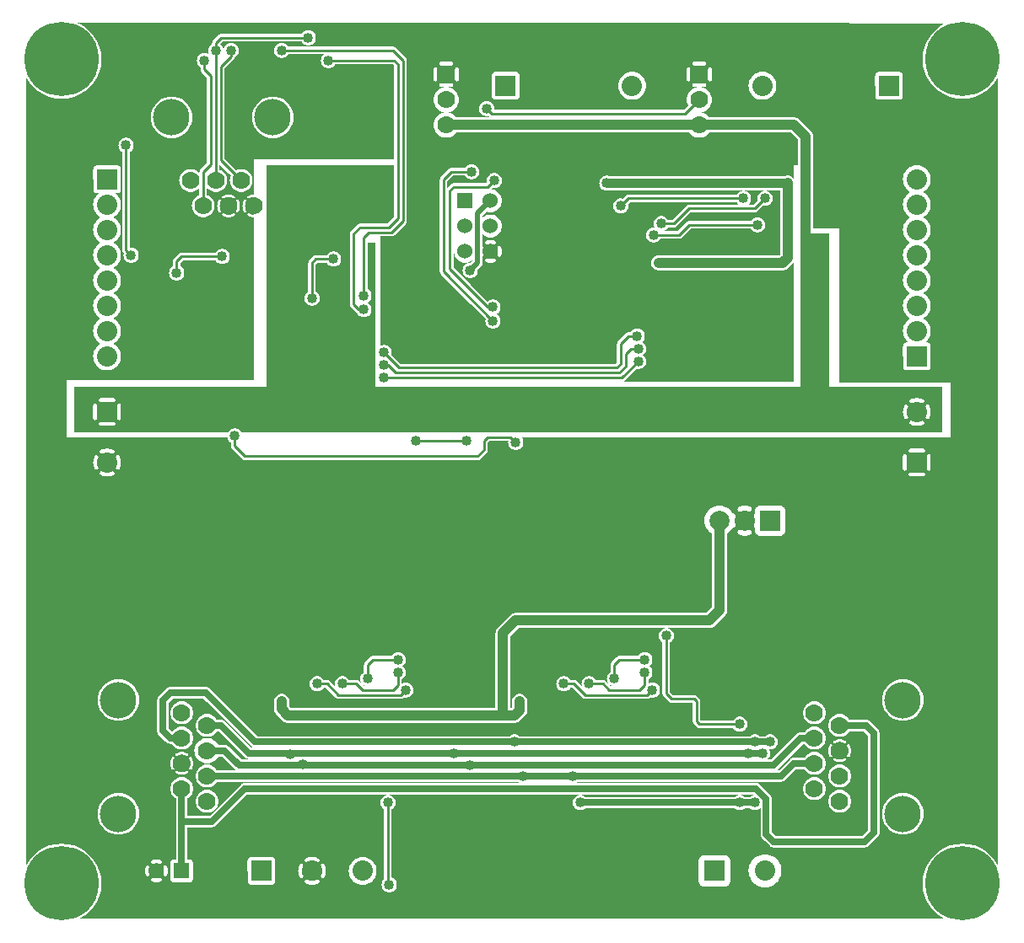
<source format=gbr>
G04 start of page 3 for group 1 idx 1 *
G04 Title: (unknown), solder *
G04 Creator: pcb 20140316 *
G04 CreationDate: Thu 03 Dec 2015 05:56:45 PM GMT UTC *
G04 For: ndholmes *
G04 Format: Gerber/RS-274X *
G04 PCB-Dimensions (mil): 3900.00 3600.00 *
G04 PCB-Coordinate-Origin: lower left *
%MOIN*%
%FSLAX25Y25*%
%LNBOTTOM*%
%ADD60C,0.0450*%
%ADD59C,0.0390*%
%ADD58C,0.1280*%
%ADD57C,0.1285*%
%ADD56C,0.0480*%
%ADD55C,0.0300*%
%ADD54C,0.0380*%
%ADD53C,0.0787*%
%ADD52C,0.1440*%
%ADD51C,0.2937*%
%ADD50C,0.0800*%
%ADD49C,0.0700*%
%ADD48C,0.0600*%
%ADD47C,0.0200*%
%ADD46C,0.0350*%
%ADD45C,0.0400*%
%ADD44C,0.0100*%
%ADD43C,0.0250*%
%ADD42C,0.0001*%
G54D42*G36*
X89280Y290679D02*X89395Y290707D01*
X90049Y290978D01*
X90653Y291348D01*
X91192Y291808D01*
X91652Y292347D01*
X92022Y292951D01*
X92293Y293605D01*
X92458Y294294D01*
X92500Y295000D01*
X92458Y295706D01*
X92293Y296395D01*
X92022Y297049D01*
X91652Y297653D01*
X91192Y298192D01*
X90653Y298652D01*
X90049Y299022D01*
X89395Y299293D01*
X89280Y299321D01*
Y350000D01*
X93000D01*
Y323321D01*
X92677Y322542D01*
X92376Y321287D01*
X92275Y320000D01*
X92376Y318713D01*
X92677Y317458D01*
X93000Y316679D01*
Y289504D01*
X92599Y289487D01*
X92200Y289433D01*
X91809Y289344D01*
X91426Y289221D01*
X91056Y289064D01*
X90702Y288874D01*
X90637Y288829D01*
X90580Y288774D01*
X90532Y288710D01*
X90496Y288640D01*
X90470Y288565D01*
X90456Y288487D01*
X90455Y288408D01*
X90467Y288329D01*
X90490Y288254D01*
X90525Y288183D01*
X90571Y288118D01*
X90626Y288061D01*
X90689Y288013D01*
X90759Y287976D01*
X90834Y287951D01*
X90912Y287937D01*
X90992Y287936D01*
X91070Y287948D01*
X91146Y287971D01*
X91216Y288007D01*
X91490Y288157D01*
X91777Y288279D01*
X92074Y288375D01*
X92379Y288444D01*
X92688Y288486D01*
X93000Y288500D01*
Y281500D01*
X92688Y281514D01*
X92379Y281556D01*
X92074Y281625D01*
X91777Y281721D01*
X91490Y281843D01*
X91214Y281990D01*
X91145Y282026D01*
X91069Y282049D01*
X90991Y282060D01*
X90913Y282059D01*
X90835Y282046D01*
X90761Y282020D01*
X90691Y281984D01*
X90628Y281936D01*
X90573Y281880D01*
X90528Y281816D01*
X90493Y281745D01*
X90470Y281670D01*
X90459Y281592D01*
X90460Y281513D01*
X90473Y281436D01*
X90499Y281361D01*
X90535Y281292D01*
X90583Y281229D01*
X90639Y281174D01*
X90704Y281130D01*
X91056Y280936D01*
X91426Y280779D01*
X91809Y280656D01*
X92200Y280567D01*
X92599Y280513D01*
X93000Y280496D01*
Y216000D01*
X89280D01*
Y282540D01*
X89290Y282532D01*
X89360Y282496D01*
X89435Y282470D01*
X89513Y282456D01*
X89592Y282455D01*
X89671Y282467D01*
X89746Y282490D01*
X89817Y282525D01*
X89882Y282571D01*
X89939Y282626D01*
X89987Y282689D01*
X90024Y282759D01*
X90049Y282834D01*
X90063Y282912D01*
X90064Y282992D01*
X90052Y283070D01*
X90029Y283146D01*
X89993Y283216D01*
X89843Y283490D01*
X89721Y283777D01*
X89625Y284074D01*
X89556Y284379D01*
X89514Y284688D01*
X89500Y285000D01*
X89514Y285312D01*
X89556Y285621D01*
X89625Y285926D01*
X89721Y286223D01*
X89843Y286510D01*
X89990Y286786D01*
X90026Y286855D01*
X90049Y286931D01*
X90060Y287009D01*
X90059Y287087D01*
X90046Y287165D01*
X90020Y287239D01*
X89984Y287309D01*
X89936Y287372D01*
X89880Y287427D01*
X89816Y287472D01*
X89745Y287507D01*
X89670Y287530D01*
X89592Y287541D01*
X89513Y287540D01*
X89436Y287527D01*
X89361Y287501D01*
X89292Y287465D01*
X89280Y287456D01*
Y290679D01*
G37*
G36*
Y299321D02*X88706Y299458D01*
X88000Y299514D01*
X87294Y299458D01*
X86605Y299293D01*
X86056Y299065D01*
X81500Y303621D01*
Y339379D01*
X85019Y342898D01*
X85064Y342936D01*
X85217Y343115D01*
X85217Y343116D01*
X85341Y343317D01*
X85431Y343535D01*
X85486Y343765D01*
X85497Y343899D01*
X85769Y344065D01*
X86128Y344372D01*
X86435Y344731D01*
X86681Y345134D01*
X86862Y345570D01*
X86972Y346029D01*
X87000Y346500D01*
X86972Y346971D01*
X86862Y347430D01*
X86681Y347866D01*
X86435Y348269D01*
X86128Y348628D01*
X85769Y348935D01*
X85366Y349181D01*
X84930Y349362D01*
X84471Y349472D01*
X84000Y349509D01*
X83529Y349472D01*
X83070Y349362D01*
X82634Y349181D01*
X82231Y348935D01*
X81872Y348628D01*
X81565Y348269D01*
X81319Y347866D01*
X81138Y347430D01*
X81028Y346971D01*
X80996Y346567D01*
X80972Y346971D01*
X80862Y347430D01*
X80681Y347866D01*
X80435Y348269D01*
X80128Y348628D01*
X79769Y348935D01*
X79637Y349015D01*
X80621Y350000D01*
X89280D01*
Y299321D01*
G37*
G36*
X86720Y290679D02*X87294Y290542D01*
X88000Y290486D01*
X88706Y290542D01*
X89280Y290679D01*
Y287456D01*
X89229Y287417D01*
X89174Y287361D01*
X89130Y287296D01*
X88936Y286944D01*
X88779Y286574D01*
X88656Y286191D01*
X88567Y285800D01*
X88513Y285401D01*
X88496Y285000D01*
X88513Y284599D01*
X88567Y284200D01*
X88656Y283809D01*
X88779Y283426D01*
X88936Y283056D01*
X89126Y282702D01*
X89171Y282637D01*
X89226Y282580D01*
X89280Y282540D01*
Y216000D01*
X86720D01*
Y282544D01*
X86771Y282583D01*
X86826Y282639D01*
X86870Y282704D01*
X87064Y283056D01*
X87221Y283426D01*
X87344Y283809D01*
X87433Y284200D01*
X87487Y284599D01*
X87504Y285000D01*
X87487Y285401D01*
X87433Y285800D01*
X87344Y286191D01*
X87221Y286574D01*
X87064Y286944D01*
X86874Y287298D01*
X86829Y287363D01*
X86774Y287420D01*
X86720Y287460D01*
Y290679D01*
G37*
G36*
X83002Y297877D02*X83935Y296944D01*
X83707Y296395D01*
X83542Y295706D01*
X83486Y295000D01*
X83542Y294294D01*
X83707Y293605D01*
X83978Y292951D01*
X84348Y292347D01*
X84808Y291808D01*
X85347Y291348D01*
X85951Y290978D01*
X86605Y290707D01*
X86720Y290679D01*
Y287460D01*
X86710Y287468D01*
X86640Y287504D01*
X86565Y287530D01*
X86487Y287544D01*
X86408Y287545D01*
X86329Y287533D01*
X86254Y287510D01*
X86183Y287475D01*
X86118Y287429D01*
X86061Y287374D01*
X86013Y287311D01*
X85976Y287241D01*
X85951Y287166D01*
X85937Y287088D01*
X85936Y287008D01*
X85948Y286930D01*
X85971Y286854D01*
X86007Y286784D01*
X86157Y286510D01*
X86279Y286223D01*
X86375Y285926D01*
X86444Y285621D01*
X86486Y285312D01*
X86500Y285000D01*
X86486Y284688D01*
X86444Y284379D01*
X86375Y284074D01*
X86279Y283777D01*
X86157Y283490D01*
X86010Y283214D01*
X85974Y283145D01*
X85951Y283069D01*
X85940Y282991D01*
X85941Y282913D01*
X85954Y282835D01*
X85980Y282761D01*
X86016Y282691D01*
X86064Y282628D01*
X86120Y282573D01*
X86184Y282528D01*
X86255Y282493D01*
X86330Y282470D01*
X86408Y282459D01*
X86487Y282460D01*
X86564Y282473D01*
X86639Y282499D01*
X86708Y282535D01*
X86720Y282544D01*
Y216000D01*
X83002D01*
Y263341D01*
X83181Y263634D01*
X83362Y264070D01*
X83472Y264529D01*
X83500Y265000D01*
X83472Y265471D01*
X83362Y265930D01*
X83181Y266366D01*
X83002Y266659D01*
Y280496D01*
X83401Y280513D01*
X83800Y280567D01*
X84191Y280656D01*
X84574Y280779D01*
X84944Y280936D01*
X85298Y281126D01*
X85363Y281171D01*
X85420Y281226D01*
X85468Y281290D01*
X85504Y281360D01*
X85530Y281435D01*
X85544Y281513D01*
X85545Y281592D01*
X85533Y281671D01*
X85510Y281746D01*
X85475Y281817D01*
X85429Y281882D01*
X85374Y281939D01*
X85311Y281987D01*
X85241Y282024D01*
X85166Y282049D01*
X85088Y282063D01*
X85008Y282064D01*
X84930Y282052D01*
X84854Y282029D01*
X84784Y281993D01*
X84510Y281843D01*
X84223Y281721D01*
X83926Y281625D01*
X83621Y281556D01*
X83312Y281514D01*
X83002Y281500D01*
Y288500D01*
X83312Y288486D01*
X83621Y288444D01*
X83926Y288375D01*
X84223Y288279D01*
X84510Y288157D01*
X84786Y288010D01*
X84855Y287974D01*
X84931Y287951D01*
X85009Y287940D01*
X85087Y287941D01*
X85165Y287954D01*
X85239Y287980D01*
X85309Y288016D01*
X85372Y288064D01*
X85427Y288120D01*
X85472Y288184D01*
X85507Y288255D01*
X85530Y288330D01*
X85541Y288408D01*
X85540Y288487D01*
X85527Y288564D01*
X85501Y288639D01*
X85465Y288708D01*
X85417Y288771D01*
X85361Y288826D01*
X85296Y288870D01*
X84944Y289064D01*
X84574Y289221D01*
X84191Y289344D01*
X83800Y289433D01*
X83401Y289487D01*
X83002Y289504D01*
Y297877D01*
G37*
G36*
Y216000D02*X71495D01*
Y263500D01*
X77901D01*
X78065Y263231D01*
X78372Y262872D01*
X78731Y262565D01*
X79134Y262319D01*
X79570Y262138D01*
X80029Y262028D01*
X80500Y261991D01*
X80971Y262028D01*
X81430Y262138D01*
X81866Y262319D01*
X82269Y262565D01*
X82628Y262872D01*
X82935Y263231D01*
X83002Y263341D01*
Y216000D01*
G37*
G36*
X79280Y290679D02*X79395Y290707D01*
X80049Y290978D01*
X80653Y291348D01*
X81192Y291808D01*
X81652Y292347D01*
X82022Y292951D01*
X82293Y293605D01*
X82458Y294294D01*
X82500Y295000D01*
X82458Y295706D01*
X82293Y296395D01*
X82022Y297049D01*
X81652Y297653D01*
X81192Y298192D01*
X80653Y298652D01*
X80049Y299022D01*
X79500Y299249D01*
Y301379D01*
X83002Y297877D01*
Y289504D01*
X83000Y289504D01*
X82599Y289487D01*
X82200Y289433D01*
X81809Y289344D01*
X81426Y289221D01*
X81056Y289064D01*
X80702Y288874D01*
X80637Y288829D01*
X80580Y288774D01*
X80532Y288710D01*
X80496Y288640D01*
X80470Y288565D01*
X80456Y288487D01*
X80455Y288408D01*
X80467Y288329D01*
X80490Y288254D01*
X80525Y288183D01*
X80571Y288118D01*
X80626Y288061D01*
X80689Y288013D01*
X80759Y287976D01*
X80834Y287951D01*
X80912Y287937D01*
X80992Y287936D01*
X81070Y287948D01*
X81146Y287971D01*
X81216Y288007D01*
X81490Y288157D01*
X81777Y288279D01*
X82074Y288375D01*
X82379Y288444D01*
X82688Y288486D01*
X83000Y288500D01*
X83002Y288500D01*
Y281500D01*
X83000Y281500D01*
X82688Y281514D01*
X82379Y281556D01*
X82074Y281625D01*
X81777Y281721D01*
X81490Y281843D01*
X81214Y281990D01*
X81145Y282026D01*
X81069Y282049D01*
X80991Y282060D01*
X80913Y282059D01*
X80835Y282046D01*
X80761Y282020D01*
X80691Y281984D01*
X80628Y281936D01*
X80573Y281880D01*
X80528Y281816D01*
X80493Y281745D01*
X80470Y281670D01*
X80459Y281592D01*
X80460Y281513D01*
X80473Y281436D01*
X80499Y281361D01*
X80535Y281292D01*
X80583Y281229D01*
X80639Y281174D01*
X80704Y281130D01*
X81056Y280936D01*
X81426Y280779D01*
X81809Y280656D01*
X82200Y280567D01*
X82599Y280513D01*
X83000Y280496D01*
X83002Y280496D01*
Y266659D01*
X82935Y266769D01*
X82628Y267128D01*
X82269Y267435D01*
X81866Y267681D01*
X81430Y267862D01*
X80971Y267972D01*
X80500Y268009D01*
X80029Y267972D01*
X79570Y267862D01*
X79280Y267742D01*
Y282540D01*
X79290Y282532D01*
X79360Y282496D01*
X79435Y282470D01*
X79513Y282456D01*
X79592Y282455D01*
X79671Y282467D01*
X79746Y282490D01*
X79817Y282525D01*
X79882Y282571D01*
X79939Y282626D01*
X79987Y282689D01*
X80024Y282759D01*
X80049Y282834D01*
X80063Y282912D01*
X80064Y282992D01*
X80052Y283070D01*
X80029Y283146D01*
X79993Y283216D01*
X79843Y283490D01*
X79721Y283777D01*
X79625Y284074D01*
X79556Y284379D01*
X79514Y284688D01*
X79500Y285000D01*
X79514Y285312D01*
X79556Y285621D01*
X79625Y285926D01*
X79721Y286223D01*
X79843Y286510D01*
X79990Y286786D01*
X80026Y286855D01*
X80049Y286931D01*
X80060Y287009D01*
X80059Y287087D01*
X80046Y287165D01*
X80020Y287239D01*
X79984Y287309D01*
X79936Y287372D01*
X79880Y287427D01*
X79816Y287472D01*
X79745Y287507D01*
X79670Y287530D01*
X79592Y287541D01*
X79513Y287540D01*
X79436Y287527D01*
X79361Y287501D01*
X79292Y287465D01*
X79280Y287456D01*
Y290679D01*
G37*
G36*
X71495Y280753D02*X71605Y280707D01*
X72294Y280542D01*
X73000Y280486D01*
X73706Y280542D01*
X74395Y280707D01*
X75049Y280978D01*
X75653Y281348D01*
X76192Y281808D01*
X76652Y282347D01*
X77022Y282951D01*
X77293Y283605D01*
X77458Y284294D01*
X77500Y285000D01*
X77458Y285706D01*
X77293Y286395D01*
X77022Y287049D01*
X76652Y287653D01*
X76192Y288192D01*
X75653Y288652D01*
X75049Y289022D01*
X74500Y289249D01*
Y292169D01*
X74808Y291808D01*
X75347Y291348D01*
X75951Y290978D01*
X76605Y290707D01*
X77294Y290542D01*
X78000Y290486D01*
X78706Y290542D01*
X79280Y290679D01*
Y287456D01*
X79229Y287417D01*
X79174Y287361D01*
X79130Y287296D01*
X78936Y286944D01*
X78779Y286574D01*
X78656Y286191D01*
X78567Y285800D01*
X78513Y285401D01*
X78496Y285000D01*
X78513Y284599D01*
X78567Y284200D01*
X78656Y283809D01*
X78779Y283426D01*
X78936Y283056D01*
X79126Y282702D01*
X79171Y282637D01*
X79226Y282580D01*
X79280Y282540D01*
Y267742D01*
X79134Y267681D01*
X78731Y267435D01*
X78372Y267128D01*
X78065Y266769D01*
X77901Y266500D01*
X71495D01*
Y280753D01*
G37*
G36*
Y292164D02*X71500Y292169D01*
Y289249D01*
X71495Y289247D01*
Y292164D01*
G37*
G36*
Y340267D02*X71731Y340065D01*
X72000Y339901D01*
Y339059D01*
X71995Y339000D01*
X72014Y338765D01*
X72069Y338535D01*
X72159Y338317D01*
X72283Y338116D01*
X72436Y337936D01*
X72481Y337898D01*
X74500Y335879D01*
Y302121D01*
X71981Y299602D01*
X71936Y299564D01*
X71783Y299384D01*
X71659Y299183D01*
X71569Y298965D01*
X71514Y298735D01*
X71514Y298735D01*
X71495Y298500D01*
X71500Y298441D01*
Y297831D01*
X71495Y297836D01*
Y340267D01*
G37*
G36*
Y357500D02*X93000D01*
Y353000D01*
X80059D01*
X80000Y353005D01*
X79765Y352986D01*
X79535Y352931D01*
X79317Y352841D01*
X79116Y352717D01*
X79115Y352717D01*
X78936Y352564D01*
X78898Y352519D01*
X76981Y350602D01*
X76936Y350564D01*
X76783Y350384D01*
X76659Y350183D01*
X76569Y349965D01*
X76514Y349735D01*
X76514Y349735D01*
X76495Y349500D01*
X76500Y349441D01*
Y349099D01*
X76231Y348935D01*
X75872Y348628D01*
X75565Y348269D01*
X75319Y347866D01*
X75138Y347430D01*
X75028Y346971D01*
X74991Y346500D01*
X75028Y346029D01*
X75138Y345570D01*
X75319Y345134D01*
X75565Y344731D01*
X75872Y344372D01*
X76231Y344065D01*
X76500Y343901D01*
Y342500D01*
X76472Y342971D01*
X76362Y343430D01*
X76181Y343866D01*
X75935Y344269D01*
X75628Y344628D01*
X75269Y344935D01*
X74866Y345181D01*
X74430Y345362D01*
X73971Y345472D01*
X73500Y345509D01*
X73029Y345472D01*
X72570Y345362D01*
X72134Y345181D01*
X71731Y344935D01*
X71495Y344733D01*
Y357500D01*
G37*
G36*
X60487Y256274D02*X60731Y256065D01*
X61134Y255819D01*
X61570Y255638D01*
X62029Y255528D01*
X62500Y255491D01*
X62971Y255528D01*
X63430Y255638D01*
X63866Y255819D01*
X64269Y256065D01*
X64628Y256372D01*
X64935Y256731D01*
X65181Y257134D01*
X65362Y257570D01*
X65472Y258029D01*
X65500Y258500D01*
X65472Y258971D01*
X65362Y259430D01*
X65181Y259866D01*
X64935Y260269D01*
X64628Y260628D01*
X64269Y260935D01*
X64000Y261099D01*
Y262379D01*
X65121Y263500D01*
X71495D01*
Y216000D01*
X60487D01*
Y256274D01*
G37*
G36*
Y357500D02*X71495D01*
Y344733D01*
X71372Y344628D01*
X71065Y344269D01*
X70819Y343866D01*
X70638Y343430D01*
X70528Y342971D01*
X70491Y342500D01*
X70528Y342029D01*
X70638Y341570D01*
X70819Y341134D01*
X71065Y340731D01*
X71372Y340372D01*
X71495Y340267D01*
Y297836D01*
X71192Y298192D01*
X70653Y298652D01*
X70049Y299022D01*
X69395Y299293D01*
X68706Y299458D01*
X68000Y299514D01*
X67294Y299458D01*
X66605Y299293D01*
X65951Y299022D01*
X65347Y298652D01*
X64808Y298192D01*
X64348Y297653D01*
X63978Y297049D01*
X63707Y296395D01*
X63542Y295706D01*
X63486Y295000D01*
X63542Y294294D01*
X63707Y293605D01*
X63978Y292951D01*
X64348Y292347D01*
X64808Y291808D01*
X65347Y291348D01*
X65951Y290978D01*
X66605Y290707D01*
X67294Y290542D01*
X68000Y290486D01*
X68706Y290542D01*
X69395Y290707D01*
X70049Y290978D01*
X70653Y291348D01*
X71192Y291808D01*
X71495Y292164D01*
Y289247D01*
X70951Y289022D01*
X70347Y288652D01*
X69808Y288192D01*
X69348Y287653D01*
X68978Y287049D01*
X68707Y286395D01*
X68542Y285706D01*
X68486Y285000D01*
X68542Y284294D01*
X68707Y283605D01*
X68978Y282951D01*
X69348Y282347D01*
X69808Y281808D01*
X70347Y281348D01*
X70951Y280978D01*
X71495Y280753D01*
Y266500D01*
X64559D01*
X64500Y266505D01*
X64265Y266486D01*
X64035Y266431D01*
X63817Y266341D01*
X63616Y266217D01*
X63615Y266217D01*
X63436Y266064D01*
X63398Y266019D01*
X61481Y264102D01*
X61436Y264064D01*
X61283Y263884D01*
X61159Y263683D01*
X61069Y263465D01*
X61014Y263235D01*
X61014Y263235D01*
X60995Y263000D01*
X61000Y262941D01*
Y261099D01*
X60731Y260935D01*
X60487Y260726D01*
Y311776D01*
X60500Y311775D01*
X61787Y311876D01*
X63042Y312177D01*
X64234Y312671D01*
X65335Y313346D01*
X66316Y314184D01*
X67154Y315165D01*
X67829Y316266D01*
X68323Y317458D01*
X68624Y318713D01*
X68700Y320000D01*
X68624Y321287D01*
X68323Y322542D01*
X67829Y323734D01*
X67154Y324835D01*
X66316Y325816D01*
X65335Y326654D01*
X64234Y327329D01*
X63042Y327823D01*
X61787Y328124D01*
X60500Y328225D01*
X60487Y328224D01*
Y357500D01*
G37*
G36*
X43495D02*X60487D01*
Y328224D01*
X59213Y328124D01*
X57958Y327823D01*
X56766Y327329D01*
X55665Y326654D01*
X54684Y325816D01*
X53846Y324835D01*
X53171Y323734D01*
X52677Y322542D01*
X52376Y321287D01*
X52275Y320000D01*
X52376Y318713D01*
X52677Y317458D01*
X53171Y316266D01*
X53846Y315165D01*
X54684Y314184D01*
X55665Y313346D01*
X56766Y312671D01*
X57958Y312177D01*
X59213Y311876D01*
X60487Y311776D01*
Y260726D01*
X60372Y260628D01*
X60065Y260269D01*
X59819Y259866D01*
X59638Y259430D01*
X59528Y258971D01*
X59491Y258500D01*
X59528Y258029D01*
X59638Y257570D01*
X59819Y257134D01*
X60065Y256731D01*
X60372Y256372D01*
X60487Y256274D01*
Y216000D01*
X43495D01*
Y262669D01*
X43570Y262638D01*
X44029Y262528D01*
X44500Y262491D01*
X44971Y262528D01*
X45430Y262638D01*
X45866Y262819D01*
X46269Y263065D01*
X46628Y263372D01*
X46935Y263731D01*
X47181Y264134D01*
X47362Y264570D01*
X47472Y265029D01*
X47500Y265500D01*
X47472Y265971D01*
X47362Y266430D01*
X47181Y266866D01*
X46935Y267269D01*
X46628Y267628D01*
X46269Y267935D01*
X45866Y268181D01*
X45430Y268362D01*
X44971Y268472D01*
X44500Y268509D01*
X44029Y268472D01*
X44000Y268465D01*
Y306401D01*
X44269Y306565D01*
X44628Y306872D01*
X44935Y307231D01*
X45181Y307634D01*
X45362Y308070D01*
X45472Y308529D01*
X45500Y309000D01*
X45472Y309471D01*
X45362Y309930D01*
X45181Y310366D01*
X44935Y310769D01*
X44628Y311128D01*
X44269Y311435D01*
X43866Y311681D01*
X43495Y311835D01*
Y357500D01*
G37*
G36*
X34992D02*X43495D01*
Y311835D01*
X43430Y311862D01*
X42971Y311972D01*
X42500Y312009D01*
X42029Y311972D01*
X41570Y311862D01*
X41134Y311681D01*
X40731Y311435D01*
X40372Y311128D01*
X40065Y310769D01*
X39819Y310366D01*
X39638Y309930D01*
X39528Y309471D01*
X39491Y309000D01*
X39528Y308529D01*
X39638Y308070D01*
X39819Y307634D01*
X40065Y307231D01*
X40372Y306872D01*
X40731Y306565D01*
X41000Y306401D01*
Y267559D01*
X40995Y267500D01*
X41014Y267265D01*
X41069Y267035D01*
X41159Y266817D01*
X41283Y266616D01*
X41283Y266615D01*
X41436Y266436D01*
X41481Y266398D01*
X41601Y266277D01*
X41528Y265971D01*
X41491Y265500D01*
X41528Y265029D01*
X41638Y264570D01*
X41819Y264134D01*
X42065Y263731D01*
X42372Y263372D01*
X42731Y263065D01*
X43134Y262819D01*
X43495Y262669D01*
Y216000D01*
X34992D01*
Y219984D01*
X35000Y219983D01*
X35863Y220051D01*
X36705Y220253D01*
X37505Y220584D01*
X38243Y221037D01*
X38901Y221599D01*
X39463Y222257D01*
X39916Y222995D01*
X40247Y223795D01*
X40449Y224637D01*
X40500Y225500D01*
X40449Y226363D01*
X40247Y227205D01*
X39916Y228005D01*
X39463Y228743D01*
X38901Y229401D01*
X38243Y229963D01*
X37505Y230416D01*
X37301Y230500D01*
X37505Y230584D01*
X38243Y231037D01*
X38901Y231599D01*
X39463Y232257D01*
X39916Y232995D01*
X40247Y233795D01*
X40449Y234637D01*
X40500Y235500D01*
X40449Y236363D01*
X40247Y237205D01*
X39916Y238005D01*
X39463Y238743D01*
X38901Y239401D01*
X38243Y239963D01*
X37505Y240416D01*
X37301Y240500D01*
X37505Y240584D01*
X38243Y241037D01*
X38901Y241599D01*
X39463Y242257D01*
X39916Y242995D01*
X40247Y243795D01*
X40449Y244637D01*
X40500Y245500D01*
X40449Y246363D01*
X40247Y247205D01*
X39916Y248005D01*
X39463Y248743D01*
X38901Y249401D01*
X38243Y249963D01*
X37505Y250416D01*
X37301Y250500D01*
X37505Y250584D01*
X38243Y251037D01*
X38901Y251599D01*
X39463Y252257D01*
X39916Y252995D01*
X40247Y253795D01*
X40449Y254637D01*
X40500Y255500D01*
X40449Y256363D01*
X40247Y257205D01*
X39916Y258005D01*
X39463Y258743D01*
X38901Y259401D01*
X38243Y259963D01*
X37505Y260416D01*
X37301Y260500D01*
X37505Y260584D01*
X38243Y261037D01*
X38901Y261599D01*
X39463Y262257D01*
X39916Y262995D01*
X40247Y263795D01*
X40449Y264637D01*
X40500Y265500D01*
X40449Y266363D01*
X40247Y267205D01*
X39916Y268005D01*
X39463Y268743D01*
X38901Y269401D01*
X38243Y269963D01*
X37505Y270416D01*
X37301Y270500D01*
X37505Y270584D01*
X38243Y271037D01*
X38901Y271599D01*
X39463Y272257D01*
X39916Y272995D01*
X40247Y273795D01*
X40449Y274637D01*
X40500Y275500D01*
X40449Y276363D01*
X40247Y277205D01*
X39916Y278005D01*
X39463Y278743D01*
X38901Y279401D01*
X38243Y279963D01*
X37505Y280416D01*
X37301Y280500D01*
X37505Y280584D01*
X38243Y281037D01*
X38901Y281599D01*
X39463Y282257D01*
X39916Y282995D01*
X40247Y283795D01*
X40449Y284637D01*
X40500Y285500D01*
X40449Y286363D01*
X40247Y287205D01*
X39916Y288005D01*
X39463Y288743D01*
X38901Y289401D01*
X38243Y289963D01*
X38163Y290012D01*
X39235Y290014D01*
X39465Y290069D01*
X39683Y290159D01*
X39884Y290283D01*
X40064Y290436D01*
X40217Y290616D01*
X40341Y290817D01*
X40431Y291035D01*
X40486Y291265D01*
X40500Y291500D01*
X40486Y299735D01*
X40431Y299965D01*
X40341Y300183D01*
X40217Y300384D01*
X40064Y300564D01*
X39884Y300717D01*
X39683Y300841D01*
X39465Y300931D01*
X39235Y300986D01*
X39000Y301000D01*
X34992Y300993D01*
Y357500D01*
G37*
G36*
X22978D02*X34992D01*
Y300993D01*
X30765Y300986D01*
X30535Y300931D01*
X30317Y300841D01*
X30116Y300717D01*
X29936Y300564D01*
X29783Y300384D01*
X29659Y300183D01*
X29569Y299965D01*
X29514Y299735D01*
X29500Y299500D01*
X29514Y291265D01*
X29569Y291035D01*
X29659Y290817D01*
X29783Y290616D01*
X29936Y290436D01*
X30116Y290283D01*
X30317Y290159D01*
X30535Y290069D01*
X30765Y290014D01*
X31000Y290000D01*
X31819Y290001D01*
X31757Y289963D01*
X31099Y289401D01*
X30537Y288743D01*
X30084Y288005D01*
X29753Y287205D01*
X29551Y286363D01*
X29483Y285500D01*
X29551Y284637D01*
X29753Y283795D01*
X30084Y282995D01*
X30537Y282257D01*
X31099Y281599D01*
X31757Y281037D01*
X32495Y280584D01*
X32699Y280500D01*
X32495Y280416D01*
X31757Y279963D01*
X31099Y279401D01*
X30537Y278743D01*
X30084Y278005D01*
X29753Y277205D01*
X29551Y276363D01*
X29483Y275500D01*
X29551Y274637D01*
X29753Y273795D01*
X30084Y272995D01*
X30537Y272257D01*
X31099Y271599D01*
X31757Y271037D01*
X32495Y270584D01*
X32699Y270500D01*
X32495Y270416D01*
X31757Y269963D01*
X31099Y269401D01*
X30537Y268743D01*
X30084Y268005D01*
X29753Y267205D01*
X29551Y266363D01*
X29483Y265500D01*
X29551Y264637D01*
X29753Y263795D01*
X30084Y262995D01*
X30537Y262257D01*
X31099Y261599D01*
X31757Y261037D01*
X32495Y260584D01*
X32699Y260500D01*
X32495Y260416D01*
X31757Y259963D01*
X31099Y259401D01*
X30537Y258743D01*
X30084Y258005D01*
X29753Y257205D01*
X29551Y256363D01*
X29483Y255500D01*
X29551Y254637D01*
X29753Y253795D01*
X30084Y252995D01*
X30537Y252257D01*
X31099Y251599D01*
X31757Y251037D01*
X32495Y250584D01*
X32699Y250500D01*
X32495Y250416D01*
X31757Y249963D01*
X31099Y249401D01*
X30537Y248743D01*
X30084Y248005D01*
X29753Y247205D01*
X29551Y246363D01*
X29483Y245500D01*
X29551Y244637D01*
X29753Y243795D01*
X30084Y242995D01*
X30537Y242257D01*
X31099Y241599D01*
X31757Y241037D01*
X32495Y240584D01*
X32699Y240500D01*
X32495Y240416D01*
X31757Y239963D01*
X31099Y239401D01*
X30537Y238743D01*
X30084Y238005D01*
X29753Y237205D01*
X29551Y236363D01*
X29483Y235500D01*
X29551Y234637D01*
X29753Y233795D01*
X30084Y232995D01*
X30537Y232257D01*
X31099Y231599D01*
X31757Y231037D01*
X32495Y230584D01*
X32699Y230500D01*
X32495Y230416D01*
X31757Y229963D01*
X31099Y229401D01*
X30537Y228743D01*
X30084Y228005D01*
X29753Y227205D01*
X29551Y226363D01*
X29483Y225500D01*
X29551Y224637D01*
X29753Y223795D01*
X30084Y222995D01*
X30537Y222257D01*
X31099Y221599D01*
X31757Y221037D01*
X32495Y220584D01*
X33295Y220253D01*
X34137Y220051D01*
X34992Y219984D01*
Y216000D01*
X3000D01*
Y335829D01*
X4272Y333753D01*
X5876Y331876D01*
X7753Y330272D01*
X9858Y328982D01*
X12138Y328038D01*
X14539Y327461D01*
X17000Y327268D01*
X19461Y327461D01*
X21862Y328038D01*
X24142Y328982D01*
X26247Y330272D01*
X28124Y331876D01*
X29728Y333753D01*
X31018Y335858D01*
X31962Y338138D01*
X32539Y340539D01*
X32684Y343000D01*
X32539Y345461D01*
X31962Y347862D01*
X31018Y350142D01*
X29728Y352247D01*
X28124Y354124D01*
X26247Y355728D01*
X24142Y357018D01*
X22978Y357500D01*
G37*
G36*
X159000Y303500D02*X153500D01*
Y342441D01*
X153505Y342500D01*
X153486Y342735D01*
X153431Y342965D01*
X153341Y343183D01*
X153217Y343384D01*
X153064Y343564D01*
X153019Y343602D01*
X149102Y347519D01*
X149064Y347564D01*
X148884Y347717D01*
X148683Y347841D01*
X148465Y347931D01*
X148235Y347986D01*
X148235Y347986D01*
X148000Y348005D01*
X147941Y348000D01*
X106599D01*
X106435Y348269D01*
X106128Y348628D01*
X105769Y348935D01*
X105366Y349181D01*
X104930Y349362D01*
X104471Y349472D01*
X104000Y349509D01*
X103529Y349472D01*
X103070Y349362D01*
X102634Y349181D01*
X102231Y348935D01*
X101872Y348628D01*
X101565Y348269D01*
X101319Y347866D01*
X101138Y347430D01*
X101028Y346971D01*
X100991Y346500D01*
X101028Y346029D01*
X101138Y345570D01*
X101319Y345134D01*
X101565Y344731D01*
X101872Y344372D01*
X102231Y344065D01*
X102634Y343819D01*
X103070Y343638D01*
X103529Y343528D01*
X104000Y343491D01*
X104471Y343528D01*
X104930Y343638D01*
X105366Y343819D01*
X105769Y344065D01*
X106128Y344372D01*
X106435Y344731D01*
X106599Y345000D01*
X120838D01*
X120731Y344935D01*
X120372Y344628D01*
X120065Y344269D01*
X119819Y343866D01*
X119638Y343430D01*
X119528Y342971D01*
X119491Y342500D01*
X119528Y342029D01*
X119638Y341570D01*
X119819Y341134D01*
X120065Y340731D01*
X120372Y340372D01*
X120731Y340065D01*
X121134Y339819D01*
X121570Y339638D01*
X122029Y339528D01*
X122500Y339491D01*
X122971Y339528D01*
X123430Y339638D01*
X123866Y339819D01*
X124269Y340065D01*
X124628Y340372D01*
X124935Y340731D01*
X125099Y341000D01*
X147879D01*
X148500Y340379D01*
Y303500D01*
X100487D01*
Y311776D01*
X100500Y311775D01*
X101787Y311876D01*
X103042Y312177D01*
X104234Y312671D01*
X105335Y313346D01*
X106316Y314184D01*
X107154Y315165D01*
X107829Y316266D01*
X108323Y317458D01*
X108624Y318713D01*
X108700Y320000D01*
X108624Y321287D01*
X108323Y322542D01*
X107829Y323734D01*
X107154Y324835D01*
X106316Y325816D01*
X105335Y326654D01*
X104234Y327329D01*
X103042Y327823D01*
X101787Y328124D01*
X100500Y328225D01*
X100487Y328224D01*
Y350000D01*
X111901D01*
X112065Y349731D01*
X112372Y349372D01*
X112731Y349065D01*
X113134Y348819D01*
X113570Y348638D01*
X114029Y348528D01*
X114500Y348491D01*
X114971Y348528D01*
X115430Y348638D01*
X115866Y348819D01*
X116269Y349065D01*
X116628Y349372D01*
X116935Y349731D01*
X117181Y350134D01*
X117362Y350570D01*
X117472Y351029D01*
X117500Y351500D01*
X117472Y351971D01*
X117362Y352430D01*
X117181Y352866D01*
X116935Y353269D01*
X116628Y353628D01*
X116269Y353935D01*
X115866Y354181D01*
X115430Y354362D01*
X114971Y354472D01*
X114500Y354509D01*
X114029Y354472D01*
X113570Y354362D01*
X113134Y354181D01*
X112731Y353935D01*
X112372Y353628D01*
X112065Y353269D01*
X111901Y353000D01*
X100487D01*
Y357500D01*
X159000D01*
Y303500D01*
G37*
G36*
X100487Y353000D02*X86000D01*
Y357500D01*
X100487D01*
Y353000D01*
G37*
G36*
Y303500D02*X86000D01*
Y344263D01*
X86128Y344372D01*
X86435Y344731D01*
X86681Y345134D01*
X86862Y345570D01*
X86972Y346029D01*
X87000Y346500D01*
X86972Y346971D01*
X86862Y347430D01*
X86681Y347866D01*
X86435Y348269D01*
X86128Y348628D01*
X86000Y348737D01*
Y350000D01*
X100487D01*
Y328224D01*
X99213Y328124D01*
X97958Y327823D01*
X96766Y327329D01*
X95665Y326654D01*
X94684Y325816D01*
X93846Y324835D01*
X93171Y323734D01*
X92677Y322542D01*
X92376Y321287D01*
X92275Y320000D01*
X92376Y318713D01*
X92677Y317458D01*
X93171Y316266D01*
X93846Y315165D01*
X94684Y314184D01*
X95665Y313346D01*
X96766Y312671D01*
X97958Y312177D01*
X99213Y311876D01*
X100487Y311776D01*
Y303500D01*
G37*
G36*
X115000Y281000D02*X148500D01*
Y280621D01*
X145879Y278000D01*
X135059D01*
X135000Y278005D01*
X134765Y277986D01*
X134535Y277931D01*
X134317Y277841D01*
X134116Y277717D01*
X134115Y277717D01*
X133936Y277564D01*
X133898Y277519D01*
X131481Y275102D01*
X131436Y275064D01*
X131283Y274884D01*
X131159Y274683D01*
X131069Y274465D01*
X131014Y274235D01*
X131014Y274235D01*
X130995Y274000D01*
X131000Y273941D01*
Y265500D01*
X127099D01*
X126935Y265769D01*
X126628Y266128D01*
X126269Y266435D01*
X125866Y266681D01*
X125430Y266862D01*
X124971Y266972D01*
X124500Y267009D01*
X124029Y266972D01*
X123570Y266862D01*
X123134Y266681D01*
X122731Y266435D01*
X122372Y266128D01*
X122065Y265769D01*
X121901Y265500D01*
X117559D01*
X117500Y265505D01*
X117441Y265500D01*
X115000D01*
Y281000D01*
G37*
G36*
X98000Y301000D02*X148500D01*
Y280621D01*
X145879Y278000D01*
X135059D01*
X135000Y278005D01*
X134765Y277986D01*
X134535Y277931D01*
X134317Y277841D01*
X134116Y277717D01*
X134115Y277717D01*
X133936Y277564D01*
X133898Y277519D01*
X131481Y275102D01*
X131436Y275064D01*
X131283Y274884D01*
X131159Y274683D01*
X131069Y274465D01*
X131014Y274235D01*
X131014Y274235D01*
X130995Y274000D01*
X131000Y273941D01*
Y265500D01*
X127099D01*
X126935Y265769D01*
X126628Y266128D01*
X126269Y266435D01*
X125866Y266681D01*
X125430Y266862D01*
X124971Y266972D01*
X124500Y267009D01*
X124029Y266972D01*
X123570Y266862D01*
X123134Y266681D01*
X122731Y266435D01*
X122372Y266128D01*
X122065Y265769D01*
X121901Y265500D01*
X117559D01*
X117500Y265505D01*
X117441Y265500D01*
X98000D01*
Y301000D01*
G37*
G36*
X3000Y230500D02*X19000D01*
Y189000D01*
X3000D01*
Y230500D01*
G37*
G36*
X39750Y213500D02*X58000D01*
Y195500D01*
X39750D01*
Y200248D01*
X39868Y200257D01*
X39982Y200285D01*
X40092Y200330D01*
X40192Y200391D01*
X40282Y200468D01*
X40359Y200558D01*
X40420Y200658D01*
X40465Y200768D01*
X40493Y200882D01*
X40500Y201000D01*
Y206000D01*
X40493Y206118D01*
X40465Y206232D01*
X40420Y206342D01*
X40359Y206442D01*
X40282Y206532D01*
X40192Y206609D01*
X40092Y206670D01*
X39982Y206715D01*
X39868Y206743D01*
X39750Y206752D01*
Y213500D01*
G37*
G36*
X35000D02*X39750D01*
Y206752D01*
X39632Y206743D01*
X39518Y206715D01*
X39408Y206670D01*
X39308Y206609D01*
X39218Y206532D01*
X39141Y206442D01*
X39080Y206342D01*
X39035Y206232D01*
X39007Y206118D01*
X39000Y206000D01*
Y201000D01*
X39007Y200882D01*
X39035Y200768D01*
X39080Y200658D01*
X39141Y200558D01*
X39218Y200468D01*
X39308Y200391D01*
X39408Y200330D01*
X39518Y200285D01*
X39632Y200257D01*
X39750Y200248D01*
Y195500D01*
X35000D01*
Y198000D01*
X37500D01*
X37618Y198007D01*
X37732Y198035D01*
X37842Y198080D01*
X37942Y198141D01*
X38032Y198218D01*
X38109Y198308D01*
X38170Y198408D01*
X38215Y198518D01*
X38243Y198632D01*
X38252Y198750D01*
X38243Y198868D01*
X38215Y198982D01*
X38170Y199092D01*
X38109Y199192D01*
X38032Y199282D01*
X37942Y199359D01*
X37842Y199420D01*
X37732Y199465D01*
X37618Y199493D01*
X37500Y199500D01*
X35000D01*
Y207500D01*
X37500D01*
X37618Y207507D01*
X37732Y207535D01*
X37842Y207580D01*
X37942Y207641D01*
X38032Y207718D01*
X38109Y207808D01*
X38170Y207908D01*
X38215Y208018D01*
X38243Y208132D01*
X38252Y208250D01*
X38243Y208368D01*
X38215Y208482D01*
X38170Y208592D01*
X38109Y208692D01*
X38032Y208782D01*
X37942Y208859D01*
X37842Y208920D01*
X37732Y208965D01*
X37618Y208993D01*
X37500Y209000D01*
X35000D01*
Y213500D01*
G37*
G36*
X30250D02*X35000D01*
Y209000D01*
X32500D01*
X32382Y208993D01*
X32268Y208965D01*
X32158Y208920D01*
X32058Y208859D01*
X31968Y208782D01*
X31891Y208692D01*
X31830Y208592D01*
X31785Y208482D01*
X31757Y208368D01*
X31748Y208250D01*
X31757Y208132D01*
X31785Y208018D01*
X31830Y207908D01*
X31891Y207808D01*
X31968Y207718D01*
X32058Y207641D01*
X32158Y207580D01*
X32268Y207535D01*
X32382Y207507D01*
X32500Y207500D01*
X35000D01*
Y199500D01*
X32500D01*
X32382Y199493D01*
X32268Y199465D01*
X32158Y199420D01*
X32058Y199359D01*
X31968Y199282D01*
X31891Y199192D01*
X31830Y199092D01*
X31785Y198982D01*
X31757Y198868D01*
X31748Y198750D01*
X31757Y198632D01*
X31785Y198518D01*
X31830Y198408D01*
X31891Y198308D01*
X31968Y198218D01*
X32058Y198141D01*
X32158Y198080D01*
X32268Y198035D01*
X32382Y198007D01*
X32500Y198000D01*
X35000D01*
Y195500D01*
X30250D01*
Y200248D01*
X30368Y200257D01*
X30482Y200285D01*
X30592Y200330D01*
X30692Y200391D01*
X30782Y200468D01*
X30859Y200558D01*
X30920Y200658D01*
X30965Y200768D01*
X30993Y200882D01*
X31000Y201000D01*
Y206000D01*
X30993Y206118D01*
X30965Y206232D01*
X30920Y206342D01*
X30859Y206442D01*
X30782Y206532D01*
X30692Y206609D01*
X30592Y206670D01*
X30482Y206715D01*
X30368Y206743D01*
X30250Y206752D01*
Y213500D01*
G37*
G36*
X22000D02*X30250D01*
Y206752D01*
X30132Y206743D01*
X30018Y206715D01*
X29908Y206670D01*
X29808Y206609D01*
X29718Y206532D01*
X29641Y206442D01*
X29580Y206342D01*
X29535Y206232D01*
X29507Y206118D01*
X29500Y206000D01*
Y201000D01*
X29507Y200882D01*
X29535Y200768D01*
X29580Y200658D01*
X29641Y200558D01*
X29718Y200468D01*
X29808Y200391D01*
X29908Y200330D01*
X30018Y200285D01*
X30132Y200257D01*
X30250Y200248D01*
Y195500D01*
X22000D01*
Y213500D01*
G37*
G36*
X113000Y203000D02*X98000D01*
Y277000D01*
X113000D01*
Y248618D01*
X112991Y248500D01*
X113000Y248382D01*
Y203000D01*
G37*
G36*
X98000Y301000D02*X141000D01*
Y283000D01*
X98000D01*
Y301000D01*
G37*
G36*
X113000D01*
Y264000D01*
X98000D01*
Y301000D01*
G37*
G36*
X179500Y263644D02*Y263328D01*
X178748Y262576D01*
Y263100D01*
X179153Y263348D01*
X179500Y263644D01*
G37*
G36*
X190113Y309000D02*X196500D01*
Y222500D01*
X190113D01*
Y238023D01*
X190181Y238134D01*
X190362Y238570D01*
X190472Y239029D01*
X190500Y239500D01*
X190472Y239971D01*
X190362Y240430D01*
X190181Y240866D01*
X190113Y240977D01*
Y243523D01*
X190181Y243634D01*
X190362Y244070D01*
X190472Y244529D01*
X190500Y245000D01*
X190472Y245471D01*
X190362Y245930D01*
X190181Y246366D01*
X190113Y246477D01*
Y264853D01*
X190156Y264860D01*
X190268Y264897D01*
X190373Y264952D01*
X190468Y265022D01*
X190551Y265106D01*
X190619Y265202D01*
X190670Y265308D01*
X190818Y265716D01*
X190922Y266137D01*
X190984Y266567D01*
X191005Y267000D01*
X190984Y267433D01*
X190922Y267863D01*
X190818Y268284D01*
X190675Y268694D01*
X190622Y268800D01*
X190553Y268896D01*
X190470Y268981D01*
X190375Y269051D01*
X190269Y269106D01*
X190157Y269143D01*
X190113Y269151D01*
Y274302D01*
X190152Y274347D01*
X190522Y274951D01*
X190793Y275605D01*
X190958Y276294D01*
X191000Y277000D01*
X190958Y277706D01*
X190793Y278395D01*
X190522Y279049D01*
X190152Y279653D01*
X190113Y279698D01*
Y284302D01*
X190152Y284347D01*
X190522Y284951D01*
X190793Y285605D01*
X190958Y286294D01*
X191000Y287000D01*
X190958Y287706D01*
X190793Y288395D01*
X190522Y289049D01*
X190152Y289653D01*
X190113Y289698D01*
Y292860D01*
X190128Y292872D01*
X190435Y293231D01*
X190681Y293634D01*
X190862Y294070D01*
X190972Y294529D01*
X191000Y295000D01*
X190972Y295471D01*
X190862Y295930D01*
X190681Y296366D01*
X190435Y296769D01*
X190128Y297128D01*
X190113Y297140D01*
Y309000D01*
G37*
G36*
Y289698D02*X189692Y290192D01*
X189153Y290652D01*
X188549Y291022D01*
X187895Y291293D01*
X187206Y291458D01*
X186625Y291504D01*
X187223Y292101D01*
X187529Y292028D01*
X188000Y291991D01*
X188471Y292028D01*
X188930Y292138D01*
X189366Y292319D01*
X189769Y292565D01*
X190113Y292860D01*
Y289698D01*
G37*
G36*
Y279698D02*X189692Y280192D01*
X189153Y280652D01*
X188549Y281022D01*
X187895Y281293D01*
X187206Y281458D01*
X186502Y281514D01*
Y282486D01*
X187206Y282542D01*
X187895Y282707D01*
X188549Y282978D01*
X189153Y283348D01*
X189692Y283808D01*
X190113Y284302D01*
Y279698D01*
G37*
G36*
Y246477D02*X189935Y246769D01*
X189628Y247128D01*
X189269Y247435D01*
X188866Y247681D01*
X188430Y247862D01*
X187971Y247972D01*
X187500Y248009D01*
X187029Y247972D01*
X186570Y247862D01*
X186502Y247834D01*
Y262495D01*
X186933Y262516D01*
X187363Y262578D01*
X187784Y262682D01*
X188194Y262825D01*
X188300Y262878D01*
X188396Y262947D01*
X188481Y263030D01*
X188551Y263125D01*
X188606Y263231D01*
X188643Y263343D01*
X188663Y263460D01*
X188664Y263579D01*
X188646Y263696D01*
X188610Y263809D01*
X188557Y263915D01*
X188488Y264012D01*
X188405Y264096D01*
X188309Y264167D01*
X188204Y264221D01*
X188092Y264259D01*
X187975Y264278D01*
X187856Y264279D01*
X187739Y264261D01*
X187626Y264223D01*
X187355Y264124D01*
X187075Y264056D01*
X186789Y264014D01*
X186502Y264000D01*
Y270000D01*
X186789Y269986D01*
X187075Y269944D01*
X187355Y269876D01*
X187628Y269780D01*
X187739Y269742D01*
X187856Y269725D01*
X187974Y269725D01*
X188091Y269745D01*
X188203Y269782D01*
X188307Y269836D01*
X188402Y269906D01*
X188485Y269991D01*
X188554Y270087D01*
X188607Y270192D01*
X188643Y270305D01*
X188660Y270421D01*
X188659Y270539D01*
X188640Y270656D01*
X188603Y270768D01*
X188548Y270873D01*
X188478Y270968D01*
X188394Y271051D01*
X188298Y271119D01*
X188192Y271170D01*
X187784Y271318D01*
X187363Y271422D01*
X186933Y271484D01*
X186502Y271505D01*
Y272486D01*
X187206Y272542D01*
X187895Y272707D01*
X188549Y272978D01*
X189153Y273348D01*
X189692Y273808D01*
X190113Y274302D01*
Y269151D01*
X190040Y269163D01*
X189921Y269164D01*
X189804Y269146D01*
X189691Y269110D01*
X189585Y269057D01*
X189488Y268988D01*
X189404Y268905D01*
X189333Y268809D01*
X189279Y268704D01*
X189241Y268592D01*
X189222Y268475D01*
X189221Y268356D01*
X189239Y268239D01*
X189277Y268126D01*
X189376Y267855D01*
X189444Y267575D01*
X189486Y267289D01*
X189500Y267000D01*
X189486Y266711D01*
X189444Y266425D01*
X189376Y266145D01*
X189280Y265872D01*
X189242Y265761D01*
X189225Y265644D01*
X189225Y265526D01*
X189245Y265409D01*
X189282Y265297D01*
X189336Y265193D01*
X189406Y265098D01*
X189491Y265015D01*
X189587Y264946D01*
X189692Y264893D01*
X189805Y264857D01*
X189921Y264840D01*
X190039Y264841D01*
X190113Y264853D01*
Y246477D01*
G37*
G36*
Y240977D02*X189935Y241269D01*
X189628Y241628D01*
X189269Y241935D01*
X188866Y242181D01*
X188700Y242250D01*
X188866Y242319D01*
X189269Y242565D01*
X189628Y242872D01*
X189935Y243231D01*
X190113Y243523D01*
Y240977D01*
G37*
G36*
Y222500D02*X186502D01*
Y236666D01*
X186570Y236638D01*
X187029Y236528D01*
X187500Y236491D01*
X187971Y236528D01*
X188430Y236638D01*
X188866Y236819D01*
X189269Y237065D01*
X189628Y237372D01*
X189935Y237731D01*
X190113Y238023D01*
Y222500D01*
G37*
G36*
X186502Y309000D02*X190113D01*
Y297140D01*
X189769Y297435D01*
X189366Y297681D01*
X188930Y297862D01*
X188471Y297972D01*
X188000Y298009D01*
X187529Y297972D01*
X187070Y297862D01*
X186634Y297681D01*
X186502Y297600D01*
Y309000D01*
G37*
G36*
Y281514D02*X186500Y281514D01*
X185794Y281458D01*
X185105Y281293D01*
X184451Y281022D01*
X183847Y280652D01*
X183500Y280356D01*
Y281172D01*
X185056Y282727D01*
X185105Y282707D01*
X185794Y282542D01*
X186500Y282486D01*
X186502Y282486D01*
Y281514D01*
G37*
G36*
Y247834D02*X186134Y247681D01*
X185731Y247435D01*
X185438Y247184D01*
X178748Y253874D01*
Y256510D01*
X178971Y256528D01*
X179430Y256638D01*
X179866Y256819D01*
X180269Y257065D01*
X180628Y257372D01*
X180935Y257731D01*
X181181Y258134D01*
X181362Y258570D01*
X181472Y259029D01*
X181500Y259500D01*
X181490Y259662D01*
X182859Y261030D01*
X182919Y261081D01*
X183123Y261320D01*
X183123Y261321D01*
X183288Y261589D01*
X183408Y261880D01*
X183481Y262186D01*
X183506Y262500D01*
X183500Y262578D01*
Y265004D01*
X183512Y265012D01*
X183596Y265095D01*
X183667Y265191D01*
X183721Y265296D01*
X183759Y265408D01*
X183778Y265525D01*
X183779Y265644D01*
X183761Y265761D01*
X183723Y265874D01*
X183624Y266145D01*
X183556Y266425D01*
X183514Y266711D01*
X183500Y267000D01*
X183514Y267289D01*
X183556Y267575D01*
X183624Y267855D01*
X183720Y268128D01*
X183758Y268239D01*
X183775Y268356D01*
X183775Y268474D01*
X183755Y268591D01*
X183718Y268703D01*
X183664Y268807D01*
X183594Y268902D01*
X183509Y268985D01*
X183500Y268992D01*
Y273644D01*
X183847Y273348D01*
X184451Y272978D01*
X185105Y272707D01*
X185794Y272542D01*
X186500Y272486D01*
X186502Y272486D01*
Y271505D01*
X186500Y271505D01*
X186067Y271484D01*
X185637Y271422D01*
X185216Y271318D01*
X184806Y271175D01*
X184700Y271122D01*
X184604Y271053D01*
X184519Y270970D01*
X184449Y270875D01*
X184394Y270769D01*
X184357Y270657D01*
X184337Y270540D01*
X184336Y270421D01*
X184354Y270304D01*
X184390Y270191D01*
X184443Y270085D01*
X184512Y269988D01*
X184595Y269904D01*
X184691Y269833D01*
X184796Y269779D01*
X184908Y269741D01*
X185025Y269722D01*
X185144Y269721D01*
X185261Y269739D01*
X185374Y269777D01*
X185645Y269876D01*
X185925Y269944D01*
X186211Y269986D01*
X186500Y270000D01*
X186502Y270000D01*
Y264000D01*
X186500Y264000D01*
X186211Y264014D01*
X185925Y264056D01*
X185645Y264124D01*
X185372Y264220D01*
X185261Y264258D01*
X185144Y264275D01*
X185026Y264275D01*
X184909Y264255D01*
X184797Y264218D01*
X184693Y264164D01*
X184598Y264094D01*
X184515Y264009D01*
X184446Y263913D01*
X184393Y263808D01*
X184357Y263695D01*
X184340Y263579D01*
X184341Y263461D01*
X184360Y263344D01*
X184397Y263232D01*
X184452Y263127D01*
X184522Y263032D01*
X184606Y262949D01*
X184702Y262881D01*
X184808Y262830D01*
X185216Y262682D01*
X185637Y262578D01*
X186067Y262516D01*
X186500Y262495D01*
X186502Y262495D01*
Y247834D01*
G37*
G36*
Y222500D02*X178748D01*
Y246131D01*
X184601Y240277D01*
X184528Y239971D01*
X184491Y239500D01*
X184528Y239029D01*
X184638Y238570D01*
X184819Y238134D01*
X185065Y237731D01*
X185372Y237372D01*
X185731Y237065D01*
X186134Y236819D01*
X186502Y236666D01*
Y222500D01*
G37*
G36*
X178748Y309000D02*X186502D01*
Y297600D01*
X186231Y297435D01*
X185872Y297128D01*
X185565Y296769D01*
X185319Y296366D01*
X185138Y295930D01*
X185028Y295471D01*
X184991Y295000D01*
X185028Y294529D01*
X185101Y294223D01*
X184879Y294000D01*
X178748D01*
Y295511D01*
X179000Y295491D01*
X179471Y295528D01*
X179930Y295638D01*
X180366Y295819D01*
X180769Y296065D01*
X181128Y296372D01*
X181435Y296731D01*
X181681Y297134D01*
X181862Y297570D01*
X181972Y298029D01*
X182000Y298500D01*
X181972Y298971D01*
X181862Y299430D01*
X181681Y299866D01*
X181435Y300269D01*
X181128Y300628D01*
X180769Y300935D01*
X180366Y301181D01*
X179930Y301362D01*
X179471Y301472D01*
X179000Y301509D01*
X178748Y301489D01*
Y309000D01*
G37*
G36*
Y294000D02*X172059D01*
X172000Y294005D01*
X171765Y293986D01*
X171535Y293931D01*
X171317Y293841D01*
X171116Y293717D01*
X171115Y293717D01*
X170936Y293564D01*
X170898Y293519D01*
X169500Y292121D01*
Y294879D01*
X171621Y297000D01*
X176401D01*
X176565Y296731D01*
X176872Y296372D01*
X177231Y296065D01*
X177634Y295819D01*
X178070Y295638D01*
X178529Y295528D01*
X178748Y295511D01*
Y294000D01*
G37*
G36*
Y262576D02*X178668Y262496D01*
X178500Y262509D01*
X178029Y262472D01*
X177570Y262362D01*
X177134Y262181D01*
X176731Y261935D01*
X176372Y261628D01*
X176065Y261269D01*
X175819Y260866D01*
X175638Y260430D01*
X175528Y259971D01*
X175491Y259500D01*
X175528Y259029D01*
X175638Y258570D01*
X175819Y258134D01*
X176065Y257731D01*
X176372Y257372D01*
X176731Y257065D01*
X177134Y256819D01*
X177570Y256638D01*
X178029Y256528D01*
X178500Y256491D01*
X178748Y256510D01*
Y253874D01*
X172000Y260621D01*
Y266824D01*
X172042Y266294D01*
X172207Y265605D01*
X172478Y264951D01*
X172848Y264347D01*
X173308Y263808D01*
X173847Y263348D01*
X174451Y262978D01*
X175105Y262707D01*
X175794Y262542D01*
X176500Y262486D01*
X177206Y262542D01*
X177895Y262707D01*
X178549Y262978D01*
X178748Y263100D01*
Y262576D01*
G37*
G36*
X153500Y309000D02*X178748D01*
Y301489D01*
X178529Y301472D01*
X178070Y301362D01*
X177634Y301181D01*
X177231Y300935D01*
X176872Y300628D01*
X176565Y300269D01*
X176401Y300000D01*
X171059D01*
X171000Y300005D01*
X170765Y299986D01*
X170535Y299931D01*
X170317Y299841D01*
X170116Y299717D01*
X170115Y299717D01*
X169936Y299564D01*
X169898Y299519D01*
X166981Y296602D01*
X166936Y296564D01*
X166783Y296384D01*
X166659Y296183D01*
X166569Y295965D01*
X166514Y295735D01*
X166514Y295735D01*
X166495Y295500D01*
X166500Y295441D01*
Y290500D01*
X166500Y290500D01*
Y259059D01*
X166495Y259000D01*
X166514Y258765D01*
X166569Y258535D01*
X166659Y258317D01*
X166783Y258116D01*
X166783Y258115D01*
X166936Y257936D01*
X166981Y257898D01*
X178748Y246131D01*
Y222500D01*
X151121D01*
X147399Y226223D01*
X147472Y226529D01*
X147500Y227000D01*
X147472Y227471D01*
X147362Y227930D01*
X147181Y228366D01*
X146935Y228769D01*
X146628Y229128D01*
X146269Y229435D01*
X145866Y229681D01*
X145430Y229862D01*
X144971Y229972D01*
X144500Y230009D01*
X144029Y229972D01*
X143570Y229862D01*
X143134Y229681D01*
X143000Y229599D01*
Y273000D01*
X147441D01*
X147500Y272995D01*
X147735Y273014D01*
X147735Y273014D01*
X147965Y273069D01*
X148183Y273159D01*
X148384Y273283D01*
X148564Y273436D01*
X148602Y273481D01*
X153019Y277898D01*
X153064Y277936D01*
X153217Y278115D01*
X153217Y278116D01*
X153341Y278317D01*
X153431Y278535D01*
X153486Y278765D01*
X153505Y279000D01*
X153500Y279059D01*
Y309000D01*
G37*
G36*
X120245Y270500D02*X131000D01*
Y246059D01*
X130995Y246000D01*
X131014Y245765D01*
X131069Y245535D01*
X131159Y245317D01*
X131283Y245116D01*
X131436Y244936D01*
X131481Y244898D01*
X133398Y242981D01*
X133436Y242936D01*
X133615Y242783D01*
X133616Y242783D01*
X133805Y242667D01*
X133819Y242634D01*
X134065Y242231D01*
X134372Y241872D01*
X134731Y241565D01*
X135134Y241319D01*
X135570Y241138D01*
X136029Y241028D01*
X136500Y240991D01*
X136971Y241028D01*
X137430Y241138D01*
X137866Y241319D01*
X138269Y241565D01*
X138628Y241872D01*
X138935Y242231D01*
X139181Y242634D01*
X139362Y243070D01*
X139472Y243529D01*
X139500Y244000D01*
X139472Y244471D01*
X139362Y244930D01*
X139181Y245366D01*
X138935Y245769D01*
X138628Y246128D01*
X138269Y246435D01*
X137866Y246681D01*
X137700Y246750D01*
X137866Y246819D01*
X138269Y247065D01*
X138628Y247372D01*
X138935Y247731D01*
X139181Y248134D01*
X139362Y248570D01*
X139472Y249029D01*
X139500Y249500D01*
X139472Y249971D01*
X139362Y250430D01*
X139181Y250866D01*
X138935Y251269D01*
X138628Y251628D01*
X138269Y251935D01*
X138000Y252099D01*
Y270500D01*
X141000D01*
Y211500D01*
X120245D01*
Y262500D01*
X121901D01*
X122065Y262231D01*
X122372Y261872D01*
X122731Y261565D01*
X123134Y261319D01*
X123570Y261138D01*
X124029Y261028D01*
X124500Y260991D01*
X124971Y261028D01*
X125430Y261138D01*
X125866Y261319D01*
X126269Y261565D01*
X126628Y261872D01*
X126935Y262231D01*
X127181Y262634D01*
X127362Y263070D01*
X127472Y263529D01*
X127500Y264000D01*
X127472Y264471D01*
X127362Y264930D01*
X127181Y265366D01*
X126935Y265769D01*
X126628Y266128D01*
X126269Y266435D01*
X125866Y266681D01*
X125430Y266862D01*
X124971Y266972D01*
X124500Y267009D01*
X124029Y266972D01*
X123570Y266862D01*
X123134Y266681D01*
X122731Y266435D01*
X122372Y266128D01*
X122065Y265769D01*
X121901Y265500D01*
X120245D01*
Y270500D01*
G37*
G36*
X111000Y211500D02*Y270500D01*
X120245D01*
Y265500D01*
X117559D01*
X117500Y265505D01*
X117265Y265486D01*
X117035Y265431D01*
X116817Y265341D01*
X116616Y265217D01*
X116615Y265217D01*
X116436Y265064D01*
X116398Y265019D01*
X114981Y263602D01*
X114936Y263564D01*
X114783Y263384D01*
X114659Y263183D01*
X114569Y262965D01*
X114514Y262735D01*
X114514Y262735D01*
X114495Y262500D01*
X114500Y262441D01*
Y251099D01*
X114231Y250935D01*
X113872Y250628D01*
X113565Y250269D01*
X113319Y249866D01*
X113138Y249430D01*
X113028Y248971D01*
X112991Y248500D01*
X113028Y248029D01*
X113138Y247570D01*
X113319Y247134D01*
X113565Y246731D01*
X113872Y246372D01*
X114231Y246065D01*
X114634Y245819D01*
X115070Y245638D01*
X115529Y245528D01*
X116000Y245491D01*
X116471Y245528D01*
X116930Y245638D01*
X117366Y245819D01*
X117769Y246065D01*
X118128Y246372D01*
X118435Y246731D01*
X118681Y247134D01*
X118862Y247570D01*
X118972Y248029D01*
X119000Y248500D01*
X118972Y248971D01*
X118862Y249430D01*
X118681Y249866D01*
X118435Y250269D01*
X118128Y250628D01*
X117769Y250935D01*
X117500Y251099D01*
Y261879D01*
X118121Y262500D01*
X120245D01*
Y211500D01*
X111000D01*
G37*
G36*
X342500Y195500D02*X88099D01*
X87935Y195769D01*
X87628Y196128D01*
X87269Y196435D01*
X86866Y196681D01*
X86430Y196862D01*
X85971Y196972D01*
X85500Y197009D01*
X85029Y196972D01*
X84570Y196862D01*
X84134Y196681D01*
X83731Y196435D01*
X83372Y196128D01*
X83065Y195769D01*
X82901Y195500D01*
X48000D01*
Y213500D01*
X342500D01*
Y195500D01*
G37*
G36*
X309000Y274000D02*X320500D01*
Y205500D01*
X309000D01*
Y274000D01*
G37*
G36*
X197500Y57250D02*X197515D01*
X197731Y57065D01*
X198134Y56819D01*
X198300Y56750D01*
X197500D01*
Y57250D01*
G37*
G36*
X232995Y96346D02*X233065Y96231D01*
X233372Y95872D01*
X233731Y95565D01*
X234134Y95319D01*
X234570Y95138D01*
X235029Y95028D01*
X235382Y95000D01*
X234121D01*
X232995Y96126D01*
Y96346D01*
G37*
G36*
Y52250D02*X290568D01*
X290823Y51995D01*
X290529Y51972D01*
X290070Y51862D01*
X289634Y51681D01*
X289231Y51435D01*
X289015Y51250D01*
X286985D01*
X286769Y51435D01*
X286366Y51681D01*
X285930Y51862D01*
X285471Y51972D01*
X285000Y52009D01*
X284529Y51972D01*
X284070Y51862D01*
X283634Y51681D01*
X283231Y51435D01*
X283015Y51250D01*
X232995D01*
Y52250D01*
G37*
G36*
X328220Y76959D02*X328399Y77250D01*
X334068D01*
X335750Y75568D01*
Y37932D01*
X333568Y35750D01*
X328220D01*
Y46959D01*
X328522Y47451D01*
X328793Y48105D01*
X328958Y48794D01*
X329000Y49500D01*
X328958Y50206D01*
X328793Y50895D01*
X328522Y51549D01*
X328220Y52041D01*
Y56959D01*
X328522Y57451D01*
X328793Y58105D01*
X328958Y58794D01*
X329000Y59500D01*
X328958Y60206D01*
X328793Y60895D01*
X328522Y61549D01*
X328220Y62041D01*
Y67044D01*
X328271Y67083D01*
X328326Y67139D01*
X328370Y67204D01*
X328564Y67556D01*
X328721Y67926D01*
X328844Y68309D01*
X328933Y68700D01*
X328987Y69099D01*
X329004Y69500D01*
X328987Y69901D01*
X328933Y70300D01*
X328844Y70691D01*
X328721Y71074D01*
X328564Y71444D01*
X328374Y71798D01*
X328329Y71863D01*
X328274Y71920D01*
X328220Y71960D01*
Y76959D01*
G37*
G36*
Y52041D02*X328152Y52153D01*
X327692Y52692D01*
X327153Y53152D01*
X326549Y53522D01*
X325895Y53793D01*
X325206Y53958D01*
X324500Y54014D01*
X324493Y54013D01*
Y54987D01*
X324500Y54986D01*
X325206Y55042D01*
X325895Y55207D01*
X326549Y55478D01*
X327153Y55848D01*
X327692Y56308D01*
X328152Y56847D01*
X328220Y56959D01*
Y52041D01*
G37*
G36*
Y35750D02*X324493D01*
Y44987D01*
X324500Y44986D01*
X325206Y45042D01*
X325895Y45207D01*
X326549Y45478D01*
X327153Y45848D01*
X327692Y46308D01*
X328152Y46847D01*
X328220Y46959D01*
Y35750D01*
G37*
G36*
X324493Y74987D02*X324500Y74986D01*
X325206Y75042D01*
X325895Y75207D01*
X326549Y75478D01*
X327153Y75848D01*
X327692Y76308D01*
X328152Y76847D01*
X328220Y76959D01*
Y71960D01*
X328210Y71968D01*
X328140Y72004D01*
X328065Y72030D01*
X327987Y72044D01*
X327908Y72045D01*
X327829Y72033D01*
X327754Y72010D01*
X327683Y71975D01*
X327618Y71929D01*
X327561Y71874D01*
X327513Y71811D01*
X327476Y71741D01*
X327451Y71666D01*
X327437Y71588D01*
X327436Y71508D01*
X327448Y71430D01*
X327471Y71354D01*
X327507Y71284D01*
X327657Y71010D01*
X327779Y70723D01*
X327875Y70426D01*
X327944Y70121D01*
X327986Y69812D01*
X328000Y69500D01*
X327986Y69188D01*
X327944Y68879D01*
X327875Y68574D01*
X327779Y68277D01*
X327657Y67990D01*
X327510Y67714D01*
X327474Y67645D01*
X327451Y67569D01*
X327440Y67491D01*
X327441Y67413D01*
X327454Y67335D01*
X327480Y67261D01*
X327516Y67191D01*
X327564Y67128D01*
X327620Y67073D01*
X327684Y67028D01*
X327755Y66993D01*
X327830Y66970D01*
X327908Y66959D01*
X327987Y66960D01*
X328064Y66973D01*
X328139Y66999D01*
X328208Y67035D01*
X328220Y67044D01*
Y62041D01*
X328152Y62153D01*
X327692Y62692D01*
X327153Y63152D01*
X326549Y63522D01*
X325895Y63793D01*
X325206Y63958D01*
X324500Y64014D01*
X324493Y64013D01*
Y64996D01*
X324500Y64996D01*
X324901Y65013D01*
X325300Y65067D01*
X325691Y65156D01*
X326074Y65279D01*
X326444Y65436D01*
X326798Y65626D01*
X326863Y65671D01*
X326920Y65726D01*
X326968Y65790D01*
X327004Y65860D01*
X327030Y65935D01*
X327044Y66013D01*
X327045Y66092D01*
X327033Y66171D01*
X327010Y66246D01*
X326975Y66317D01*
X326929Y66382D01*
X326874Y66439D01*
X326811Y66487D01*
X326741Y66524D01*
X326666Y66549D01*
X326588Y66563D01*
X326508Y66564D01*
X326430Y66552D01*
X326354Y66529D01*
X326284Y66493D01*
X326010Y66343D01*
X325723Y66221D01*
X325426Y66125D01*
X325121Y66056D01*
X324812Y66014D01*
X324500Y66000D01*
X324493Y66000D01*
Y73000D01*
X324500Y73000D01*
X324812Y72986D01*
X325121Y72944D01*
X325426Y72875D01*
X325723Y72779D01*
X326010Y72657D01*
X326286Y72510D01*
X326355Y72474D01*
X326431Y72451D01*
X326509Y72440D01*
X326587Y72441D01*
X326665Y72454D01*
X326739Y72480D01*
X326809Y72516D01*
X326872Y72564D01*
X326927Y72620D01*
X326972Y72684D01*
X327007Y72755D01*
X327030Y72830D01*
X327041Y72908D01*
X327040Y72987D01*
X327027Y73064D01*
X327001Y73139D01*
X326965Y73208D01*
X326917Y73271D01*
X326861Y73326D01*
X326796Y73370D01*
X326444Y73564D01*
X326074Y73721D01*
X325691Y73844D01*
X325300Y73933D01*
X324901Y73987D01*
X324500Y74004D01*
X324493Y74004D01*
Y74987D01*
G37*
G36*
X349487Y119000D02*X387000D01*
Y24171D01*
X385728Y26247D01*
X384124Y28124D01*
X382247Y29728D01*
X380142Y31018D01*
X377862Y31962D01*
X375461Y32539D01*
X373000Y32732D01*
X370539Y32539D01*
X368138Y31962D01*
X365858Y31018D01*
X363753Y29728D01*
X361876Y28124D01*
X360272Y26247D01*
X358982Y24142D01*
X358038Y21862D01*
X357461Y19461D01*
X357268Y17000D01*
X357461Y14539D01*
X358038Y12138D01*
X358982Y9858D01*
X360272Y7753D01*
X361876Y5876D01*
X363753Y4272D01*
X365829Y3000D01*
X349487D01*
Y36276D01*
X349500Y36275D01*
X350787Y36376D01*
X352042Y36677D01*
X353234Y37171D01*
X354335Y37846D01*
X355316Y38684D01*
X356154Y39665D01*
X356829Y40766D01*
X357323Y41958D01*
X357624Y43213D01*
X357700Y44500D01*
X357624Y45787D01*
X357323Y47042D01*
X356829Y48234D01*
X356154Y49335D01*
X355316Y50316D01*
X354335Y51154D01*
X353234Y51829D01*
X352042Y52323D01*
X350787Y52624D01*
X349500Y52725D01*
X349487Y52724D01*
Y81276D01*
X349500Y81275D01*
X350787Y81376D01*
X352042Y81677D01*
X353234Y82171D01*
X354335Y82846D01*
X355316Y83684D01*
X356154Y84665D01*
X356829Y85766D01*
X357323Y86958D01*
X357624Y88213D01*
X357700Y89500D01*
X357624Y90787D01*
X357323Y92042D01*
X356829Y93234D01*
X356154Y94335D01*
X355316Y95316D01*
X354335Y96154D01*
X353234Y96829D01*
X352042Y97323D01*
X350787Y97624D01*
X349500Y97725D01*
X349487Y97724D01*
Y119000D01*
G37*
G36*
X324493D02*X349487D01*
Y97724D01*
X348213Y97624D01*
X346958Y97323D01*
X345766Y96829D01*
X344665Y96154D01*
X343684Y95316D01*
X342846Y94335D01*
X342171Y93234D01*
X341677Y92042D01*
X341376Y90787D01*
X341275Y89500D01*
X341376Y88213D01*
X341677Y86958D01*
X342171Y85766D01*
X342846Y84665D01*
X343684Y83684D01*
X344665Y82846D01*
X345766Y82171D01*
X346958Y81677D01*
X348213Y81376D01*
X349487Y81276D01*
Y52724D01*
X348213Y52624D01*
X346958Y52323D01*
X345766Y51829D01*
X344665Y51154D01*
X343684Y50316D01*
X342846Y49335D01*
X342171Y48234D01*
X341677Y47042D01*
X341376Y45787D01*
X341275Y44500D01*
X341376Y43213D01*
X341677Y41958D01*
X342171Y40766D01*
X342846Y39665D01*
X343684Y38684D01*
X344665Y37846D01*
X345766Y37171D01*
X346958Y36677D01*
X348213Y36376D01*
X349487Y36276D01*
Y3000D01*
X324493D01*
Y31250D01*
X334412D01*
X334500Y31243D01*
X334853Y31271D01*
X334853Y31271D01*
X335197Y31354D01*
X335525Y31489D01*
X335827Y31674D01*
X336096Y31904D01*
X336153Y31971D01*
X339529Y35347D01*
X339596Y35404D01*
X339826Y35673D01*
X339826Y35673D01*
X340011Y35975D01*
X340146Y36303D01*
X340229Y36647D01*
X340257Y37000D01*
X340250Y37088D01*
Y76412D01*
X340257Y76500D01*
X340229Y76853D01*
X340146Y77197D01*
X340107Y77293D01*
X340011Y77525D01*
X339896Y77712D01*
X339826Y77827D01*
X339826Y77827D01*
X339596Y78096D01*
X339529Y78153D01*
X336653Y81029D01*
X336596Y81096D01*
X336327Y81326D01*
X336025Y81511D01*
X335697Y81646D01*
X335353Y81729D01*
X335353Y81729D01*
X335000Y81757D01*
X334912Y81750D01*
X328399D01*
X328152Y82153D01*
X327692Y82692D01*
X327153Y83152D01*
X326549Y83522D01*
X325895Y83793D01*
X325206Y83958D01*
X324500Y84014D01*
X324493Y84013D01*
Y119000D01*
G37*
G36*
Y3000D02*X294990D01*
Y15481D01*
X295000Y15480D01*
X296020Y15560D01*
X297015Y15799D01*
X297960Y16191D01*
X298832Y16725D01*
X299610Y17390D01*
X300275Y18168D01*
X300809Y19040D01*
X301201Y19985D01*
X301440Y20980D01*
X301500Y22000D01*
X301440Y23020D01*
X301201Y24015D01*
X300809Y24960D01*
X300275Y25832D01*
X299610Y26610D01*
X298832Y27275D01*
X297960Y27809D01*
X297015Y28201D01*
X296020Y28440D01*
X295000Y28520D01*
X294990Y28519D01*
Y33828D01*
X296847Y31971D01*
X296904Y31904D01*
X297173Y31674D01*
X297173Y31674D01*
X297475Y31489D01*
X297803Y31354D01*
X298147Y31271D01*
X298500Y31243D01*
X298588Y31250D01*
X324493D01*
Y3000D01*
G37*
G36*
X294990D02*X275000D01*
Y15810D01*
X279345Y15820D01*
X279682Y15901D01*
X280002Y16034D01*
X280297Y16215D01*
X280560Y16440D01*
X280785Y16703D01*
X280966Y16998D01*
X281099Y17318D01*
X281180Y17655D01*
X281200Y18000D01*
X281180Y26345D01*
X281099Y26682D01*
X280966Y27002D01*
X280785Y27297D01*
X280560Y27560D01*
X280297Y27785D01*
X280002Y27966D01*
X279682Y28099D01*
X279345Y28180D01*
X279000Y28200D01*
X275000Y28190D01*
Y46750D01*
X283015D01*
X283231Y46565D01*
X283634Y46319D01*
X284070Y46138D01*
X284529Y46028D01*
X285000Y45991D01*
X285471Y46028D01*
X285930Y46138D01*
X286366Y46319D01*
X286769Y46565D01*
X286985Y46750D01*
X289015D01*
X289231Y46565D01*
X289634Y46319D01*
X290070Y46138D01*
X290529Y46028D01*
X291000Y45991D01*
X291471Y46028D01*
X291930Y46138D01*
X292366Y46319D01*
X292769Y46565D01*
X293128Y46872D01*
X293250Y47015D01*
Y36588D01*
X293243Y36500D01*
X293271Y36147D01*
Y36147D01*
X293354Y35803D01*
X293489Y35475D01*
X293559Y35361D01*
X293674Y35173D01*
X293674Y35173D01*
X293904Y34904D01*
X293971Y34847D01*
X294990Y33828D01*
Y28519D01*
X293980Y28440D01*
X292985Y28201D01*
X292040Y27809D01*
X291168Y27275D01*
X290390Y26610D01*
X289725Y25832D01*
X289191Y24960D01*
X288799Y24015D01*
X288560Y23020D01*
X288480Y22000D01*
X288560Y20980D01*
X288799Y19985D01*
X289191Y19040D01*
X289725Y18168D01*
X290390Y17390D01*
X291168Y16725D01*
X292040Y16191D01*
X292985Y15799D01*
X293980Y15560D01*
X294990Y15481D01*
Y3000D01*
G37*
G36*
X275000D02*X232995D01*
Y46750D01*
X275000D01*
Y28190D01*
X270655Y28180D01*
X270318Y28099D01*
X269998Y27966D01*
X269703Y27785D01*
X269440Y27560D01*
X269215Y27297D01*
X269034Y27002D01*
X268901Y26682D01*
X268820Y26345D01*
X268800Y26000D01*
X268820Y17655D01*
X268901Y17318D01*
X269034Y16998D01*
X269215Y16703D01*
X269440Y16440D01*
X269703Y16215D01*
X269998Y16034D01*
X270318Y15901D01*
X270655Y15820D01*
X271000Y15800D01*
X275000Y15810D01*
Y3000D01*
G37*
G36*
X320780Y46959D02*X320848Y46847D01*
X321308Y46308D01*
X321847Y45848D01*
X322451Y45478D01*
X323105Y45207D01*
X323794Y45042D01*
X324493Y44987D01*
Y35750D01*
X320780D01*
Y46959D01*
G37*
G36*
Y56959D02*X320848Y56847D01*
X321308Y56308D01*
X321847Y55848D01*
X322451Y55478D01*
X323105Y55207D01*
X323794Y55042D01*
X324493Y54987D01*
Y54013D01*
X323794Y53958D01*
X323105Y53793D01*
X322451Y53522D01*
X321847Y53152D01*
X321308Y52692D01*
X320848Y52153D01*
X320780Y52041D01*
Y56959D01*
G37*
G36*
Y76959D02*X320848Y76847D01*
X321308Y76308D01*
X321847Y75848D01*
X322451Y75478D01*
X323105Y75207D01*
X323794Y75042D01*
X324493Y74987D01*
Y74004D01*
X324099Y73987D01*
X323700Y73933D01*
X323309Y73844D01*
X322926Y73721D01*
X322556Y73564D01*
X322202Y73374D01*
X322137Y73329D01*
X322080Y73274D01*
X322032Y73210D01*
X321996Y73140D01*
X321970Y73065D01*
X321956Y72987D01*
X321955Y72908D01*
X321967Y72829D01*
X321990Y72754D01*
X322025Y72683D01*
X322071Y72618D01*
X322126Y72561D01*
X322189Y72513D01*
X322259Y72476D01*
X322334Y72451D01*
X322412Y72437D01*
X322492Y72436D01*
X322570Y72448D01*
X322646Y72471D01*
X322716Y72507D01*
X322990Y72657D01*
X323277Y72779D01*
X323574Y72875D01*
X323879Y72944D01*
X324188Y72986D01*
X324493Y73000D01*
Y66000D01*
X324188Y66014D01*
X323879Y66056D01*
X323574Y66125D01*
X323277Y66221D01*
X322990Y66343D01*
X322714Y66490D01*
X322645Y66526D01*
X322569Y66549D01*
X322491Y66560D01*
X322413Y66559D01*
X322335Y66546D01*
X322261Y66520D01*
X322191Y66484D01*
X322128Y66436D01*
X322073Y66380D01*
X322028Y66316D01*
X321993Y66245D01*
X321970Y66170D01*
X321959Y66092D01*
X321960Y66013D01*
X321973Y65936D01*
X321999Y65861D01*
X322035Y65792D01*
X322083Y65729D01*
X322139Y65674D01*
X322204Y65630D01*
X322556Y65436D01*
X322926Y65279D01*
X323309Y65156D01*
X323700Y65067D01*
X324099Y65013D01*
X324493Y64996D01*
Y64013D01*
X323794Y63958D01*
X323105Y63793D01*
X322451Y63522D01*
X321847Y63152D01*
X321308Y62692D01*
X320848Y62153D01*
X320780Y62041D01*
Y67040D01*
X320790Y67032D01*
X320860Y66996D01*
X320935Y66970D01*
X321013Y66956D01*
X321092Y66955D01*
X321171Y66967D01*
X321246Y66990D01*
X321317Y67025D01*
X321382Y67071D01*
X321439Y67126D01*
X321487Y67189D01*
X321524Y67259D01*
X321549Y67334D01*
X321563Y67412D01*
X321564Y67492D01*
X321552Y67570D01*
X321529Y67646D01*
X321493Y67716D01*
X321343Y67990D01*
X321221Y68277D01*
X321125Y68574D01*
X321056Y68879D01*
X321014Y69188D01*
X321000Y69500D01*
X321014Y69812D01*
X321056Y70121D01*
X321125Y70426D01*
X321221Y70723D01*
X321343Y71010D01*
X321490Y71286D01*
X321526Y71355D01*
X321549Y71431D01*
X321560Y71509D01*
X321559Y71587D01*
X321546Y71665D01*
X321520Y71739D01*
X321484Y71809D01*
X321436Y71872D01*
X321380Y71927D01*
X321316Y71972D01*
X321245Y72007D01*
X321170Y72030D01*
X321092Y72041D01*
X321013Y72040D01*
X320936Y72027D01*
X320861Y72001D01*
X320792Y71965D01*
X320780Y71956D01*
Y76959D01*
G37*
G36*
Y119000D02*X324493D01*
Y84013D01*
X323794Y83958D01*
X323105Y83793D01*
X322451Y83522D01*
X321847Y83152D01*
X321308Y82692D01*
X320848Y82153D01*
X320780Y82041D01*
Y119000D01*
G37*
G36*
X314493D02*X320780D01*
Y82041D01*
X320478Y81549D01*
X320207Y80895D01*
X320042Y80206D01*
X319986Y79500D01*
X320042Y78794D01*
X320207Y78105D01*
X320478Y77451D01*
X320780Y76959D01*
Y71956D01*
X320729Y71917D01*
X320674Y71861D01*
X320630Y71796D01*
X320436Y71444D01*
X320279Y71074D01*
X320156Y70691D01*
X320067Y70300D01*
X320013Y69901D01*
X319996Y69500D01*
X320013Y69099D01*
X320067Y68700D01*
X320156Y68309D01*
X320279Y67926D01*
X320436Y67556D01*
X320626Y67202D01*
X320671Y67137D01*
X320726Y67080D01*
X320780Y67040D01*
Y62041D01*
X320478Y61549D01*
X320207Y60895D01*
X320042Y60206D01*
X319986Y59500D01*
X320042Y58794D01*
X320207Y58105D01*
X320478Y57451D01*
X320780Y56959D01*
Y52041D01*
X320478Y51549D01*
X320207Y50895D01*
X320042Y50206D01*
X319986Y49500D01*
X320042Y48794D01*
X320207Y48105D01*
X320478Y47451D01*
X320780Y46959D01*
Y35750D01*
X314493D01*
Y49987D01*
X314500Y49986D01*
X315206Y50042D01*
X315895Y50207D01*
X316549Y50478D01*
X317153Y50848D01*
X317692Y51308D01*
X318152Y51847D01*
X318522Y52451D01*
X318793Y53105D01*
X318958Y53794D01*
X319000Y54500D01*
X318958Y55206D01*
X318793Y55895D01*
X318522Y56549D01*
X318152Y57153D01*
X317692Y57692D01*
X317153Y58152D01*
X316549Y58522D01*
X315895Y58793D01*
X315206Y58958D01*
X314500Y59014D01*
X314493Y59013D01*
Y59987D01*
X314500Y59986D01*
X315206Y60042D01*
X315895Y60207D01*
X316549Y60478D01*
X317153Y60848D01*
X317692Y61308D01*
X318152Y61847D01*
X318522Y62451D01*
X318793Y63105D01*
X318958Y63794D01*
X319000Y64500D01*
X318958Y65206D01*
X318793Y65895D01*
X318522Y66549D01*
X318152Y67153D01*
X317692Y67692D01*
X317153Y68152D01*
X316549Y68522D01*
X315895Y68793D01*
X315206Y68958D01*
X314500Y69014D01*
X314493Y69013D01*
Y69987D01*
X314500Y69986D01*
X315206Y70042D01*
X315895Y70207D01*
X316549Y70478D01*
X317153Y70848D01*
X317692Y71308D01*
X318152Y71847D01*
X318522Y72451D01*
X318793Y73105D01*
X318958Y73794D01*
X319000Y74500D01*
X318958Y75206D01*
X318793Y75895D01*
X318522Y76549D01*
X318152Y77153D01*
X317692Y77692D01*
X317153Y78152D01*
X316549Y78522D01*
X315895Y78793D01*
X315206Y78958D01*
X314500Y79014D01*
X314493Y79013D01*
Y79987D01*
X314500Y79986D01*
X315206Y80042D01*
X315895Y80207D01*
X316549Y80478D01*
X317153Y80848D01*
X317692Y81308D01*
X318152Y81847D01*
X318522Y82451D01*
X318793Y83105D01*
X318958Y83794D01*
X319000Y84500D01*
X318958Y85206D01*
X318793Y85895D01*
X318522Y86549D01*
X318152Y87153D01*
X317692Y87692D01*
X317153Y88152D01*
X316549Y88522D01*
X315895Y88793D01*
X315206Y88958D01*
X314500Y89014D01*
X314493Y89013D01*
Y119000D01*
G37*
G36*
Y69013D02*X313794Y68958D01*
X313105Y68793D01*
X312451Y68522D01*
X311847Y68152D01*
X311308Y67692D01*
X310848Y67153D01*
X310601Y66750D01*
X306588D01*
X306500Y66757D01*
X306147Y66729D01*
X305803Y66646D01*
X305475Y66511D01*
X305173Y66326D01*
X305173Y66326D01*
X304904Y66096D01*
X304847Y66029D01*
X300568Y61750D01*
X299293D01*
X299577Y61924D01*
X299846Y62154D01*
X299903Y62221D01*
X309932Y72250D01*
X310601D01*
X310848Y71847D01*
X311308Y71308D01*
X311847Y70848D01*
X312451Y70478D01*
X313105Y70207D01*
X313794Y70042D01*
X314493Y69987D01*
Y69013D01*
G37*
G36*
Y35750D02*X299432D01*
X297750Y37432D01*
Y50412D01*
X297757Y50500D01*
X297729Y50853D01*
X297729Y50853D01*
X297646Y51197D01*
X297511Y51525D01*
X297326Y51827D01*
X297096Y52096D01*
X297029Y52153D01*
X293153Y56029D01*
X293096Y56096D01*
X292827Y56326D01*
X292525Y56511D01*
X292197Y56646D01*
X291853Y56729D01*
X291853Y56729D01*
X291500Y56757D01*
X291412Y56750D01*
X232995D01*
Y57250D01*
X291500D01*
X291500Y57250D01*
X301412D01*
X301500Y57243D01*
X301853Y57271D01*
X301853Y57271D01*
X302197Y57354D01*
X302525Y57489D01*
X302827Y57674D01*
X303096Y57904D01*
X303153Y57971D01*
X307432Y62250D01*
X310601D01*
X310848Y61847D01*
X311308Y61308D01*
X311847Y60848D01*
X312451Y60478D01*
X313105Y60207D01*
X313794Y60042D01*
X314493Y59987D01*
Y59013D01*
X313794Y58958D01*
X313105Y58793D01*
X312451Y58522D01*
X311847Y58152D01*
X311308Y57692D01*
X310848Y57153D01*
X310478Y56549D01*
X310207Y55895D01*
X310042Y55206D01*
X309986Y54500D01*
X310042Y53794D01*
X310207Y53105D01*
X310478Y52451D01*
X310848Y51847D01*
X311308Y51308D01*
X311847Y50848D01*
X312451Y50478D01*
X313105Y50207D01*
X313794Y50042D01*
X314493Y49987D01*
Y35750D01*
G37*
G36*
X254514Y91765D02*X254569Y91535D01*
X254659Y91317D01*
X254783Y91116D01*
X254936Y90936D01*
X254981Y90898D01*
X256898Y88981D01*
X256936Y88936D01*
X257115Y88783D01*
X257116Y88783D01*
X257317Y88659D01*
X257535Y88569D01*
X257765Y88514D01*
X258000Y88495D01*
X258059Y88500D01*
X266379D01*
X266500Y88379D01*
Y81059D01*
X266495Y81000D01*
X266514Y80765D01*
X266569Y80535D01*
X266659Y80317D01*
X266783Y80116D01*
X266783Y80115D01*
X266936Y79936D01*
X266981Y79898D01*
X267898Y78981D01*
X267936Y78936D01*
X268115Y78783D01*
X268116Y78783D01*
X268317Y78659D01*
X268535Y78569D01*
X268765Y78514D01*
X269000Y78495D01*
X269059Y78500D01*
X282401D01*
X282565Y78231D01*
X282872Y77872D01*
X283231Y77565D01*
X283634Y77319D01*
X284070Y77138D01*
X284529Y77028D01*
X285000Y76991D01*
X285471Y77028D01*
X285930Y77138D01*
X286366Y77319D01*
X286769Y77565D01*
X287128Y77872D01*
X287435Y78231D01*
X287681Y78634D01*
X287862Y79070D01*
X287972Y79529D01*
X288000Y80000D01*
X287972Y80471D01*
X287862Y80930D01*
X287681Y81366D01*
X287435Y81769D01*
X287128Y82128D01*
X286769Y82435D01*
X286366Y82681D01*
X285930Y82862D01*
X285471Y82972D01*
X285000Y83009D01*
X284529Y82972D01*
X284070Y82862D01*
X283634Y82681D01*
X283231Y82435D01*
X282872Y82128D01*
X282565Y81769D01*
X282401Y81500D01*
X269621D01*
X269500Y81621D01*
Y88941D01*
X269505Y89000D01*
X269486Y89235D01*
X269431Y89465D01*
X269341Y89683D01*
X269217Y89884D01*
X269064Y90064D01*
X269019Y90102D01*
X268102Y91019D01*
X268064Y91064D01*
X267884Y91217D01*
X267683Y91341D01*
X267465Y91431D01*
X267235Y91486D01*
X267000Y91505D01*
X266941Y91500D01*
X258621D01*
X257500Y92621D01*
Y112401D01*
X257769Y112565D01*
X258128Y112872D01*
X258435Y113231D01*
X258681Y113634D01*
X258862Y114070D01*
X258972Y114529D01*
X259000Y115000D01*
X258972Y115471D01*
X258862Y115930D01*
X258681Y116366D01*
X258435Y116769D01*
X258128Y117128D01*
X257769Y117435D01*
X257366Y117681D01*
X256930Y117862D01*
X256471Y117972D01*
X256118Y118000D01*
X272882D01*
X273000Y117991D01*
X273471Y118028D01*
X273471Y118028D01*
X273930Y118138D01*
X274366Y118319D01*
X274769Y118565D01*
X275128Y118872D01*
X275204Y118962D01*
X275243Y119000D01*
X314493D01*
Y89013D01*
X313794Y88958D01*
X313105Y88793D01*
X312451Y88522D01*
X311847Y88152D01*
X311308Y87692D01*
X310848Y87153D01*
X310478Y86549D01*
X310207Y85895D01*
X310042Y85206D01*
X309986Y84500D01*
X310042Y83794D01*
X310207Y83105D01*
X310478Y82451D01*
X310848Y81847D01*
X311308Y81308D01*
X311847Y80848D01*
X312451Y80478D01*
X313105Y80207D01*
X313794Y80042D01*
X314493Y79987D01*
Y79013D01*
X313794Y78958D01*
X313105Y78793D01*
X312451Y78522D01*
X311847Y78152D01*
X311308Y77692D01*
X310848Y77153D01*
X310601Y76750D01*
X309088D01*
X309000Y76757D01*
X308647Y76729D01*
X308303Y76646D01*
X307975Y76511D01*
X307673Y76326D01*
X307673Y76326D01*
X307404Y76096D01*
X307347Y76029D01*
X297318Y66000D01*
X295662D01*
X295769Y66065D01*
X296128Y66372D01*
X296435Y66731D01*
X296681Y67134D01*
X296862Y67570D01*
X296972Y68029D01*
X297000Y68500D01*
X296972Y68971D01*
X296862Y69430D01*
X296681Y69866D01*
X296585Y70023D01*
X297000Y69991D01*
X297471Y70028D01*
X297930Y70138D01*
X298366Y70319D01*
X298769Y70565D01*
X299128Y70872D01*
X299435Y71231D01*
X299681Y71634D01*
X299862Y72070D01*
X299972Y72529D01*
X300000Y73000D01*
X299972Y73471D01*
X299862Y73930D01*
X299681Y74366D01*
X299435Y74769D01*
X299128Y75128D01*
X298769Y75435D01*
X298366Y75681D01*
X297930Y75862D01*
X297471Y75972D01*
X297000Y76009D01*
X296529Y75972D01*
X296070Y75862D01*
X295634Y75681D01*
X295231Y75435D01*
X295015Y75250D01*
X292985D01*
X292769Y75435D01*
X292366Y75681D01*
X291930Y75862D01*
X291471Y75972D01*
X291000Y76009D01*
X290529Y75972D01*
X290070Y75862D01*
X289634Y75681D01*
X289231Y75435D01*
X289015Y75250D01*
X232995D01*
Y90000D01*
X248441D01*
X248500Y89995D01*
X248735Y90014D01*
X248735Y90014D01*
X248965Y90069D01*
X249183Y90159D01*
X249384Y90283D01*
X249564Y90436D01*
X249602Y90481D01*
X249723Y90601D01*
X250029Y90528D01*
X250500Y90491D01*
X250971Y90528D01*
X251430Y90638D01*
X251866Y90819D01*
X252269Y91065D01*
X252628Y91372D01*
X252935Y91731D01*
X253181Y92134D01*
X253362Y92570D01*
X253472Y93029D01*
X253500Y93500D01*
X253472Y93971D01*
X253362Y94430D01*
X253181Y94866D01*
X252935Y95269D01*
X252628Y95628D01*
X252269Y95935D01*
X251866Y96181D01*
X251430Y96362D01*
X250971Y96472D01*
X250500Y96509D01*
X250029Y96472D01*
X249570Y96362D01*
X249134Y96181D01*
X249000Y96099D01*
Y97901D01*
X249269Y98065D01*
X249628Y98372D01*
X249935Y98731D01*
X250181Y99134D01*
X250362Y99570D01*
X250472Y100029D01*
X250500Y100500D01*
X250472Y100971D01*
X250362Y101430D01*
X250181Y101866D01*
X249935Y102269D01*
X249628Y102628D01*
X249269Y102935D01*
X249162Y103000D01*
X249269Y103065D01*
X249628Y103372D01*
X249935Y103731D01*
X250181Y104134D01*
X250362Y104570D01*
X250472Y105029D01*
X250500Y105500D01*
X250472Y105971D01*
X250362Y106430D01*
X250181Y106866D01*
X249935Y107269D01*
X249628Y107628D01*
X249269Y107935D01*
X248866Y108181D01*
X248430Y108362D01*
X247971Y108472D01*
X247500Y108509D01*
X247029Y108472D01*
X246570Y108362D01*
X246134Y108181D01*
X245731Y107935D01*
X245372Y107628D01*
X245065Y107269D01*
X244901Y107000D01*
X237559D01*
X237500Y107005D01*
X237265Y106986D01*
X237035Y106931D01*
X236817Y106841D01*
X236616Y106717D01*
X236615Y106717D01*
X236436Y106564D01*
X236398Y106519D01*
X234481Y104602D01*
X234436Y104564D01*
X234283Y104384D01*
X234159Y104183D01*
X234069Y103965D01*
X234014Y103735D01*
X234014Y103735D01*
X233995Y103500D01*
X234000Y103441D01*
Y100599D01*
X233731Y100435D01*
X233372Y100128D01*
X233065Y99769D01*
X232995Y99654D01*
Y118000D01*
X255882D01*
X255529Y117972D01*
X255070Y117862D01*
X254634Y117681D01*
X254231Y117435D01*
X253872Y117128D01*
X253565Y116769D01*
X253319Y116366D01*
X253138Y115930D01*
X253028Y115471D01*
X252991Y115000D01*
X253028Y114529D01*
X253138Y114070D01*
X253319Y113634D01*
X253565Y113231D01*
X253872Y112872D01*
X254231Y112565D01*
X254500Y112401D01*
Y92059D01*
X254495Y92000D01*
X254514Y91765D01*
G37*
G36*
X232995Y75250D02*X197985D01*
X197769Y75435D01*
X197500Y75599D01*
Y80901D01*
X197769Y81065D01*
X198128Y81372D01*
X198204Y81462D01*
X200038Y83296D01*
X200128Y83372D01*
X200434Y83731D01*
X200435Y83731D01*
X200681Y84134D01*
X200862Y84570D01*
X200972Y85029D01*
X201009Y85500D01*
X201000Y85618D01*
Y89000D01*
X200972Y89471D01*
X200862Y89930D01*
X200681Y90366D01*
X200435Y90769D01*
X200128Y91128D01*
X199769Y91435D01*
X199366Y91681D01*
X198930Y91862D01*
X198471Y91972D01*
X198000Y92009D01*
X197529Y91972D01*
X197500Y91965D01*
Y117757D01*
X197743Y118000D01*
X232995D01*
Y99654D01*
X232819Y99366D01*
X232638Y98930D01*
X232528Y98471D01*
X232491Y98000D01*
X232528Y97529D01*
X232638Y97070D01*
X232819Y96634D01*
X232995Y96346D01*
Y96126D01*
X232102Y97019D01*
X232064Y97064D01*
X231884Y97217D01*
X231683Y97341D01*
X231465Y97431D01*
X231235Y97486D01*
X231235Y97486D01*
X231000Y97505D01*
X230941Y97500D01*
X228099D01*
X227935Y97769D01*
X227628Y98128D01*
X227269Y98435D01*
X226866Y98681D01*
X226430Y98862D01*
X225971Y98972D01*
X225500Y99009D01*
X225029Y98972D01*
X224570Y98862D01*
X224134Y98681D01*
X223731Y98435D01*
X223372Y98128D01*
X223065Y97769D01*
X222819Y97366D01*
X222638Y96930D01*
X222528Y96471D01*
X222491Y96000D01*
X222528Y95529D01*
X222638Y95070D01*
X222699Y94922D01*
X220602Y97019D01*
X220564Y97064D01*
X220384Y97217D01*
X220183Y97341D01*
X219965Y97431D01*
X219735Y97486D01*
X219500Y97505D01*
X219441Y97500D01*
X218099D01*
X217935Y97769D01*
X217628Y98128D01*
X217269Y98435D01*
X216866Y98681D01*
X216430Y98862D01*
X215971Y98972D01*
X215500Y99009D01*
X215029Y98972D01*
X214570Y98862D01*
X214134Y98681D01*
X213731Y98435D01*
X213372Y98128D01*
X213065Y97769D01*
X212819Y97366D01*
X212638Y96930D01*
X212528Y96471D01*
X212491Y96000D01*
X212528Y95529D01*
X212638Y95070D01*
X212819Y94634D01*
X213065Y94231D01*
X213372Y93872D01*
X213731Y93565D01*
X214134Y93319D01*
X214570Y93138D01*
X215029Y93028D01*
X215500Y92991D01*
X215971Y93028D01*
X216430Y93138D01*
X216866Y93319D01*
X217269Y93565D01*
X217628Y93872D01*
X217935Y94231D01*
X218099Y94500D01*
X218879D01*
X222898Y90481D01*
X222936Y90436D01*
X223116Y90283D01*
X223317Y90159D01*
X223535Y90069D01*
X223765Y90014D01*
X224000Y89995D01*
X224059Y90000D01*
X232995D01*
Y75250D01*
G37*
G36*
Y56750D02*X220200D01*
X220366Y56819D01*
X220769Y57065D01*
X220985Y57250D01*
X232995D01*
Y56750D01*
G37*
G36*
Y3000D02*X197500D01*
Y52250D01*
X232995D01*
Y51250D01*
X223985D01*
X223769Y51435D01*
X223366Y51681D01*
X222930Y51862D01*
X222471Y51972D01*
X222000Y52009D01*
X221529Y51972D01*
X221070Y51862D01*
X220634Y51681D01*
X220231Y51435D01*
X219872Y51128D01*
X219565Y50769D01*
X219319Y50366D01*
X219138Y49930D01*
X219028Y49471D01*
X218991Y49000D01*
X219028Y48529D01*
X219138Y48070D01*
X219319Y47634D01*
X219565Y47231D01*
X219872Y46872D01*
X220231Y46565D01*
X220634Y46319D01*
X221070Y46138D01*
X221529Y46028D01*
X222000Y45991D01*
X222471Y46028D01*
X222930Y46138D01*
X223366Y46319D01*
X223769Y46565D01*
X223985Y46750D01*
X232995D01*
Y3000D01*
G37*
G36*
X197500Y91965D02*X197070Y91862D01*
X196634Y91681D01*
X196231Y91435D01*
X195872Y91128D01*
X195565Y90769D01*
X195319Y90366D01*
X195138Y89930D01*
X195028Y89471D01*
X195028Y89471D01*
X194991Y89000D01*
X195000Y88882D01*
Y86743D01*
X194757Y86500D01*
X194500D01*
Y114757D01*
X197500Y117757D01*
Y91965D01*
G37*
G36*
X135495Y96346D02*X135565Y96231D01*
X135872Y95872D01*
X136231Y95565D01*
X136634Y95319D01*
X137070Y95138D01*
X137529Y95028D01*
X137882Y95000D01*
X136621D01*
X135495Y96126D01*
Y96346D01*
G37*
G36*
Y57250D02*X197500D01*
Y56750D01*
X135495D01*
Y57250D01*
G37*
G36*
Y80500D02*X191382D01*
X191500Y80491D01*
X191618Y80500D01*
X195882D01*
X196000Y80491D01*
X196471Y80528D01*
X196471Y80528D01*
X196930Y80638D01*
X197366Y80819D01*
X197500Y80901D01*
Y75599D01*
X197366Y75681D01*
X196930Y75862D01*
X196471Y75972D01*
X196000Y76009D01*
X195529Y75972D01*
X195070Y75862D01*
X194634Y75681D01*
X194231Y75435D01*
X194015Y75250D01*
X135495D01*
Y80500D01*
G37*
G36*
Y119000D02*X190257D01*
X189462Y118204D01*
X189372Y118128D01*
X189065Y117769D01*
X188819Y117366D01*
X188638Y116930D01*
X188528Y116471D01*
X188528Y116471D01*
X188491Y116000D01*
X188500Y115882D01*
Y86500D01*
X135495D01*
Y90000D01*
X150941D01*
X151000Y89995D01*
X151235Y90014D01*
X151235Y90014D01*
X151465Y90069D01*
X151683Y90159D01*
X151884Y90283D01*
X152064Y90436D01*
X152102Y90481D01*
X152223Y90601D01*
X152529Y90528D01*
X153000Y90491D01*
X153471Y90528D01*
X153930Y90638D01*
X154366Y90819D01*
X154769Y91065D01*
X155128Y91372D01*
X155435Y91731D01*
X155681Y92134D01*
X155862Y92570D01*
X155972Y93029D01*
X156000Y93500D01*
X155972Y93971D01*
X155862Y94430D01*
X155681Y94866D01*
X155435Y95269D01*
X155128Y95628D01*
X154769Y95935D01*
X154366Y96181D01*
X153930Y96362D01*
X153471Y96472D01*
X153000Y96509D01*
X152529Y96472D01*
X152070Y96362D01*
X151634Y96181D01*
X151500Y96099D01*
Y97901D01*
X151769Y98065D01*
X152128Y98372D01*
X152435Y98731D01*
X152681Y99134D01*
X152862Y99570D01*
X152972Y100029D01*
X153000Y100500D01*
X152972Y100971D01*
X152862Y101430D01*
X152681Y101866D01*
X152435Y102269D01*
X152128Y102628D01*
X151769Y102935D01*
X151662Y103000D01*
X151769Y103065D01*
X152128Y103372D01*
X152435Y103731D01*
X152681Y104134D01*
X152862Y104570D01*
X152972Y105029D01*
X153000Y105500D01*
X152972Y105971D01*
X152862Y106430D01*
X152681Y106866D01*
X152435Y107269D01*
X152128Y107628D01*
X151769Y107935D01*
X151366Y108181D01*
X150930Y108362D01*
X150471Y108472D01*
X150000Y108509D01*
X149529Y108472D01*
X149070Y108362D01*
X148634Y108181D01*
X148231Y107935D01*
X147872Y107628D01*
X147565Y107269D01*
X147401Y107000D01*
X140059D01*
X140000Y107005D01*
X139765Y106986D01*
X139535Y106931D01*
X139317Y106841D01*
X139116Y106717D01*
X139115Y106717D01*
X138936Y106564D01*
X138898Y106519D01*
X136981Y104602D01*
X136936Y104564D01*
X136783Y104384D01*
X136659Y104183D01*
X136569Y103965D01*
X136514Y103735D01*
X136514Y103735D01*
X136495Y103500D01*
X136500Y103441D01*
Y100599D01*
X136231Y100435D01*
X135872Y100128D01*
X135565Y99769D01*
X135495Y99654D01*
Y119000D01*
G37*
G36*
X197500Y3000D02*X146245D01*
Y13511D01*
X146500Y13491D01*
X146971Y13528D01*
X147430Y13638D01*
X147866Y13819D01*
X148269Y14065D01*
X148628Y14372D01*
X148935Y14731D01*
X149181Y15134D01*
X149362Y15570D01*
X149472Y16029D01*
X149500Y16500D01*
X149472Y16971D01*
X149362Y17430D01*
X149181Y17866D01*
X148935Y18269D01*
X148628Y18628D01*
X148269Y18935D01*
X147866Y19181D01*
X147500Y19333D01*
Y46401D01*
X147769Y46565D01*
X148128Y46872D01*
X148435Y47231D01*
X148681Y47634D01*
X148862Y48070D01*
X148972Y48529D01*
X149000Y49000D01*
X148972Y49471D01*
X148862Y49930D01*
X148681Y50366D01*
X148435Y50769D01*
X148128Y51128D01*
X147769Y51435D01*
X147366Y51681D01*
X146930Y51862D01*
X146471Y51972D01*
X146245Y51990D01*
Y52250D01*
X197500D01*
Y3000D01*
G37*
G36*
X146245D02*X135495D01*
Y16523D01*
X136000Y16483D01*
X136863Y16551D01*
X137705Y16753D01*
X138505Y17084D01*
X139243Y17537D01*
X139901Y18099D01*
X140463Y18757D01*
X140916Y19495D01*
X141247Y20295D01*
X141449Y21137D01*
X141500Y22000D01*
X141449Y22863D01*
X141247Y23705D01*
X140916Y24505D01*
X140463Y25243D01*
X139901Y25901D01*
X139243Y26463D01*
X138505Y26916D01*
X137705Y27247D01*
X136863Y27449D01*
X136000Y27517D01*
X135495Y27477D01*
Y52250D01*
X146245D01*
Y51990D01*
X146000Y52009D01*
X145529Y51972D01*
X145070Y51862D01*
X144634Y51681D01*
X144231Y51435D01*
X143872Y51128D01*
X143565Y50769D01*
X143319Y50366D01*
X143138Y49930D01*
X143028Y49471D01*
X142991Y49000D01*
X143028Y48529D01*
X143138Y48070D01*
X143319Y47634D01*
X143565Y47231D01*
X143872Y46872D01*
X144231Y46565D01*
X144500Y46401D01*
Y18737D01*
X144372Y18628D01*
X144065Y18269D01*
X143819Y17866D01*
X143638Y17430D01*
X143528Y16971D01*
X143491Y16500D01*
X143528Y16029D01*
X143638Y15570D01*
X143819Y15134D01*
X144065Y14731D01*
X144372Y14372D01*
X144731Y14065D01*
X145134Y13819D01*
X145570Y13638D01*
X146029Y13528D01*
X146245Y13511D01*
Y3000D01*
G37*
G36*
X58113Y119000D02*X135495D01*
Y99654D01*
X135319Y99366D01*
X135138Y98930D01*
X135028Y98471D01*
X134991Y98000D01*
X135028Y97529D01*
X135138Y97070D01*
X135319Y96634D01*
X135495Y96346D01*
Y96126D01*
X134602Y97019D01*
X134564Y97064D01*
X134384Y97217D01*
X134183Y97341D01*
X133965Y97431D01*
X133735Y97486D01*
X133735Y97486D01*
X133500Y97505D01*
X133441Y97500D01*
X130599D01*
X130435Y97769D01*
X130128Y98128D01*
X129769Y98435D01*
X129366Y98681D01*
X128930Y98862D01*
X128471Y98972D01*
X128000Y99009D01*
X127529Y98972D01*
X127070Y98862D01*
X126634Y98681D01*
X126231Y98435D01*
X125872Y98128D01*
X125565Y97769D01*
X125319Y97366D01*
X125138Y96930D01*
X125028Y96471D01*
X124991Y96000D01*
X125028Y95529D01*
X125138Y95070D01*
X125199Y94922D01*
X123102Y97019D01*
X123064Y97064D01*
X122884Y97217D01*
X122683Y97341D01*
X122465Y97431D01*
X122235Y97486D01*
X122000Y97505D01*
X121941Y97500D01*
X120599D01*
X120435Y97769D01*
X120128Y98128D01*
X119769Y98435D01*
X119366Y98681D01*
X118930Y98862D01*
X118471Y98972D01*
X118000Y99009D01*
X117529Y98972D01*
X117070Y98862D01*
X116634Y98681D01*
X116231Y98435D01*
X115872Y98128D01*
X115565Y97769D01*
X115319Y97366D01*
X115138Y96930D01*
X115028Y96471D01*
X114991Y96000D01*
X115028Y95529D01*
X115138Y95070D01*
X115319Y94634D01*
X115565Y94231D01*
X115872Y93872D01*
X116231Y93565D01*
X116634Y93319D01*
X117070Y93138D01*
X117529Y93028D01*
X118000Y92991D01*
X118471Y93028D01*
X118930Y93138D01*
X119366Y93319D01*
X119769Y93565D01*
X120128Y93872D01*
X120435Y94231D01*
X120599Y94500D01*
X121379D01*
X125398Y90481D01*
X125436Y90436D01*
X125616Y90283D01*
X125817Y90159D01*
X126035Y90069D01*
X126265Y90014D01*
X126500Y89995D01*
X126559Y90000D01*
X135495D01*
Y86500D01*
X107743D01*
X107000Y87243D01*
Y89000D01*
X106972Y89471D01*
X106862Y89930D01*
X106681Y90366D01*
X106435Y90769D01*
X106128Y91128D01*
X105769Y91435D01*
X105366Y91681D01*
X104930Y91862D01*
X104471Y91972D01*
X104000Y92009D01*
X103529Y91972D01*
X103070Y91862D01*
X102634Y91681D01*
X102231Y91435D01*
X101872Y91128D01*
X101565Y90769D01*
X101319Y90366D01*
X101138Y89930D01*
X101028Y89471D01*
X101028Y89471D01*
X100991Y89000D01*
X101000Y88882D01*
Y86118D01*
X100991Y86000D01*
X101028Y85529D01*
Y85529D01*
X101049Y85440D01*
X101138Y85070D01*
X101319Y84634D01*
X101565Y84231D01*
X101565Y84231D01*
X101872Y83872D01*
X101962Y83796D01*
X104296Y81462D01*
X104372Y81372D01*
X104731Y81066D01*
X104731Y81065D01*
X105134Y80819D01*
X105570Y80638D01*
X106029Y80528D01*
X106500Y80491D01*
X106618Y80500D01*
X135495D01*
Y75250D01*
X94432D01*
X75653Y94029D01*
X75596Y94096D01*
X75327Y94326D01*
X75025Y94511D01*
X74697Y94646D01*
X74353Y94729D01*
X74353Y94729D01*
X74000Y94757D01*
X73912Y94750D01*
X60088D01*
X60000Y94757D01*
X59647Y94729D01*
X59303Y94646D01*
X58975Y94511D01*
X58673Y94326D01*
X58673Y94326D01*
X58404Y94096D01*
X58347Y94029D01*
X58113Y93795D01*
Y119000D01*
G37*
G36*
X74493Y54987D02*X74500Y54986D01*
X75206Y55042D01*
X75895Y55207D01*
X76549Y55478D01*
X77153Y55848D01*
X77692Y56308D01*
X78152Y56847D01*
X78399Y57250D01*
X135495D01*
Y56750D01*
X89588D01*
X89500Y56757D01*
X89147Y56729D01*
X88803Y56646D01*
X88475Y56511D01*
X88173Y56326D01*
X88173Y56326D01*
X87904Y56096D01*
X87847Y56029D01*
X75568Y43750D01*
X74493D01*
Y44987D01*
X74500Y44986D01*
X75206Y45042D01*
X75895Y45207D01*
X76549Y45478D01*
X77153Y45848D01*
X77692Y46308D01*
X78152Y46847D01*
X78522Y47451D01*
X78793Y48105D01*
X78958Y48794D01*
X79000Y49500D01*
X78958Y50206D01*
X78793Y50895D01*
X78522Y51549D01*
X78152Y52153D01*
X77692Y52692D01*
X77153Y53152D01*
X76549Y53522D01*
X75895Y53793D01*
X75206Y53958D01*
X74500Y54014D01*
X74493Y54013D01*
Y54987D01*
G37*
G36*
Y64485D02*X74500Y64485D01*
X75285Y64546D01*
X76050Y64730D01*
X76777Y65031D01*
X77448Y65442D01*
X78046Y65954D01*
X78558Y66552D01*
X78969Y67223D01*
X78980Y67250D01*
X80568D01*
X85597Y62221D01*
X85654Y62154D01*
X85923Y61924D01*
X85923Y61924D01*
X86093Y61820D01*
X86207Y61750D01*
X78399D01*
X78152Y62153D01*
X77692Y62692D01*
X77153Y63152D01*
X76549Y63522D01*
X75895Y63793D01*
X75206Y63958D01*
X74500Y64014D01*
X74493Y64013D01*
Y64485D01*
G37*
G36*
Y74987D02*X74500Y74986D01*
X75206Y75042D01*
X75895Y75207D01*
X76549Y75478D01*
X77153Y75848D01*
X77692Y76308D01*
X78152Y76847D01*
X78399Y77250D01*
X79068D01*
X89347Y66971D01*
X89404Y66904D01*
X89673Y66674D01*
X89673Y66674D01*
X89975Y66489D01*
X90303Y66354D01*
X90647Y66271D01*
X91000Y66243D01*
X91088Y66250D01*
X97500D01*
X97500Y66250D01*
X105054D01*
X105065Y66231D01*
X105263Y66000D01*
X88182D01*
X83153Y71029D01*
X83096Y71096D01*
X82827Y71326D01*
X82525Y71511D01*
X82197Y71646D01*
X81853Y71729D01*
X81853Y71729D01*
X81500Y71757D01*
X81412Y71750D01*
X78980D01*
X78969Y71777D01*
X78558Y72448D01*
X78046Y73046D01*
X77448Y73558D01*
X76777Y73969D01*
X76050Y74270D01*
X75285Y74454D01*
X74500Y74515D01*
X74493Y74515D01*
Y74987D01*
G37*
G36*
Y88825D02*X91847Y71471D01*
X91904Y71404D01*
X92173Y71174D01*
X92173Y71174D01*
X92361Y71059D01*
X92475Y70989D01*
X92803Y70854D01*
X93147Y70771D01*
X93147D01*
X93412Y70750D01*
X91932D01*
X81653Y81029D01*
X81596Y81096D01*
X81327Y81326D01*
X81025Y81511D01*
X80697Y81646D01*
X80353Y81729D01*
X80353Y81729D01*
X80000Y81757D01*
X79912Y81750D01*
X78399D01*
X78152Y82153D01*
X77692Y82692D01*
X77153Y83152D01*
X76549Y83522D01*
X75895Y83793D01*
X75206Y83958D01*
X74500Y84014D01*
X74493Y84013D01*
Y88825D01*
G37*
G36*
X68220Y71959D02*X68522Y72451D01*
X68793Y73105D01*
X68958Y73794D01*
X69000Y74500D01*
X68958Y75206D01*
X68793Y75895D01*
X68522Y76549D01*
X68220Y77041D01*
Y81959D01*
X68522Y82451D01*
X68793Y83105D01*
X68958Y83794D01*
X69000Y84500D01*
X68958Y85206D01*
X68793Y85895D01*
X68522Y86549D01*
X68220Y87041D01*
Y90250D01*
X73068D01*
X74493Y88825D01*
Y84013D01*
X73794Y83958D01*
X73105Y83793D01*
X72451Y83522D01*
X71847Y83152D01*
X71308Y82692D01*
X70848Y82153D01*
X70478Y81549D01*
X70207Y80895D01*
X70042Y80206D01*
X69986Y79500D01*
X70042Y78794D01*
X70207Y78105D01*
X70478Y77451D01*
X70848Y76847D01*
X71308Y76308D01*
X71847Y75848D01*
X72451Y75478D01*
X73105Y75207D01*
X73794Y75042D01*
X74493Y74987D01*
Y74515D01*
X73715Y74454D01*
X72950Y74270D01*
X72223Y73969D01*
X71552Y73558D01*
X70954Y73046D01*
X70442Y72448D01*
X70031Y71777D01*
X69730Y71050D01*
X69546Y70285D01*
X69485Y69500D01*
X69546Y68715D01*
X69730Y67950D01*
X70031Y67223D01*
X70442Y66552D01*
X70954Y65954D01*
X71552Y65442D01*
X72223Y65031D01*
X72950Y64730D01*
X73715Y64546D01*
X74493Y64485D01*
Y64013D01*
X73794Y63958D01*
X73105Y63793D01*
X72451Y63522D01*
X71847Y63152D01*
X71308Y62692D01*
X70848Y62153D01*
X70478Y61549D01*
X70207Y60895D01*
X70042Y60206D01*
X69986Y59500D01*
X70042Y58794D01*
X70207Y58105D01*
X70478Y57451D01*
X70848Y56847D01*
X71308Y56308D01*
X71847Y55848D01*
X72451Y55478D01*
X73105Y55207D01*
X73794Y55042D01*
X74493Y54987D01*
Y54013D01*
X73794Y53958D01*
X73105Y53793D01*
X72451Y53522D01*
X71847Y53152D01*
X71308Y52692D01*
X70848Y52153D01*
X70478Y51549D01*
X70207Y50895D01*
X70042Y50206D01*
X69986Y49500D01*
X70042Y48794D01*
X70207Y48105D01*
X70478Y47451D01*
X70848Y46847D01*
X71308Y46308D01*
X71847Y45848D01*
X72451Y45478D01*
X73105Y45207D01*
X73794Y45042D01*
X74493Y44987D01*
Y43750D01*
X68220D01*
Y51959D01*
X68522Y52451D01*
X68793Y53105D01*
X68958Y53794D01*
X69000Y54500D01*
X68958Y55206D01*
X68793Y55895D01*
X68522Y56549D01*
X68220Y57041D01*
Y62044D01*
X68271Y62083D01*
X68326Y62139D01*
X68370Y62204D01*
X68564Y62556D01*
X68721Y62926D01*
X68844Y63309D01*
X68933Y63700D01*
X68987Y64099D01*
X69004Y64500D01*
X68987Y64901D01*
X68933Y65300D01*
X68844Y65691D01*
X68721Y66074D01*
X68564Y66444D01*
X68374Y66798D01*
X68329Y66863D01*
X68274Y66920D01*
X68220Y66960D01*
Y71959D01*
G37*
G36*
Y43750D02*X66750D01*
Y50601D01*
X67153Y50848D01*
X67692Y51308D01*
X68152Y51847D01*
X68220Y51959D01*
Y43750D01*
G37*
G36*
Y87041D02*X68152Y87153D01*
X67692Y87692D01*
X67153Y88152D01*
X66549Y88522D01*
X65895Y88793D01*
X65206Y88958D01*
X64500Y89014D01*
X64493Y89013D01*
Y90250D01*
X68220D01*
Y87041D01*
G37*
G36*
Y77041D02*X68152Y77153D01*
X67692Y77692D01*
X67153Y78152D01*
X66549Y78522D01*
X65895Y78793D01*
X65206Y78958D01*
X64500Y79014D01*
X64493Y79013D01*
Y79987D01*
X64500Y79986D01*
X65206Y80042D01*
X65895Y80207D01*
X66549Y80478D01*
X67153Y80848D01*
X67692Y81308D01*
X68152Y81847D01*
X68220Y81959D01*
Y77041D01*
G37*
G36*
X64493Y69987D02*X64500Y69986D01*
X65206Y70042D01*
X65895Y70207D01*
X66549Y70478D01*
X67153Y70848D01*
X67692Y71308D01*
X68152Y71847D01*
X68220Y71959D01*
Y66960D01*
X68210Y66968D01*
X68140Y67004D01*
X68065Y67030D01*
X67987Y67044D01*
X67908Y67045D01*
X67829Y67033D01*
X67754Y67010D01*
X67683Y66975D01*
X67618Y66929D01*
X67561Y66874D01*
X67513Y66811D01*
X67476Y66741D01*
X67451Y66666D01*
X67437Y66588D01*
X67436Y66508D01*
X67448Y66430D01*
X67471Y66354D01*
X67507Y66284D01*
X67657Y66010D01*
X67779Y65723D01*
X67875Y65426D01*
X67944Y65121D01*
X67986Y64812D01*
X68000Y64500D01*
X67986Y64188D01*
X67944Y63879D01*
X67875Y63574D01*
X67779Y63277D01*
X67657Y62990D01*
X67510Y62714D01*
X67474Y62645D01*
X67451Y62569D01*
X67440Y62491D01*
X67441Y62413D01*
X67454Y62335D01*
X67480Y62261D01*
X67516Y62191D01*
X67564Y62128D01*
X67620Y62073D01*
X67684Y62028D01*
X67755Y61993D01*
X67830Y61970D01*
X67908Y61959D01*
X67987Y61960D01*
X68064Y61973D01*
X68139Y61999D01*
X68208Y62035D01*
X68220Y62044D01*
Y57041D01*
X68152Y57153D01*
X67692Y57692D01*
X67153Y58152D01*
X66549Y58522D01*
X65895Y58793D01*
X65206Y58958D01*
X64500Y59014D01*
X64493Y59013D01*
Y59996D01*
X64500Y59996D01*
X64901Y60013D01*
X65300Y60067D01*
X65691Y60156D01*
X66074Y60279D01*
X66444Y60436D01*
X66798Y60626D01*
X66863Y60671D01*
X66920Y60726D01*
X66968Y60790D01*
X67004Y60860D01*
X67030Y60935D01*
X67044Y61013D01*
X67045Y61092D01*
X67033Y61171D01*
X67010Y61246D01*
X66975Y61317D01*
X66929Y61382D01*
X66874Y61439D01*
X66811Y61487D01*
X66741Y61524D01*
X66666Y61549D01*
X66588Y61563D01*
X66508Y61564D01*
X66430Y61552D01*
X66354Y61529D01*
X66284Y61493D01*
X66010Y61343D01*
X65723Y61221D01*
X65426Y61125D01*
X65121Y61056D01*
X64812Y61014D01*
X64500Y61000D01*
X64493Y61000D01*
Y68000D01*
X64500Y68000D01*
X64812Y67986D01*
X65121Y67944D01*
X65426Y67875D01*
X65723Y67779D01*
X66010Y67657D01*
X66286Y67510D01*
X66355Y67474D01*
X66431Y67451D01*
X66509Y67440D01*
X66587Y67441D01*
X66665Y67454D01*
X66739Y67480D01*
X66809Y67516D01*
X66872Y67564D01*
X66927Y67620D01*
X66972Y67684D01*
X67007Y67755D01*
X67030Y67830D01*
X67041Y67908D01*
X67040Y67987D01*
X67027Y68064D01*
X67001Y68139D01*
X66965Y68208D01*
X66917Y68271D01*
X66861Y68326D01*
X66796Y68370D01*
X66444Y68564D01*
X66074Y68721D01*
X65691Y68844D01*
X65300Y68933D01*
X64901Y68987D01*
X64500Y69004D01*
X64493Y69004D01*
Y69987D01*
G37*
G36*
X135495Y3000D02*X120493D01*
Y19145D01*
X120578Y19181D01*
X120679Y19243D01*
X120769Y19319D01*
X120845Y19409D01*
X120905Y19511D01*
X121122Y19980D01*
X121289Y20469D01*
X121409Y20972D01*
X121482Y21484D01*
X121506Y22000D01*
X121482Y22516D01*
X121409Y23028D01*
X121289Y23531D01*
X121122Y24020D01*
X120910Y24492D01*
X120849Y24593D01*
X120772Y24684D01*
X120682Y24761D01*
X120580Y24823D01*
X120493Y24860D01*
Y52250D01*
X135495D01*
Y27477D01*
X135137Y27449D01*
X134295Y27247D01*
X133495Y26916D01*
X132757Y26463D01*
X132099Y25901D01*
X131537Y25243D01*
X131084Y24505D01*
X130753Y23705D01*
X130551Y22863D01*
X130483Y22000D01*
X130551Y21137D01*
X130753Y20295D01*
X131084Y19495D01*
X131537Y18757D01*
X132099Y18099D01*
X132757Y17537D01*
X133495Y17084D01*
X134295Y16753D01*
X135137Y16551D01*
X135495Y16523D01*
Y3000D01*
G37*
G36*
X120493D02*X116002D01*
Y16494D01*
X116516Y16518D01*
X117028Y16591D01*
X117531Y16711D01*
X118020Y16878D01*
X118492Y17090D01*
X118593Y17151D01*
X118684Y17228D01*
X118761Y17318D01*
X118823Y17420D01*
X118869Y17529D01*
X118897Y17645D01*
X118906Y17763D01*
X118897Y17881D01*
X118870Y17997D01*
X118824Y18107D01*
X118762Y18208D01*
X118686Y18298D01*
X118595Y18376D01*
X118494Y18438D01*
X118385Y18484D01*
X118269Y18511D01*
X118151Y18521D01*
X118032Y18512D01*
X117917Y18484D01*
X117808Y18437D01*
X117468Y18279D01*
X117112Y18158D01*
X116747Y18070D01*
X116375Y18018D01*
X116002Y18000D01*
Y26000D01*
X116375Y25982D01*
X116747Y25930D01*
X117112Y25842D01*
X117468Y25721D01*
X117810Y25567D01*
X117918Y25520D01*
X118033Y25493D01*
X118151Y25483D01*
X118268Y25493D01*
X118383Y25521D01*
X118492Y25566D01*
X118593Y25628D01*
X118682Y25705D01*
X118759Y25795D01*
X118820Y25895D01*
X118865Y26004D01*
X118893Y26119D01*
X118902Y26237D01*
X118892Y26355D01*
X118865Y26469D01*
X118819Y26578D01*
X118757Y26679D01*
X118681Y26769D01*
X118591Y26845D01*
X118489Y26905D01*
X118020Y27122D01*
X117531Y27289D01*
X117028Y27409D01*
X116516Y27482D01*
X116002Y27506D01*
Y52250D01*
X120493D01*
Y24860D01*
X120471Y24869D01*
X120355Y24897D01*
X120237Y24906D01*
X120119Y24897D01*
X120003Y24870D01*
X119893Y24824D01*
X119792Y24762D01*
X119702Y24686D01*
X119624Y24595D01*
X119562Y24494D01*
X119516Y24385D01*
X119489Y24269D01*
X119479Y24151D01*
X119488Y24032D01*
X119516Y23917D01*
X119563Y23808D01*
X119721Y23468D01*
X119842Y23112D01*
X119930Y22747D01*
X119982Y22375D01*
X120000Y22000D01*
X119982Y21625D01*
X119930Y21253D01*
X119842Y20888D01*
X119721Y20532D01*
X119567Y20190D01*
X119520Y20082D01*
X119493Y19967D01*
X119483Y19849D01*
X119493Y19732D01*
X119521Y19617D01*
X119566Y19508D01*
X119628Y19407D01*
X119705Y19318D01*
X119795Y19241D01*
X119895Y19180D01*
X120004Y19135D01*
X120119Y19107D01*
X120237Y19098D01*
X120355Y19108D01*
X120469Y19135D01*
X120493Y19145D01*
Y3000D01*
G37*
G36*
X116002D02*X111507D01*
Y19140D01*
X111529Y19131D01*
X111645Y19103D01*
X111763Y19094D01*
X111881Y19103D01*
X111997Y19130D01*
X112107Y19176D01*
X112208Y19238D01*
X112298Y19314D01*
X112376Y19405D01*
X112438Y19506D01*
X112484Y19615D01*
X112511Y19731D01*
X112521Y19849D01*
X112512Y19968D01*
X112484Y20083D01*
X112437Y20192D01*
X112279Y20532D01*
X112158Y20888D01*
X112070Y21253D01*
X112018Y21625D01*
X112000Y22000D01*
X112018Y22375D01*
X112070Y22747D01*
X112158Y23112D01*
X112279Y23468D01*
X112433Y23810D01*
X112480Y23918D01*
X112507Y24033D01*
X112517Y24151D01*
X112507Y24268D01*
X112479Y24383D01*
X112434Y24492D01*
X112372Y24593D01*
X112295Y24682D01*
X112205Y24759D01*
X112105Y24820D01*
X111996Y24865D01*
X111881Y24893D01*
X111763Y24902D01*
X111645Y24892D01*
X111531Y24865D01*
X111507Y24855D01*
Y52250D01*
X116002D01*
Y27506D01*
X116000Y27506D01*
X115484Y27482D01*
X114972Y27409D01*
X114469Y27289D01*
X113980Y27122D01*
X113508Y26910D01*
X113407Y26849D01*
X113316Y26772D01*
X113239Y26682D01*
X113177Y26580D01*
X113131Y26471D01*
X113103Y26355D01*
X113094Y26237D01*
X113103Y26119D01*
X113130Y26003D01*
X113176Y25893D01*
X113238Y25792D01*
X113314Y25702D01*
X113405Y25624D01*
X113506Y25562D01*
X113615Y25516D01*
X113731Y25489D01*
X113849Y25479D01*
X113968Y25488D01*
X114083Y25516D01*
X114192Y25563D01*
X114532Y25721D01*
X114888Y25842D01*
X115253Y25930D01*
X115625Y25982D01*
X116000Y26000D01*
X116002Y26000D01*
Y18000D01*
X116000Y18000D01*
X115625Y18018D01*
X115253Y18070D01*
X114888Y18158D01*
X114532Y18279D01*
X114190Y18433D01*
X114082Y18480D01*
X113967Y18507D01*
X113849Y18517D01*
X113732Y18507D01*
X113617Y18479D01*
X113508Y18434D01*
X113407Y18372D01*
X113318Y18295D01*
X113241Y18205D01*
X113180Y18105D01*
X113135Y17996D01*
X113107Y17881D01*
X113098Y17763D01*
X113108Y17645D01*
X113135Y17531D01*
X113181Y17422D01*
X113243Y17321D01*
X113319Y17231D01*
X113409Y17155D01*
X113511Y17095D01*
X113980Y16878D01*
X114469Y16711D01*
X114972Y16591D01*
X115484Y16518D01*
X116000Y16494D01*
X116002Y16494D01*
Y3000D01*
G37*
G36*
X111507D02*X96000D01*
Y16507D01*
X100235Y16514D01*
X100465Y16569D01*
X100683Y16659D01*
X100884Y16783D01*
X101064Y16936D01*
X101217Y17116D01*
X101341Y17317D01*
X101431Y17535D01*
X101486Y17765D01*
X101500Y18000D01*
X101486Y26235D01*
X101431Y26465D01*
X101341Y26683D01*
X101217Y26884D01*
X101064Y27064D01*
X100884Y27217D01*
X100683Y27341D01*
X100465Y27431D01*
X100235Y27486D01*
X100000Y27500D01*
X96000Y27493D01*
Y52250D01*
X111507D01*
Y24855D01*
X111422Y24819D01*
X111321Y24757D01*
X111231Y24681D01*
X111155Y24591D01*
X111095Y24489D01*
X110878Y24020D01*
X110711Y23531D01*
X110591Y23028D01*
X110518Y22516D01*
X110494Y22000D01*
X110518Y21484D01*
X110591Y20972D01*
X110711Y20469D01*
X110878Y19980D01*
X111090Y19508D01*
X111151Y19407D01*
X111228Y19316D01*
X111318Y19239D01*
X111420Y19177D01*
X111507Y19140D01*
Y3000D01*
G37*
G36*
X96000D02*X64493D01*
Y17507D01*
X67735Y17514D01*
X67965Y17569D01*
X68183Y17659D01*
X68384Y17783D01*
X68564Y17936D01*
X68717Y18116D01*
X68841Y18317D01*
X68931Y18535D01*
X68986Y18765D01*
X69000Y19000D01*
X68986Y25235D01*
X68931Y25465D01*
X68841Y25683D01*
X68717Y25884D01*
X68564Y26064D01*
X68384Y26217D01*
X68183Y26341D01*
X67965Y26431D01*
X67735Y26486D01*
X67500Y26500D01*
X66750Y26498D01*
Y39250D01*
X76412D01*
X76500Y39243D01*
X76853Y39271D01*
X76853Y39271D01*
X77197Y39354D01*
X77525Y39489D01*
X77827Y39674D01*
X78096Y39904D01*
X78153Y39971D01*
X90432Y52250D01*
X96000D01*
Y27493D01*
X91765Y27486D01*
X91535Y27431D01*
X91317Y27341D01*
X91116Y27217D01*
X90936Y27064D01*
X90783Y26884D01*
X90659Y26683D01*
X90569Y26465D01*
X90514Y26235D01*
X90500Y26000D01*
X90514Y17765D01*
X90569Y17535D01*
X90659Y17317D01*
X90783Y17116D01*
X90936Y16936D01*
X91116Y16783D01*
X91317Y16659D01*
X91535Y16569D01*
X91765Y16514D01*
X92000Y16500D01*
X96000Y16507D01*
Y3000D01*
G37*
G36*
X64493Y79013D02*X63794Y78958D01*
X63105Y78793D01*
X62451Y78522D01*
X61847Y78152D01*
X61308Y77692D01*
X60848Y77153D01*
X60727Y76955D01*
X59250Y78432D01*
Y88568D01*
X60932Y90250D01*
X64493D01*
Y89013D01*
X63794Y88958D01*
X63105Y88793D01*
X62451Y88522D01*
X61847Y88152D01*
X61308Y87692D01*
X60848Y87153D01*
X60478Y86549D01*
X60207Y85895D01*
X60042Y85206D01*
X59986Y84500D01*
X60042Y83794D01*
X60207Y83105D01*
X60478Y82451D01*
X60848Y81847D01*
X61308Y81308D01*
X61847Y80848D01*
X62451Y80478D01*
X63105Y80207D01*
X63794Y80042D01*
X64493Y79987D01*
Y79013D01*
G37*
G36*
X60780Y51959D02*X60848Y51847D01*
X61308Y51308D01*
X61847Y50848D01*
X62250Y50601D01*
Y41588D01*
X62243Y41500D01*
X62250Y41412D01*
Y26488D01*
X61265Y26486D01*
X61035Y26431D01*
X60817Y26341D01*
X60780Y26318D01*
Y51959D01*
G37*
G36*
Y71959D02*X60848Y71847D01*
X61308Y71308D01*
X61847Y70848D01*
X62451Y70478D01*
X63105Y70207D01*
X63794Y70042D01*
X64493Y69987D01*
Y69004D01*
X64099Y68987D01*
X63700Y68933D01*
X63309Y68844D01*
X62926Y68721D01*
X62556Y68564D01*
X62202Y68374D01*
X62137Y68329D01*
X62080Y68274D01*
X62032Y68210D01*
X61996Y68140D01*
X61970Y68065D01*
X61956Y67987D01*
X61955Y67908D01*
X61967Y67829D01*
X61990Y67754D01*
X62025Y67683D01*
X62071Y67618D01*
X62126Y67561D01*
X62189Y67513D01*
X62259Y67476D01*
X62334Y67451D01*
X62412Y67437D01*
X62492Y67436D01*
X62570Y67448D01*
X62646Y67471D01*
X62716Y67507D01*
X62990Y67657D01*
X63277Y67779D01*
X63574Y67875D01*
X63879Y67944D01*
X64188Y67986D01*
X64493Y68000D01*
Y61000D01*
X64188Y61014D01*
X63879Y61056D01*
X63574Y61125D01*
X63277Y61221D01*
X62990Y61343D01*
X62714Y61490D01*
X62645Y61526D01*
X62569Y61549D01*
X62491Y61560D01*
X62413Y61559D01*
X62335Y61546D01*
X62261Y61520D01*
X62191Y61484D01*
X62128Y61436D01*
X62073Y61380D01*
X62028Y61316D01*
X61993Y61245D01*
X61970Y61170D01*
X61959Y61092D01*
X61960Y61013D01*
X61973Y60936D01*
X61999Y60861D01*
X62035Y60792D01*
X62083Y60729D01*
X62139Y60674D01*
X62204Y60630D01*
X62556Y60436D01*
X62926Y60279D01*
X63309Y60156D01*
X63700Y60067D01*
X64099Y60013D01*
X64493Y59996D01*
Y59013D01*
X63794Y58958D01*
X63105Y58793D01*
X62451Y58522D01*
X61847Y58152D01*
X61308Y57692D01*
X60848Y57153D01*
X60780Y57041D01*
Y62040D01*
X60790Y62032D01*
X60860Y61996D01*
X60935Y61970D01*
X61013Y61956D01*
X61092Y61955D01*
X61171Y61967D01*
X61246Y61990D01*
X61317Y62025D01*
X61382Y62071D01*
X61439Y62126D01*
X61487Y62189D01*
X61524Y62259D01*
X61549Y62334D01*
X61563Y62412D01*
X61564Y62492D01*
X61552Y62570D01*
X61529Y62646D01*
X61493Y62716D01*
X61343Y62990D01*
X61221Y63277D01*
X61125Y63574D01*
X61056Y63879D01*
X61014Y64188D01*
X61000Y64500D01*
X61014Y64812D01*
X61056Y65121D01*
X61125Y65426D01*
X61221Y65723D01*
X61343Y66010D01*
X61490Y66286D01*
X61526Y66355D01*
X61549Y66431D01*
X61560Y66509D01*
X61559Y66587D01*
X61546Y66665D01*
X61520Y66739D01*
X61484Y66809D01*
X61436Y66872D01*
X61380Y66927D01*
X61316Y66972D01*
X61245Y67007D01*
X61170Y67030D01*
X61092Y67041D01*
X61013Y67040D01*
X60936Y67027D01*
X60861Y67001D01*
X60792Y66965D01*
X60780Y66956D01*
Y71959D01*
G37*
G36*
X64493Y3000D02*X60780D01*
Y17682D01*
X60817Y17659D01*
X61035Y17569D01*
X61265Y17514D01*
X61500Y17500D01*
X64493Y17507D01*
Y3000D01*
G37*
G36*
X60780D02*X58113D01*
Y19853D01*
X58156Y19860D01*
X58268Y19897D01*
X58373Y19952D01*
X58468Y20022D01*
X58551Y20106D01*
X58619Y20202D01*
X58670Y20308D01*
X58818Y20716D01*
X58922Y21137D01*
X58984Y21567D01*
X59005Y22000D01*
X58984Y22433D01*
X58922Y22863D01*
X58818Y23284D01*
X58675Y23694D01*
X58622Y23800D01*
X58553Y23896D01*
X58470Y23981D01*
X58375Y24051D01*
X58269Y24106D01*
X58157Y24143D01*
X58113Y24151D01*
Y73205D01*
X58347Y72971D01*
X58404Y72904D01*
X58673Y72674D01*
X58673Y72674D01*
X58975Y72489D01*
X59303Y72354D01*
X59647Y72271D01*
X60000Y72243D01*
X60088Y72250D01*
X60601D01*
X60780Y71959D01*
Y66956D01*
X60729Y66917D01*
X60674Y66861D01*
X60630Y66796D01*
X60436Y66444D01*
X60279Y66074D01*
X60156Y65691D01*
X60067Y65300D01*
X60013Y64901D01*
X59996Y64500D01*
X60013Y64099D01*
X60067Y63700D01*
X60156Y63309D01*
X60279Y62926D01*
X60436Y62556D01*
X60626Y62202D01*
X60671Y62137D01*
X60726Y62080D01*
X60780Y62040D01*
Y57041D01*
X60478Y56549D01*
X60207Y55895D01*
X60042Y55206D01*
X59986Y54500D01*
X60042Y53794D01*
X60207Y53105D01*
X60478Y52451D01*
X60780Y51959D01*
Y26318D01*
X60616Y26217D01*
X60436Y26064D01*
X60283Y25884D01*
X60159Y25683D01*
X60069Y25465D01*
X60014Y25235D01*
X60000Y25000D01*
X60014Y18765D01*
X60069Y18535D01*
X60159Y18317D01*
X60283Y18116D01*
X60436Y17936D01*
X60616Y17783D01*
X60780Y17682D01*
Y3000D01*
G37*
G36*
X58113D02*X54502D01*
Y17495D01*
X54933Y17516D01*
X55363Y17578D01*
X55784Y17682D01*
X56194Y17825D01*
X56300Y17878D01*
X56396Y17947D01*
X56481Y18030D01*
X56551Y18125D01*
X56606Y18231D01*
X56643Y18343D01*
X56663Y18460D01*
X56664Y18579D01*
X56646Y18696D01*
X56610Y18809D01*
X56557Y18915D01*
X56488Y19012D01*
X56405Y19096D01*
X56309Y19167D01*
X56204Y19221D01*
X56092Y19259D01*
X55975Y19278D01*
X55856Y19279D01*
X55739Y19261D01*
X55626Y19223D01*
X55355Y19124D01*
X55075Y19056D01*
X54789Y19014D01*
X54502Y19000D01*
Y25000D01*
X54789Y24986D01*
X55075Y24944D01*
X55355Y24876D01*
X55628Y24780D01*
X55739Y24742D01*
X55856Y24725D01*
X55974Y24725D01*
X56091Y24745D01*
X56203Y24782D01*
X56307Y24836D01*
X56402Y24906D01*
X56485Y24991D01*
X56554Y25087D01*
X56607Y25192D01*
X56643Y25305D01*
X56660Y25421D01*
X56659Y25539D01*
X56640Y25656D01*
X56603Y25768D01*
X56548Y25873D01*
X56478Y25968D01*
X56394Y26051D01*
X56298Y26119D01*
X56192Y26170D01*
X55784Y26318D01*
X55363Y26422D01*
X54933Y26484D01*
X54502Y26505D01*
Y119000D01*
X58113D01*
Y93795D01*
X55471Y91153D01*
X55404Y91096D01*
X55174Y90827D01*
X54989Y90525D01*
X54854Y90197D01*
X54771Y89853D01*
X54771Y89853D01*
X54743Y89500D01*
X54750Y89412D01*
Y77588D01*
X54743Y77500D01*
X54771Y77147D01*
Y77147D01*
X54854Y76803D01*
X54989Y76475D01*
X55059Y76361D01*
X55174Y76173D01*
X55174Y76173D01*
X55404Y75904D01*
X55471Y75847D01*
X58113Y73205D01*
Y24151D01*
X58040Y24163D01*
X57921Y24164D01*
X57804Y24146D01*
X57691Y24110D01*
X57585Y24057D01*
X57488Y23988D01*
X57404Y23905D01*
X57333Y23809D01*
X57279Y23704D01*
X57241Y23592D01*
X57222Y23475D01*
X57221Y23356D01*
X57239Y23239D01*
X57277Y23126D01*
X57376Y22855D01*
X57444Y22575D01*
X57486Y22289D01*
X57500Y22000D01*
X57486Y21711D01*
X57444Y21425D01*
X57376Y21145D01*
X57280Y20872D01*
X57242Y20761D01*
X57225Y20644D01*
X57225Y20526D01*
X57245Y20409D01*
X57282Y20297D01*
X57336Y20193D01*
X57406Y20098D01*
X57491Y20015D01*
X57587Y19946D01*
X57692Y19893D01*
X57805Y19857D01*
X57921Y19840D01*
X58039Y19841D01*
X58113Y19853D01*
Y3000D01*
G37*
G36*
X54502D02*X50887D01*
Y19849D01*
X50960Y19837D01*
X51079Y19836D01*
X51196Y19854D01*
X51309Y19890D01*
X51415Y19943D01*
X51512Y20012D01*
X51596Y20095D01*
X51667Y20191D01*
X51721Y20296D01*
X51759Y20408D01*
X51778Y20525D01*
X51779Y20644D01*
X51761Y20761D01*
X51723Y20874D01*
X51624Y21145D01*
X51556Y21425D01*
X51514Y21711D01*
X51500Y22000D01*
X51514Y22289D01*
X51556Y22575D01*
X51624Y22855D01*
X51720Y23128D01*
X51758Y23239D01*
X51775Y23356D01*
X51775Y23474D01*
X51755Y23591D01*
X51718Y23703D01*
X51664Y23807D01*
X51594Y23902D01*
X51509Y23985D01*
X51413Y24054D01*
X51308Y24107D01*
X51195Y24143D01*
X51079Y24160D01*
X50961Y24159D01*
X50887Y24147D01*
Y119000D01*
X54502D01*
Y26505D01*
X54500Y26505D01*
X54067Y26484D01*
X53637Y26422D01*
X53216Y26318D01*
X52806Y26175D01*
X52700Y26122D01*
X52604Y26053D01*
X52519Y25970D01*
X52449Y25875D01*
X52394Y25769D01*
X52357Y25657D01*
X52337Y25540D01*
X52336Y25421D01*
X52354Y25304D01*
X52390Y25191D01*
X52443Y25085D01*
X52512Y24988D01*
X52595Y24904D01*
X52691Y24833D01*
X52796Y24779D01*
X52908Y24741D01*
X53025Y24722D01*
X53144Y24721D01*
X53261Y24739D01*
X53374Y24777D01*
X53645Y24876D01*
X53925Y24944D01*
X54211Y24986D01*
X54500Y25000D01*
X54502Y25000D01*
Y19000D01*
X54500Y19000D01*
X54211Y19014D01*
X53925Y19056D01*
X53645Y19124D01*
X53372Y19220D01*
X53261Y19258D01*
X53144Y19275D01*
X53026Y19275D01*
X52909Y19255D01*
X52797Y19218D01*
X52693Y19164D01*
X52598Y19094D01*
X52515Y19009D01*
X52446Y18913D01*
X52393Y18808D01*
X52357Y18695D01*
X52340Y18579D01*
X52341Y18461D01*
X52360Y18344D01*
X52397Y18232D01*
X52452Y18127D01*
X52522Y18032D01*
X52606Y17949D01*
X52702Y17881D01*
X52808Y17830D01*
X53216Y17682D01*
X53637Y17578D01*
X54067Y17516D01*
X54500Y17495D01*
X54502Y17495D01*
Y3000D01*
G37*
G36*
X50887D02*X39487D01*
Y36276D01*
X39500Y36275D01*
X40787Y36376D01*
X42042Y36677D01*
X43234Y37171D01*
X44335Y37846D01*
X45316Y38684D01*
X46154Y39665D01*
X46829Y40766D01*
X47323Y41958D01*
X47624Y43213D01*
X47700Y44500D01*
X47624Y45787D01*
X47323Y47042D01*
X46829Y48234D01*
X46154Y49335D01*
X45316Y50316D01*
X44335Y51154D01*
X43234Y51829D01*
X42042Y52323D01*
X40787Y52624D01*
X39500Y52725D01*
X39487Y52724D01*
Y81276D01*
X39500Y81275D01*
X40787Y81376D01*
X42042Y81677D01*
X43234Y82171D01*
X44335Y82846D01*
X45316Y83684D01*
X46154Y84665D01*
X46829Y85766D01*
X47323Y86958D01*
X47624Y88213D01*
X47700Y89500D01*
X47624Y90787D01*
X47323Y92042D01*
X46829Y93234D01*
X46154Y94335D01*
X45316Y95316D01*
X44335Y96154D01*
X43234Y96829D01*
X42042Y97323D01*
X40787Y97624D01*
X39500Y97725D01*
X39487Y97724D01*
Y119000D01*
X50887D01*
Y24147D01*
X50844Y24140D01*
X50732Y24103D01*
X50627Y24048D01*
X50532Y23978D01*
X50449Y23894D01*
X50381Y23798D01*
X50330Y23692D01*
X50182Y23284D01*
X50078Y22863D01*
X50016Y22433D01*
X49995Y22000D01*
X50016Y21567D01*
X50078Y21137D01*
X50182Y20716D01*
X50325Y20306D01*
X50378Y20200D01*
X50447Y20104D01*
X50530Y20019D01*
X50625Y19949D01*
X50731Y19894D01*
X50843Y19857D01*
X50887Y19849D01*
Y3000D01*
G37*
G36*
X39487D02*X24171D01*
X26247Y4272D01*
X28124Y5876D01*
X29728Y7753D01*
X31018Y9858D01*
X31962Y12138D01*
X32539Y14539D01*
X32684Y17000D01*
X32539Y19461D01*
X31962Y21862D01*
X31018Y24142D01*
X29728Y26247D01*
X28124Y28124D01*
X26247Y29728D01*
X24142Y31018D01*
X21862Y31962D01*
X19461Y32539D01*
X17000Y32732D01*
X14539Y32539D01*
X12138Y31962D01*
X9858Y31018D01*
X7753Y29728D01*
X5876Y28124D01*
X4272Y26247D01*
X3000Y24171D01*
Y119000D01*
X39487D01*
Y97724D01*
X38213Y97624D01*
X36958Y97323D01*
X35766Y96829D01*
X34665Y96154D01*
X33684Y95316D01*
X32846Y94335D01*
X32171Y93234D01*
X31677Y92042D01*
X31376Y90787D01*
X31275Y89500D01*
X31376Y88213D01*
X31677Y86958D01*
X32171Y85766D01*
X32846Y84665D01*
X33684Y83684D01*
X34665Y82846D01*
X35766Y82171D01*
X36958Y81677D01*
X38213Y81376D01*
X39487Y81276D01*
Y52724D01*
X38213Y52624D01*
X36958Y52323D01*
X35766Y51829D01*
X34665Y51154D01*
X33684Y50316D01*
X32846Y49335D01*
X32171Y48234D01*
X31677Y47042D01*
X31376Y45787D01*
X31275Y44500D01*
X31376Y43213D01*
X31677Y41958D01*
X32171Y40766D01*
X32846Y39665D01*
X33684Y38684D01*
X34665Y37846D01*
X35766Y37171D01*
X36958Y36677D01*
X38213Y36376D01*
X39487Y36276D01*
Y3000D01*
G37*
G36*
X296758Y193500D02*X323500D01*
Y111500D01*
X296758D01*
Y154571D01*
X301251Y154582D01*
X301557Y154655D01*
X301848Y154775D01*
X302116Y154940D01*
X302356Y155144D01*
X302560Y155384D01*
X302725Y155652D01*
X302845Y155943D01*
X302918Y156249D01*
X302937Y156563D01*
X302918Y164751D01*
X302845Y165057D01*
X302725Y165348D01*
X302560Y165616D01*
X302356Y165856D01*
X302116Y166060D01*
X301848Y166225D01*
X301557Y166345D01*
X301251Y166418D01*
X300937Y166437D01*
X296758Y166428D01*
Y193500D01*
G37*
G36*
X287002D02*X296758D01*
Y166428D01*
X292749Y166418D01*
X292443Y166345D01*
X292152Y166225D01*
X291884Y166060D01*
X291644Y165856D01*
X291440Y165616D01*
X291275Y165348D01*
X291155Y165057D01*
X291082Y164751D01*
X291063Y164437D01*
X291066Y163196D01*
X290939Y163107D01*
X290826Y162996D01*
X290732Y162870D01*
X290658Y162730D01*
X290608Y162580D01*
X290581Y162424D01*
X290579Y162266D01*
X290602Y162110D01*
X290652Y161960D01*
X290778Y161608D01*
X290866Y161244D01*
X290919Y160874D01*
X290937Y160500D01*
X290919Y160126D01*
X290866Y159756D01*
X290778Y159392D01*
X290656Y159039D01*
X290606Y158889D01*
X290583Y158734D01*
X290585Y158576D01*
X290612Y158421D01*
X290662Y158272D01*
X290736Y158133D01*
X290830Y158007D01*
X290942Y157897D01*
X291071Y157806D01*
X291078Y157802D01*
X291082Y156249D01*
X291155Y155943D01*
X291275Y155652D01*
X291440Y155384D01*
X291644Y155144D01*
X291884Y154940D01*
X292152Y154775D01*
X292443Y154655D01*
X292749Y154582D01*
X293063Y154563D01*
X296758Y154571D01*
Y111500D01*
X287002D01*
Y154556D01*
X287564Y154583D01*
X288123Y154663D01*
X288672Y154796D01*
X289206Y154981D01*
X289348Y155050D01*
X289477Y155142D01*
X289591Y155252D01*
X289685Y155379D01*
X289759Y155519D01*
X289809Y155668D01*
X289836Y155824D01*
X289838Y155982D01*
X289815Y156139D01*
X289768Y156290D01*
X289698Y156431D01*
X289607Y156561D01*
X289496Y156674D01*
X289370Y156768D01*
X289230Y156842D01*
X289080Y156892D01*
X288924Y156919D01*
X288766Y156921D01*
X288610Y156898D01*
X288460Y156848D01*
X288108Y156722D01*
X287744Y156634D01*
X287374Y156581D01*
X287002Y156563D01*
Y164437D01*
X287374Y164419D01*
X287744Y164366D01*
X288108Y164278D01*
X288461Y164156D01*
X288611Y164106D01*
X288766Y164083D01*
X288924Y164085D01*
X289079Y164112D01*
X289228Y164162D01*
X289367Y164236D01*
X289493Y164330D01*
X289603Y164442D01*
X289694Y164571D01*
X289764Y164712D01*
X289811Y164862D01*
X289833Y165018D01*
X289832Y165175D01*
X289805Y165331D01*
X289754Y165480D01*
X289681Y165619D01*
X289587Y165745D01*
X289475Y165855D01*
X289346Y165946D01*
X289204Y166013D01*
X288672Y166204D01*
X288123Y166337D01*
X287564Y166417D01*
X287002Y166444D01*
Y193500D01*
G37*
G36*
X39493D02*X82535D01*
X82638Y193070D01*
X82819Y192634D01*
X83065Y192231D01*
X83372Y191872D01*
X83731Y191565D01*
X84000Y191401D01*
Y190059D01*
X83995Y190000D01*
X84014Y189765D01*
X84069Y189535D01*
X84159Y189317D01*
X84283Y189116D01*
X84283Y189115D01*
X84436Y188936D01*
X84481Y188898D01*
X88398Y184981D01*
X88436Y184936D01*
X88616Y184783D01*
X88817Y184659D01*
X89035Y184569D01*
X89265Y184514D01*
X89500Y184495D01*
X89559Y184500D01*
X181441D01*
X181500Y184495D01*
X181735Y184514D01*
X181735Y184514D01*
X181965Y184569D01*
X182183Y184659D01*
X182384Y184783D01*
X182564Y184936D01*
X182602Y184981D01*
X185019Y187398D01*
X185064Y187436D01*
X185217Y187615D01*
X185217Y187616D01*
X185341Y187817D01*
X185431Y188035D01*
X185486Y188265D01*
X185505Y188500D01*
X185500Y188559D01*
Y191379D01*
X186121Y192000D01*
X193535D01*
X193528Y191971D01*
X193491Y191500D01*
X193528Y191029D01*
X193638Y190570D01*
X193819Y190134D01*
X194065Y189731D01*
X194372Y189372D01*
X194731Y189065D01*
X195134Y188819D01*
X195570Y188638D01*
X196029Y188528D01*
X196500Y188491D01*
X196971Y188528D01*
X197430Y188638D01*
X197866Y188819D01*
X198269Y189065D01*
X198628Y189372D01*
X198935Y189731D01*
X199181Y190134D01*
X199362Y190570D01*
X199472Y191029D01*
X199500Y191500D01*
X199472Y191971D01*
X199362Y192430D01*
X199181Y192866D01*
X198935Y193269D01*
X198737Y193500D01*
X287002D01*
Y166444D01*
X287000Y166444D01*
X286436Y166417D01*
X285877Y166337D01*
X285328Y166204D01*
X284794Y166019D01*
X284652Y165950D01*
X284523Y165858D01*
X284409Y165748D01*
X284315Y165621D01*
X284241Y165481D01*
X284191Y165332D01*
X284164Y165176D01*
X284162Y165018D01*
X284185Y164861D01*
X284232Y164710D01*
X284302Y164569D01*
X284393Y164439D01*
X284504Y164326D01*
X284630Y164232D01*
X284770Y164158D01*
X284920Y164108D01*
X285076Y164081D01*
X285234Y164079D01*
X285390Y164102D01*
X285540Y164152D01*
X285892Y164278D01*
X286256Y164366D01*
X286626Y164419D01*
X287000Y164437D01*
X287002Y164437D01*
Y156563D01*
X287000Y156563D01*
X286626Y156581D01*
X286256Y156634D01*
X285892Y156722D01*
X285539Y156844D01*
X285389Y156894D01*
X285234Y156917D01*
X285076Y156915D01*
X284921Y156888D01*
X284772Y156838D01*
X284633Y156764D01*
X284507Y156670D01*
X284397Y156558D01*
X284306Y156429D01*
X284236Y156288D01*
X284189Y156138D01*
X284167Y155982D01*
X284168Y155825D01*
X284195Y155669D01*
X284246Y155520D01*
X284319Y155381D01*
X284413Y155255D01*
X284525Y155145D01*
X284654Y155054D01*
X284796Y154987D01*
X285328Y154796D01*
X285877Y154663D01*
X286436Y154583D01*
X287000Y154556D01*
X287002Y154556D01*
Y111500D01*
X257500D01*
Y112401D01*
X257769Y112565D01*
X258128Y112872D01*
X258435Y113231D01*
X258681Y113634D01*
X258862Y114070D01*
X258972Y114529D01*
X259000Y115000D01*
X258972Y115471D01*
X258862Y115930D01*
X258681Y116366D01*
X258435Y116769D01*
X258128Y117128D01*
X257769Y117435D01*
X257366Y117681D01*
X256930Y117862D01*
X256471Y117972D01*
X256118Y118000D01*
X272882D01*
X273000Y117991D01*
X273471Y118028D01*
X273471Y118028D01*
X273930Y118138D01*
X274366Y118319D01*
X274769Y118565D01*
X275128Y118872D01*
X275204Y118962D01*
X279038Y122796D01*
X279128Y122872D01*
X279434Y123231D01*
X279435Y123231D01*
X279681Y123634D01*
X279862Y124070D01*
X279972Y124529D01*
X280009Y125000D01*
X280000Y125118D01*
Y155375D01*
X280500Y155682D01*
X281211Y156289D01*
X281818Y157000D01*
X282235Y157679D01*
X282324Y157664D01*
X282482Y157662D01*
X282639Y157685D01*
X282790Y157732D01*
X282931Y157802D01*
X283061Y157893D01*
X283174Y158004D01*
X283268Y158130D01*
X283342Y158270D01*
X283392Y158420D01*
X283419Y158576D01*
X283421Y158734D01*
X283398Y158890D01*
X283348Y159040D01*
X283222Y159392D01*
X283134Y159756D01*
X283081Y160126D01*
X283063Y160500D01*
X283081Y160874D01*
X283134Y161244D01*
X283222Y161608D01*
X283344Y161961D01*
X283394Y162111D01*
X283417Y162266D01*
X283415Y162424D01*
X283388Y162579D01*
X283338Y162728D01*
X283264Y162867D01*
X283170Y162993D01*
X283058Y163103D01*
X282929Y163194D01*
X282788Y163264D01*
X282638Y163311D01*
X282482Y163333D01*
X282325Y163332D01*
X282237Y163317D01*
X281818Y164000D01*
X281211Y164711D01*
X280500Y165318D01*
X279704Y165806D01*
X278840Y166164D01*
X277932Y166382D01*
X277000Y166455D01*
X276068Y166382D01*
X275160Y166164D01*
X274296Y165806D01*
X273500Y165318D01*
X272789Y164711D01*
X272182Y164000D01*
X271694Y163204D01*
X271336Y162340D01*
X271118Y161432D01*
X271045Y160500D01*
X271118Y159568D01*
X271336Y158660D01*
X271694Y157796D01*
X272182Y157000D01*
X272789Y156289D01*
X273500Y155682D01*
X274000Y155375D01*
Y126243D01*
X271757Y124000D01*
X196618D01*
X196500Y124009D01*
X196029Y123972D01*
X195570Y123862D01*
X195134Y123681D01*
X194731Y123435D01*
X194731Y123434D01*
X194372Y123128D01*
X194296Y123038D01*
X189462Y118204D01*
X189372Y118128D01*
X189065Y117769D01*
X188819Y117366D01*
X188638Y116930D01*
X188528Y116471D01*
X188528Y116471D01*
X188491Y116000D01*
X188500Y115882D01*
Y111500D01*
X39493D01*
Y180645D01*
X39578Y180681D01*
X39679Y180743D01*
X39769Y180819D01*
X39845Y180909D01*
X39905Y181011D01*
X40122Y181480D01*
X40289Y181969D01*
X40409Y182472D01*
X40482Y182984D01*
X40506Y183500D01*
X40482Y184016D01*
X40409Y184528D01*
X40289Y185031D01*
X40122Y185520D01*
X39910Y185992D01*
X39849Y186093D01*
X39772Y186184D01*
X39682Y186261D01*
X39580Y186323D01*
X39493Y186360D01*
Y193500D01*
G37*
G36*
X35002D02*X39493D01*
Y186360D01*
X39471Y186369D01*
X39355Y186397D01*
X39237Y186406D01*
X39119Y186397D01*
X39003Y186370D01*
X38893Y186324D01*
X38792Y186262D01*
X38702Y186186D01*
X38624Y186095D01*
X38562Y185994D01*
X38516Y185885D01*
X38489Y185769D01*
X38479Y185651D01*
X38488Y185532D01*
X38516Y185417D01*
X38563Y185308D01*
X38721Y184968D01*
X38842Y184612D01*
X38930Y184247D01*
X38982Y183875D01*
X39000Y183500D01*
X38982Y183125D01*
X38930Y182753D01*
X38842Y182388D01*
X38721Y182032D01*
X38567Y181690D01*
X38520Y181582D01*
X38493Y181467D01*
X38483Y181349D01*
X38493Y181232D01*
X38521Y181117D01*
X38566Y181008D01*
X38628Y180907D01*
X38705Y180818D01*
X38795Y180741D01*
X38895Y180680D01*
X39004Y180635D01*
X39119Y180607D01*
X39237Y180598D01*
X39355Y180608D01*
X39469Y180635D01*
X39493Y180645D01*
Y111500D01*
X35002D01*
Y177994D01*
X35516Y178018D01*
X36028Y178091D01*
X36531Y178211D01*
X37020Y178378D01*
X37492Y178590D01*
X37593Y178651D01*
X37684Y178728D01*
X37761Y178818D01*
X37823Y178920D01*
X37869Y179029D01*
X37897Y179145D01*
X37906Y179263D01*
X37897Y179381D01*
X37870Y179497D01*
X37824Y179607D01*
X37762Y179708D01*
X37686Y179798D01*
X37595Y179876D01*
X37494Y179938D01*
X37385Y179984D01*
X37269Y180011D01*
X37151Y180021D01*
X37032Y180012D01*
X36917Y179984D01*
X36808Y179937D01*
X36468Y179779D01*
X36112Y179658D01*
X35747Y179570D01*
X35375Y179518D01*
X35002Y179500D01*
Y187500D01*
X35375Y187482D01*
X35747Y187430D01*
X36112Y187342D01*
X36468Y187221D01*
X36810Y187067D01*
X36918Y187020D01*
X37033Y186993D01*
X37151Y186983D01*
X37268Y186993D01*
X37383Y187021D01*
X37492Y187066D01*
X37593Y187128D01*
X37682Y187205D01*
X37759Y187295D01*
X37820Y187395D01*
X37865Y187504D01*
X37893Y187619D01*
X37902Y187737D01*
X37892Y187855D01*
X37865Y187969D01*
X37819Y188078D01*
X37757Y188179D01*
X37681Y188269D01*
X37591Y188345D01*
X37489Y188405D01*
X37020Y188622D01*
X36531Y188789D01*
X36028Y188909D01*
X35516Y188982D01*
X35002Y189006D01*
Y193500D01*
G37*
G36*
X30507D02*X35002D01*
Y189006D01*
X35000Y189006D01*
X34484Y188982D01*
X33972Y188909D01*
X33469Y188789D01*
X32980Y188622D01*
X32508Y188410D01*
X32407Y188349D01*
X32316Y188272D01*
X32239Y188182D01*
X32177Y188080D01*
X32131Y187971D01*
X32103Y187855D01*
X32094Y187737D01*
X32103Y187619D01*
X32130Y187503D01*
X32176Y187393D01*
X32238Y187292D01*
X32314Y187202D01*
X32405Y187124D01*
X32506Y187062D01*
X32615Y187016D01*
X32731Y186989D01*
X32849Y186979D01*
X32968Y186988D01*
X33083Y187016D01*
X33192Y187063D01*
X33532Y187221D01*
X33888Y187342D01*
X34253Y187430D01*
X34625Y187482D01*
X35000Y187500D01*
X35002Y187500D01*
Y179500D01*
X35000Y179500D01*
X34625Y179518D01*
X34253Y179570D01*
X33888Y179658D01*
X33532Y179779D01*
X33190Y179933D01*
X33082Y179980D01*
X32967Y180007D01*
X32849Y180017D01*
X32732Y180007D01*
X32617Y179979D01*
X32508Y179934D01*
X32407Y179872D01*
X32318Y179795D01*
X32241Y179705D01*
X32180Y179605D01*
X32135Y179496D01*
X32107Y179381D01*
X32098Y179263D01*
X32108Y179145D01*
X32135Y179031D01*
X32181Y178922D01*
X32243Y178821D01*
X32319Y178731D01*
X32409Y178655D01*
X32511Y178595D01*
X32980Y178378D01*
X33469Y178211D01*
X33972Y178091D01*
X34484Y178018D01*
X35000Y177994D01*
X35002Y177994D01*
Y111500D01*
X30507D01*
Y180640D01*
X30529Y180631D01*
X30645Y180603D01*
X30763Y180594D01*
X30881Y180603D01*
X30997Y180630D01*
X31107Y180676D01*
X31208Y180738D01*
X31298Y180814D01*
X31376Y180905D01*
X31438Y181006D01*
X31484Y181115D01*
X31511Y181231D01*
X31521Y181349D01*
X31512Y181468D01*
X31484Y181583D01*
X31437Y181692D01*
X31279Y182032D01*
X31158Y182388D01*
X31070Y182753D01*
X31018Y183125D01*
X31000Y183500D01*
X31018Y183875D01*
X31070Y184247D01*
X31158Y184612D01*
X31279Y184968D01*
X31433Y185310D01*
X31480Y185418D01*
X31507Y185533D01*
X31517Y185651D01*
X31507Y185768D01*
X31479Y185883D01*
X31434Y185992D01*
X31372Y186093D01*
X31295Y186182D01*
X31205Y186259D01*
X31105Y186320D01*
X30996Y186365D01*
X30881Y186393D01*
X30763Y186402D01*
X30645Y186392D01*
X30531Y186365D01*
X30507Y186355D01*
Y193500D01*
G37*
G36*
X3000Y111500D02*Y193500D01*
X30507D01*
Y186355D01*
X30422Y186319D01*
X30321Y186257D01*
X30231Y186181D01*
X30155Y186091D01*
X30095Y185989D01*
X29878Y185520D01*
X29711Y185031D01*
X29591Y184528D01*
X29518Y184016D01*
X29494Y183500D01*
X29518Y182984D01*
X29591Y182472D01*
X29711Y181969D01*
X29878Y181480D01*
X30090Y181008D01*
X30151Y180907D01*
X30228Y180816D01*
X30318Y180739D01*
X30420Y180677D01*
X30507Y180640D01*
Y111500D01*
X3000D01*
G37*
G36*
X320000Y145500D02*X387000D01*
Y112500D01*
X320000D01*
Y145500D01*
G37*
G36*
X359750Y193500D02*X387000D01*
Y141500D01*
X359750D01*
Y180248D01*
X359868Y180257D01*
X359982Y180285D01*
X360092Y180330D01*
X360192Y180391D01*
X360282Y180468D01*
X360359Y180558D01*
X360420Y180658D01*
X360465Y180768D01*
X360493Y180882D01*
X360500Y181000D01*
Y186000D01*
X360493Y186118D01*
X360465Y186232D01*
X360420Y186342D01*
X360359Y186442D01*
X360282Y186532D01*
X360192Y186609D01*
X360092Y186670D01*
X359982Y186715D01*
X359868Y186743D01*
X359750Y186752D01*
Y193500D01*
G37*
G36*
X355000D02*X359750D01*
Y186752D01*
X359632Y186743D01*
X359518Y186715D01*
X359408Y186670D01*
X359308Y186609D01*
X359218Y186532D01*
X359141Y186442D01*
X359080Y186342D01*
X359035Y186232D01*
X359007Y186118D01*
X359000Y186000D01*
Y181000D01*
X359007Y180882D01*
X359035Y180768D01*
X359080Y180658D01*
X359141Y180558D01*
X359218Y180468D01*
X359308Y180391D01*
X359408Y180330D01*
X359518Y180285D01*
X359632Y180257D01*
X359750Y180248D01*
Y141500D01*
X355000D01*
Y178000D01*
X357500D01*
X357618Y178007D01*
X357732Y178035D01*
X357842Y178080D01*
X357942Y178141D01*
X358032Y178218D01*
X358109Y178308D01*
X358170Y178408D01*
X358215Y178518D01*
X358243Y178632D01*
X358252Y178750D01*
X358243Y178868D01*
X358215Y178982D01*
X358170Y179092D01*
X358109Y179192D01*
X358032Y179282D01*
X357942Y179359D01*
X357842Y179420D01*
X357732Y179465D01*
X357618Y179493D01*
X357500Y179500D01*
X355000D01*
Y187500D01*
X357500D01*
X357618Y187507D01*
X357732Y187535D01*
X357842Y187580D01*
X357942Y187641D01*
X358032Y187718D01*
X358109Y187808D01*
X358170Y187908D01*
X358215Y188018D01*
X358243Y188132D01*
X358252Y188250D01*
X358243Y188368D01*
X358215Y188482D01*
X358170Y188592D01*
X358109Y188692D01*
X358032Y188782D01*
X357942Y188859D01*
X357842Y188920D01*
X357732Y188965D01*
X357618Y188993D01*
X357500Y189000D01*
X355000D01*
Y193500D01*
G37*
G36*
X350250D02*X355000D01*
Y189000D01*
X352500D01*
X352382Y188993D01*
X352268Y188965D01*
X352158Y188920D01*
X352058Y188859D01*
X351968Y188782D01*
X351891Y188692D01*
X351830Y188592D01*
X351785Y188482D01*
X351757Y188368D01*
X351748Y188250D01*
X351757Y188132D01*
X351785Y188018D01*
X351830Y187908D01*
X351891Y187808D01*
X351968Y187718D01*
X352058Y187641D01*
X352158Y187580D01*
X352268Y187535D01*
X352382Y187507D01*
X352500Y187500D01*
X355000D01*
Y179500D01*
X352500D01*
X352382Y179493D01*
X352268Y179465D01*
X352158Y179420D01*
X352058Y179359D01*
X351968Y179282D01*
X351891Y179192D01*
X351830Y179092D01*
X351785Y178982D01*
X351757Y178868D01*
X351748Y178750D01*
X351757Y178632D01*
X351785Y178518D01*
X351830Y178408D01*
X351891Y178308D01*
X351968Y178218D01*
X352058Y178141D01*
X352158Y178080D01*
X352268Y178035D01*
X352382Y178007D01*
X352500Y178000D01*
X355000D01*
Y141500D01*
X350250D01*
Y180248D01*
X350368Y180257D01*
X350482Y180285D01*
X350592Y180330D01*
X350692Y180391D01*
X350782Y180468D01*
X350859Y180558D01*
X350920Y180658D01*
X350965Y180768D01*
X350993Y180882D01*
X351000Y181000D01*
Y186000D01*
X350993Y186118D01*
X350965Y186232D01*
X350920Y186342D01*
X350859Y186442D01*
X350782Y186532D01*
X350692Y186609D01*
X350592Y186670D01*
X350482Y186715D01*
X350368Y186743D01*
X350250Y186752D01*
Y193500D01*
G37*
G36*
X314000D02*X350250D01*
Y186752D01*
X350132Y186743D01*
X350018Y186715D01*
X349908Y186670D01*
X349808Y186609D01*
X349718Y186532D01*
X349641Y186442D01*
X349580Y186342D01*
X349535Y186232D01*
X349507Y186118D01*
X349500Y186000D01*
Y181000D01*
X349507Y180882D01*
X349535Y180768D01*
X349580Y180658D01*
X349641Y180558D01*
X349718Y180468D01*
X349808Y180391D01*
X349908Y180330D01*
X350018Y180285D01*
X350132Y180257D01*
X350250Y180248D01*
Y141500D01*
X314000D01*
Y193500D01*
G37*
G36*
X359493Y213500D02*X365000D01*
Y195500D01*
X359493D01*
Y200645D01*
X359578Y200681D01*
X359679Y200743D01*
X359769Y200819D01*
X359845Y200909D01*
X359905Y201011D01*
X360122Y201480D01*
X360289Y201969D01*
X360409Y202472D01*
X360482Y202984D01*
X360506Y203500D01*
X360482Y204016D01*
X360409Y204528D01*
X360289Y205031D01*
X360122Y205520D01*
X359910Y205992D01*
X359849Y206093D01*
X359772Y206184D01*
X359682Y206261D01*
X359580Y206323D01*
X359493Y206360D01*
Y213500D01*
G37*
G36*
X355002D02*X359493D01*
Y206360D01*
X359471Y206369D01*
X359355Y206397D01*
X359237Y206406D01*
X359119Y206397D01*
X359003Y206370D01*
X358893Y206324D01*
X358792Y206262D01*
X358702Y206186D01*
X358624Y206095D01*
X358562Y205994D01*
X358516Y205885D01*
X358489Y205769D01*
X358479Y205651D01*
X358488Y205532D01*
X358516Y205417D01*
X358563Y205308D01*
X358721Y204968D01*
X358842Y204612D01*
X358930Y204247D01*
X358982Y203875D01*
X359000Y203500D01*
X358982Y203125D01*
X358930Y202753D01*
X358842Y202388D01*
X358721Y202032D01*
X358567Y201690D01*
X358520Y201582D01*
X358493Y201467D01*
X358483Y201349D01*
X358493Y201232D01*
X358521Y201117D01*
X358566Y201008D01*
X358628Y200907D01*
X358705Y200818D01*
X358795Y200741D01*
X358895Y200680D01*
X359004Y200635D01*
X359119Y200607D01*
X359237Y200598D01*
X359355Y200608D01*
X359469Y200635D01*
X359493Y200645D01*
Y195500D01*
X355002D01*
Y197994D01*
X355516Y198018D01*
X356028Y198091D01*
X356531Y198211D01*
X357020Y198378D01*
X357492Y198590D01*
X357593Y198651D01*
X357684Y198728D01*
X357761Y198818D01*
X357823Y198920D01*
X357869Y199029D01*
X357897Y199145D01*
X357906Y199263D01*
X357897Y199381D01*
X357870Y199497D01*
X357824Y199607D01*
X357762Y199708D01*
X357686Y199798D01*
X357595Y199876D01*
X357494Y199938D01*
X357385Y199984D01*
X357269Y200011D01*
X357151Y200021D01*
X357032Y200012D01*
X356917Y199984D01*
X356808Y199937D01*
X356468Y199779D01*
X356112Y199658D01*
X355747Y199570D01*
X355375Y199518D01*
X355002Y199500D01*
Y207500D01*
X355375Y207482D01*
X355747Y207430D01*
X356112Y207342D01*
X356468Y207221D01*
X356810Y207067D01*
X356918Y207020D01*
X357033Y206993D01*
X357151Y206983D01*
X357268Y206993D01*
X357383Y207021D01*
X357492Y207066D01*
X357593Y207128D01*
X357682Y207205D01*
X357759Y207295D01*
X357820Y207395D01*
X357865Y207504D01*
X357893Y207619D01*
X357902Y207737D01*
X357892Y207855D01*
X357865Y207969D01*
X357819Y208078D01*
X357757Y208179D01*
X357681Y208269D01*
X357591Y208345D01*
X357489Y208405D01*
X357020Y208622D01*
X356531Y208789D01*
X356028Y208909D01*
X355516Y208982D01*
X355002Y209006D01*
Y213500D01*
G37*
G36*
X350507D02*X355002D01*
Y209006D01*
X355000Y209006D01*
X354484Y208982D01*
X353972Y208909D01*
X353469Y208789D01*
X352980Y208622D01*
X352508Y208410D01*
X352407Y208349D01*
X352316Y208272D01*
X352239Y208182D01*
X352177Y208080D01*
X352131Y207971D01*
X352103Y207855D01*
X352094Y207737D01*
X352103Y207619D01*
X352130Y207503D01*
X352176Y207393D01*
X352238Y207292D01*
X352314Y207202D01*
X352405Y207124D01*
X352506Y207062D01*
X352615Y207016D01*
X352731Y206989D01*
X352849Y206979D01*
X352968Y206988D01*
X353083Y207016D01*
X353192Y207063D01*
X353532Y207221D01*
X353888Y207342D01*
X354253Y207430D01*
X354625Y207482D01*
X355000Y207500D01*
X355002Y207500D01*
Y199500D01*
X355000Y199500D01*
X354625Y199518D01*
X354253Y199570D01*
X353888Y199658D01*
X353532Y199779D01*
X353190Y199933D01*
X353082Y199980D01*
X352967Y200007D01*
X352849Y200017D01*
X352732Y200007D01*
X352617Y199979D01*
X352508Y199934D01*
X352407Y199872D01*
X352318Y199795D01*
X352241Y199705D01*
X352180Y199605D01*
X352135Y199496D01*
X352107Y199381D01*
X352098Y199263D01*
X352108Y199145D01*
X352135Y199031D01*
X352181Y198922D01*
X352243Y198821D01*
X352319Y198731D01*
X352409Y198655D01*
X352511Y198595D01*
X352980Y198378D01*
X353469Y198211D01*
X353972Y198091D01*
X354484Y198018D01*
X355000Y197994D01*
X355002Y197994D01*
Y195500D01*
X350507D01*
Y200640D01*
X350529Y200631D01*
X350645Y200603D01*
X350763Y200594D01*
X350881Y200603D01*
X350997Y200630D01*
X351107Y200676D01*
X351208Y200738D01*
X351298Y200814D01*
X351376Y200905D01*
X351438Y201006D01*
X351484Y201115D01*
X351511Y201231D01*
X351521Y201349D01*
X351512Y201468D01*
X351484Y201583D01*
X351437Y201692D01*
X351279Y202032D01*
X351158Y202388D01*
X351070Y202753D01*
X351018Y203125D01*
X351000Y203500D01*
X351018Y203875D01*
X351070Y204247D01*
X351158Y204612D01*
X351279Y204968D01*
X351433Y205310D01*
X351480Y205418D01*
X351507Y205533D01*
X351517Y205651D01*
X351507Y205768D01*
X351479Y205883D01*
X351434Y205992D01*
X351372Y206093D01*
X351295Y206182D01*
X351205Y206259D01*
X351105Y206320D01*
X350996Y206365D01*
X350881Y206393D01*
X350763Y206402D01*
X350645Y206392D01*
X350531Y206365D01*
X350507Y206355D01*
Y213500D01*
G37*
G36*
X333000D02*X350507D01*
Y206355D01*
X350422Y206319D01*
X350321Y206257D01*
X350231Y206181D01*
X350155Y206091D01*
X350095Y205989D01*
X349878Y205520D01*
X349711Y205031D01*
X349591Y204528D01*
X349518Y204016D01*
X349494Y203500D01*
X349518Y202984D01*
X349591Y202472D01*
X349711Y201969D01*
X349878Y201480D01*
X350090Y201008D01*
X350151Y200907D01*
X350228Y200816D01*
X350318Y200739D01*
X350420Y200677D01*
X350507Y200640D01*
Y195500D01*
X333000D01*
Y213500D01*
G37*
G36*
X368500Y217500D02*X387000D01*
Y192000D01*
X368500D01*
Y217500D01*
G37*
G36*
X387000Y215000D02*X354992D01*
Y220007D01*
X359235Y220014D01*
X359465Y220069D01*
X359683Y220159D01*
X359884Y220283D01*
X360064Y220436D01*
X360217Y220616D01*
X360341Y220817D01*
X360431Y221035D01*
X360486Y221265D01*
X360500Y221500D01*
X360486Y229735D01*
X360431Y229965D01*
X360341Y230183D01*
X360217Y230384D01*
X360064Y230564D01*
X359884Y230717D01*
X359683Y230841D01*
X359465Y230931D01*
X359235Y230986D01*
X359000Y231000D01*
X358181Y230999D01*
X358243Y231037D01*
X358901Y231599D01*
X359463Y232257D01*
X359916Y232995D01*
X360247Y233795D01*
X360449Y234637D01*
X360500Y235500D01*
X360449Y236363D01*
X360247Y237205D01*
X359916Y238005D01*
X359463Y238743D01*
X358901Y239401D01*
X358243Y239963D01*
X357505Y240416D01*
X357301Y240500D01*
X357505Y240584D01*
X358243Y241037D01*
X358901Y241599D01*
X359463Y242257D01*
X359916Y242995D01*
X360247Y243795D01*
X360449Y244637D01*
X360500Y245500D01*
X360449Y246363D01*
X360247Y247205D01*
X359916Y248005D01*
X359463Y248743D01*
X358901Y249401D01*
X358243Y249963D01*
X357505Y250416D01*
X357301Y250500D01*
X357505Y250584D01*
X358243Y251037D01*
X358901Y251599D01*
X359463Y252257D01*
X359916Y252995D01*
X360247Y253795D01*
X360449Y254637D01*
X360500Y255500D01*
X360449Y256363D01*
X360247Y257205D01*
X359916Y258005D01*
X359463Y258743D01*
X358901Y259401D01*
X358243Y259963D01*
X357505Y260416D01*
X357301Y260500D01*
X357505Y260584D01*
X358243Y261037D01*
X358901Y261599D01*
X359463Y262257D01*
X359916Y262995D01*
X360247Y263795D01*
X360449Y264637D01*
X360500Y265500D01*
X360449Y266363D01*
X360247Y267205D01*
X359916Y268005D01*
X359463Y268743D01*
X358901Y269401D01*
X358243Y269963D01*
X357505Y270416D01*
X357301Y270500D01*
X357505Y270584D01*
X358243Y271037D01*
X358901Y271599D01*
X359463Y272257D01*
X359916Y272995D01*
X360247Y273795D01*
X360449Y274637D01*
X360500Y275500D01*
X360449Y276363D01*
X360247Y277205D01*
X359916Y278005D01*
X359463Y278743D01*
X358901Y279401D01*
X358243Y279963D01*
X357505Y280416D01*
X357301Y280500D01*
X357505Y280584D01*
X358243Y281037D01*
X358901Y281599D01*
X359463Y282257D01*
X359916Y282995D01*
X360247Y283795D01*
X360449Y284637D01*
X360500Y285500D01*
X360449Y286363D01*
X360247Y287205D01*
X359916Y288005D01*
X359463Y288743D01*
X358901Y289401D01*
X358243Y289963D01*
X357505Y290416D01*
X357301Y290500D01*
X357505Y290584D01*
X358243Y291037D01*
X358901Y291599D01*
X359463Y292257D01*
X359916Y292995D01*
X360247Y293795D01*
X360449Y294637D01*
X360500Y295500D01*
X360449Y296363D01*
X360247Y297205D01*
X359916Y298005D01*
X359463Y298743D01*
X358901Y299401D01*
X358243Y299963D01*
X357505Y300416D01*
X356705Y300747D01*
X355863Y300949D01*
X355000Y301017D01*
X354992Y301016D01*
Y357000D01*
X365829D01*
X363753Y355728D01*
X361876Y354124D01*
X360272Y352247D01*
X358982Y350142D01*
X358038Y347862D01*
X357461Y345461D01*
X357268Y343000D01*
X357461Y340539D01*
X358038Y338138D01*
X358982Y335858D01*
X360272Y333753D01*
X361876Y331876D01*
X363753Y330272D01*
X365858Y328982D01*
X368138Y328038D01*
X370539Y327461D01*
X373000Y327268D01*
X375461Y327461D01*
X377862Y328038D01*
X380142Y328982D01*
X382247Y330272D01*
X384124Y331876D01*
X385728Y333753D01*
X387000Y335829D01*
Y215000D01*
G37*
G36*
X354992D02*X344000D01*
Y327007D01*
X348235Y327014D01*
X348465Y327069D01*
X348683Y327159D01*
X348884Y327283D01*
X349064Y327436D01*
X349217Y327616D01*
X349341Y327817D01*
X349431Y328035D01*
X349486Y328265D01*
X349500Y328500D01*
X349486Y336735D01*
X349431Y336965D01*
X349341Y337183D01*
X349217Y337384D01*
X349064Y337564D01*
X348884Y337717D01*
X348683Y337841D01*
X348465Y337931D01*
X348235Y337986D01*
X348000Y338000D01*
X344000Y337993D01*
Y357000D01*
X354992D01*
Y301016D01*
X354137Y300949D01*
X353295Y300747D01*
X352495Y300416D01*
X351757Y299963D01*
X351099Y299401D01*
X350537Y298743D01*
X350084Y298005D01*
X349753Y297205D01*
X349551Y296363D01*
X349483Y295500D01*
X349551Y294637D01*
X349753Y293795D01*
X350084Y292995D01*
X350537Y292257D01*
X351099Y291599D01*
X351757Y291037D01*
X352495Y290584D01*
X352699Y290500D01*
X352495Y290416D01*
X351757Y289963D01*
X351099Y289401D01*
X350537Y288743D01*
X350084Y288005D01*
X349753Y287205D01*
X349551Y286363D01*
X349483Y285500D01*
X349551Y284637D01*
X349753Y283795D01*
X350084Y282995D01*
X350537Y282257D01*
X351099Y281599D01*
X351757Y281037D01*
X352495Y280584D01*
X352699Y280500D01*
X352495Y280416D01*
X351757Y279963D01*
X351099Y279401D01*
X350537Y278743D01*
X350084Y278005D01*
X349753Y277205D01*
X349551Y276363D01*
X349483Y275500D01*
X349551Y274637D01*
X349753Y273795D01*
X350084Y272995D01*
X350537Y272257D01*
X351099Y271599D01*
X351757Y271037D01*
X352495Y270584D01*
X352699Y270500D01*
X352495Y270416D01*
X351757Y269963D01*
X351099Y269401D01*
X350537Y268743D01*
X350084Y268005D01*
X349753Y267205D01*
X349551Y266363D01*
X349483Y265500D01*
X349551Y264637D01*
X349753Y263795D01*
X350084Y262995D01*
X350537Y262257D01*
X351099Y261599D01*
X351757Y261037D01*
X352495Y260584D01*
X352699Y260500D01*
X352495Y260416D01*
X351757Y259963D01*
X351099Y259401D01*
X350537Y258743D01*
X350084Y258005D01*
X349753Y257205D01*
X349551Y256363D01*
X349483Y255500D01*
X349551Y254637D01*
X349753Y253795D01*
X350084Y252995D01*
X350537Y252257D01*
X351099Y251599D01*
X351757Y251037D01*
X352495Y250584D01*
X352699Y250500D01*
X352495Y250416D01*
X351757Y249963D01*
X351099Y249401D01*
X350537Y248743D01*
X350084Y248005D01*
X349753Y247205D01*
X349551Y246363D01*
X349483Y245500D01*
X349551Y244637D01*
X349753Y243795D01*
X350084Y242995D01*
X350537Y242257D01*
X351099Y241599D01*
X351757Y241037D01*
X352495Y240584D01*
X352699Y240500D01*
X352495Y240416D01*
X351757Y239963D01*
X351099Y239401D01*
X350537Y238743D01*
X350084Y238005D01*
X349753Y237205D01*
X349551Y236363D01*
X349483Y235500D01*
X349551Y234637D01*
X349753Y233795D01*
X350084Y232995D01*
X350537Y232257D01*
X351099Y231599D01*
X351757Y231037D01*
X351837Y230988D01*
X350765Y230986D01*
X350535Y230931D01*
X350317Y230841D01*
X350116Y230717D01*
X349936Y230564D01*
X349783Y230384D01*
X349659Y230183D01*
X349569Y229965D01*
X349514Y229735D01*
X349500Y229500D01*
X349514Y221265D01*
X349569Y221035D01*
X349659Y220817D01*
X349783Y220616D01*
X349936Y220436D01*
X350116Y220283D01*
X350317Y220159D01*
X350535Y220069D01*
X350765Y220014D01*
X351000Y220000D01*
X354992Y220007D01*
Y215000D01*
G37*
G36*
X344000D02*X324500D01*
Y357000D01*
X344000D01*
Y337993D01*
X339765Y337986D01*
X339535Y337931D01*
X339317Y337841D01*
X339116Y337717D01*
X338936Y337564D01*
X338783Y337384D01*
X338659Y337183D01*
X338569Y336965D01*
X338514Y336735D01*
X338500Y336500D01*
X338514Y328265D01*
X338569Y328035D01*
X338659Y327817D01*
X338783Y327616D01*
X338936Y327436D01*
X339116Y327283D01*
X339317Y327159D01*
X339535Y327069D01*
X339765Y327014D01*
X340000Y327000D01*
X344000Y327007D01*
Y215000D01*
G37*
G36*
X314000Y303000D02*X331000D01*
Y276000D01*
X314000D01*
Y303000D01*
G37*
G36*
X266495Y286500D02*X283901D01*
X284065Y286231D01*
X284372Y285872D01*
X284731Y285565D01*
X284838Y285500D01*
X266495D01*
Y286500D01*
G37*
G36*
Y259500D02*X293882D01*
X294000Y259491D01*
X294118Y259500D01*
X301882D01*
X302000Y259491D01*
X302470Y259528D01*
X302471Y259528D01*
X302930Y259638D01*
X303366Y259819D01*
X303769Y260065D01*
X304128Y260372D01*
X304205Y260462D01*
X306038Y262296D01*
X306128Y262372D01*
X306434Y262731D01*
X306435Y262731D01*
X306500Y262838D01*
Y215500D01*
X266495D01*
Y259500D01*
G37*
G36*
Y291250D02*X301000D01*
Y265743D01*
X300757Y265500D01*
X294118D01*
X294000Y265509D01*
X293882Y265500D01*
X266495D01*
Y276000D01*
X289401D01*
X289565Y275731D01*
X289872Y275372D01*
X290231Y275065D01*
X290634Y274819D01*
X291070Y274638D01*
X291529Y274528D01*
X292000Y274491D01*
X292471Y274528D01*
X292930Y274638D01*
X293366Y274819D01*
X293769Y275065D01*
X294128Y275372D01*
X294435Y275731D01*
X294681Y276134D01*
X294862Y276570D01*
X294972Y277029D01*
X295000Y277500D01*
X294972Y277971D01*
X294862Y278430D01*
X294681Y278866D01*
X294435Y279269D01*
X294128Y279628D01*
X293769Y279935D01*
X293366Y280181D01*
X292930Y280362D01*
X292471Y280472D01*
X292000Y280509D01*
X291529Y280472D01*
X291070Y280362D01*
X290634Y280181D01*
X290231Y279935D01*
X289872Y279628D01*
X289565Y279269D01*
X289401Y279000D01*
X266495D01*
Y282500D01*
X290941D01*
X291000Y282495D01*
X291235Y282514D01*
X291235Y282514D01*
X291465Y282569D01*
X291683Y282659D01*
X291884Y282783D01*
X292064Y282936D01*
X292102Y282981D01*
X294223Y285101D01*
X294529Y285028D01*
X295000Y284991D01*
X295471Y285028D01*
X295930Y285138D01*
X296366Y285319D01*
X296769Y285565D01*
X297128Y285872D01*
X297435Y286231D01*
X297681Y286634D01*
X297862Y287070D01*
X297972Y287529D01*
X298000Y288000D01*
X297972Y288471D01*
X297862Y288930D01*
X297681Y289366D01*
X297435Y289769D01*
X297128Y290128D01*
X296769Y290435D01*
X296366Y290681D01*
X295930Y290862D01*
X295471Y290972D01*
X295000Y291009D01*
X294529Y290972D01*
X294070Y290862D01*
X293634Y290681D01*
X293231Y290435D01*
X292872Y290128D01*
X292565Y289769D01*
X292319Y289366D01*
X292138Y288930D01*
X292028Y288471D01*
X291991Y288000D01*
X292028Y287529D01*
X292101Y287223D01*
X290379Y285500D01*
X288162D01*
X288269Y285565D01*
X288628Y285872D01*
X288935Y286231D01*
X289181Y286634D01*
X289362Y287070D01*
X289472Y287529D01*
X289500Y288000D01*
X289472Y288471D01*
X289362Y288930D01*
X289181Y289366D01*
X288935Y289769D01*
X288628Y290128D01*
X288269Y290435D01*
X287866Y290681D01*
X287430Y290862D01*
X286971Y290972D01*
X286500Y291009D01*
X286029Y290972D01*
X285570Y290862D01*
X285134Y290681D01*
X284731Y290435D01*
X284372Y290128D01*
X284065Y289769D01*
X283901Y289500D01*
X266495D01*
Y291250D01*
G37*
G36*
Y304000D02*X306500D01*
Y295662D01*
X306435Y295769D01*
X306128Y296128D01*
X305769Y296435D01*
X305366Y296681D01*
X304930Y296862D01*
X304471Y296972D01*
X304000Y297009D01*
X303529Y296972D01*
X303070Y296862D01*
X302800Y296750D01*
X266495D01*
Y304000D01*
G37*
G36*
Y279000D02*X265059D01*
X265000Y279005D01*
X264765Y278986D01*
X264535Y278931D01*
X264317Y278841D01*
X264116Y278717D01*
X264115Y278717D01*
X263936Y278564D01*
X263898Y278519D01*
X260379Y275000D01*
X254118D01*
X254471Y275028D01*
X254930Y275138D01*
X255366Y275319D01*
X255769Y275565D01*
X256128Y275872D01*
X256435Y276231D01*
X256599Y276500D01*
X258941D01*
X259000Y276495D01*
X259235Y276514D01*
X259235Y276514D01*
X259465Y276569D01*
X259683Y276659D01*
X259884Y276783D01*
X260064Y276936D01*
X260102Y276981D01*
X265621Y282500D01*
X266495D01*
Y279000D01*
G37*
G36*
X190500Y222500D02*Y265055D01*
X190551Y265106D01*
X190619Y265202D01*
X190670Y265308D01*
X190818Y265716D01*
X190922Y266137D01*
X190984Y266567D01*
X191005Y267000D01*
X190984Y267433D01*
X190922Y267863D01*
X190818Y268284D01*
X190675Y268694D01*
X190622Y268800D01*
X190553Y268896D01*
X190500Y268950D01*
Y274915D01*
X190522Y274951D01*
X190793Y275605D01*
X190958Y276294D01*
X191000Y277000D01*
X190958Y277706D01*
X190793Y278395D01*
X190522Y279049D01*
X190500Y279085D01*
Y284915D01*
X190522Y284951D01*
X190793Y285605D01*
X190958Y286294D01*
X191000Y287000D01*
X190958Y287706D01*
X190793Y288395D01*
X190522Y289049D01*
X190500Y289085D01*
Y293338D01*
X190681Y293634D01*
X190862Y294070D01*
X190972Y294529D01*
X191000Y295000D01*
X190972Y295471D01*
X190862Y295930D01*
X190681Y296366D01*
X190500Y296662D01*
Y304000D01*
X266495D01*
Y296750D01*
X233700D01*
X233430Y296862D01*
X232971Y296972D01*
X232500Y297009D01*
X232029Y296972D01*
X231570Y296862D01*
X231134Y296681D01*
X230731Y296435D01*
X230372Y296128D01*
X230065Y295769D01*
X229819Y295366D01*
X229638Y294930D01*
X229528Y294471D01*
X229491Y294000D01*
X229528Y293529D01*
X229638Y293070D01*
X229819Y292634D01*
X230065Y292231D01*
X230372Y291872D01*
X230731Y291565D01*
X231134Y291319D01*
X231570Y291138D01*
X232029Y291028D01*
X232500Y290991D01*
X232971Y291028D01*
X233430Y291138D01*
X233700Y291250D01*
X266495D01*
Y289500D01*
X255500D01*
X255500Y289500D01*
X241059D01*
X241000Y289505D01*
X240765Y289486D01*
X240535Y289431D01*
X240317Y289341D01*
X240116Y289217D01*
X240115Y289217D01*
X239936Y289064D01*
X239898Y289019D01*
X238777Y287899D01*
X238471Y287972D01*
X238000Y288009D01*
X237529Y287972D01*
X237070Y287862D01*
X236634Y287681D01*
X236231Y287435D01*
X235872Y287128D01*
X235565Y286769D01*
X235319Y286366D01*
X235138Y285930D01*
X235028Y285471D01*
X234991Y285000D01*
X235028Y284529D01*
X235138Y284070D01*
X235319Y283634D01*
X235565Y283231D01*
X235872Y282872D01*
X236231Y282565D01*
X236634Y282319D01*
X237070Y282138D01*
X237529Y282028D01*
X238000Y281991D01*
X238471Y282028D01*
X238930Y282138D01*
X239366Y282319D01*
X239769Y282565D01*
X240128Y282872D01*
X240435Y283231D01*
X240681Y283634D01*
X240862Y284070D01*
X240972Y284529D01*
X241000Y285000D01*
X240972Y285471D01*
X240899Y285777D01*
X241621Y286500D01*
X255500D01*
X255500Y286500D01*
X266495D01*
Y285500D01*
X265059D01*
X265000Y285505D01*
X264765Y285486D01*
X264535Y285431D01*
X264317Y285341D01*
X264116Y285217D01*
X264115Y285217D01*
X263936Y285064D01*
X263898Y285019D01*
X258379Y279500D01*
X256599D01*
X256435Y279769D01*
X256128Y280128D01*
X255769Y280435D01*
X255366Y280681D01*
X254930Y280862D01*
X254471Y280972D01*
X254000Y281009D01*
X253529Y280972D01*
X253070Y280862D01*
X252634Y280681D01*
X252231Y280435D01*
X251872Y280128D01*
X251565Y279769D01*
X251319Y279366D01*
X251138Y278930D01*
X251028Y278471D01*
X250991Y278000D01*
X251028Y277529D01*
X251138Y277070D01*
X251319Y276634D01*
X251415Y276477D01*
X251000Y276509D01*
X250529Y276472D01*
X250070Y276362D01*
X249634Y276181D01*
X249231Y275935D01*
X248872Y275628D01*
X248565Y275269D01*
X248319Y274866D01*
X248138Y274430D01*
X248028Y273971D01*
X247991Y273500D01*
X248028Y273029D01*
X248138Y272570D01*
X248319Y272134D01*
X248565Y271731D01*
X248872Y271372D01*
X249231Y271065D01*
X249634Y270819D01*
X250070Y270638D01*
X250529Y270528D01*
X251000Y270491D01*
X251471Y270528D01*
X251930Y270638D01*
X252366Y270819D01*
X252769Y271065D01*
X253128Y271372D01*
X253435Y271731D01*
X253599Y272000D01*
X260941D01*
X261000Y271995D01*
X261235Y272014D01*
X261235Y272014D01*
X261465Y272069D01*
X261683Y272159D01*
X261884Y272283D01*
X262064Y272436D01*
X262102Y272481D01*
X265621Y276000D01*
X266495D01*
Y265500D01*
X253118D01*
X253000Y265509D01*
X252529Y265472D01*
X252070Y265362D01*
X251634Y265181D01*
X251231Y264935D01*
X250872Y264628D01*
X250565Y264269D01*
X250319Y263866D01*
X250138Y263430D01*
X250028Y262971D01*
X249991Y262500D01*
X250028Y262029D01*
X250138Y261570D01*
X250319Y261134D01*
X250565Y260731D01*
X250872Y260372D01*
X251231Y260065D01*
X251634Y259819D01*
X252070Y259638D01*
X252529Y259528D01*
X253000Y259491D01*
X253118Y259500D01*
X266495D01*
Y215500D01*
X238559D01*
X238735Y215514D01*
X238735Y215514D01*
X238965Y215569D01*
X239183Y215659D01*
X239384Y215783D01*
X239564Y215936D01*
X239602Y215981D01*
X244223Y220601D01*
X244529Y220528D01*
X245000Y220491D01*
X245471Y220528D01*
X245930Y220638D01*
X246366Y220819D01*
X246769Y221065D01*
X247128Y221372D01*
X247435Y221731D01*
X247681Y222134D01*
X247862Y222570D01*
X247972Y223029D01*
X248000Y223500D01*
X247972Y223971D01*
X247862Y224430D01*
X247681Y224866D01*
X247435Y225269D01*
X247128Y225628D01*
X246769Y225935D01*
X246662Y226000D01*
X246769Y226065D01*
X247128Y226372D01*
X247435Y226731D01*
X247681Y227134D01*
X247862Y227570D01*
X247972Y228029D01*
X248000Y228500D01*
X247972Y228971D01*
X247862Y229430D01*
X247681Y229866D01*
X247435Y230269D01*
X247128Y230628D01*
X246769Y230935D01*
X246388Y231168D01*
X246628Y231372D01*
X246935Y231731D01*
X247181Y232134D01*
X247362Y232570D01*
X247472Y233029D01*
X247500Y233500D01*
X247472Y233971D01*
X247362Y234430D01*
X247181Y234866D01*
X246935Y235269D01*
X246628Y235628D01*
X246269Y235935D01*
X245866Y236181D01*
X245430Y236362D01*
X244971Y236472D01*
X244500Y236509D01*
X244029Y236472D01*
X243570Y236362D01*
X243134Y236181D01*
X242731Y235935D01*
X242372Y235628D01*
X242065Y235269D01*
X241901Y235000D01*
X241059D01*
X241000Y235005D01*
X240765Y234986D01*
X240535Y234931D01*
X240317Y234841D01*
X240116Y234717D01*
X240115Y234717D01*
X239936Y234564D01*
X239898Y234519D01*
X236981Y231602D01*
X236936Y231564D01*
X236783Y231384D01*
X236659Y231183D01*
X236569Y230965D01*
X236514Y230735D01*
X236514Y230735D01*
X236495Y230500D01*
X236500Y230441D01*
Y223121D01*
X235879Y222500D01*
X190500D01*
G37*
G36*
X293992Y314000D02*X305257D01*
X308000Y311257D01*
Y301000D01*
X293992D01*
Y314000D01*
G37*
G36*
Y357500D02*X328500D01*
Y301000D01*
X314000D01*
Y312382D01*
X314009Y312500D01*
X313972Y312971D01*
X313972Y312971D01*
X313862Y313430D01*
X313681Y313866D01*
X313435Y314269D01*
X313128Y314628D01*
X313038Y314704D01*
X308704Y319038D01*
X308628Y319128D01*
X308269Y319435D01*
X307866Y319681D01*
X307430Y319862D01*
X306971Y319972D01*
X306500Y320009D01*
X306382Y320000D01*
X293992D01*
Y326984D01*
X294000Y326983D01*
X294863Y327051D01*
X295705Y327253D01*
X296505Y327584D01*
X297243Y328037D01*
X297901Y328599D01*
X298463Y329257D01*
X298916Y329995D01*
X299247Y330795D01*
X299449Y331637D01*
X299500Y332500D01*
X299449Y333363D01*
X299247Y334205D01*
X298916Y335005D01*
X298463Y335743D01*
X297901Y336401D01*
X297243Y336963D01*
X296505Y337416D01*
X295705Y337747D01*
X294863Y337949D01*
X294000Y338017D01*
X293992Y338016D01*
Y357500D01*
G37*
G36*
X242492Y314000D02*X264987D01*
X265454Y313454D01*
X266052Y312942D01*
X266723Y312531D01*
X267450Y312230D01*
X268215Y312046D01*
X269000Y311985D01*
X269785Y312046D01*
X270550Y312230D01*
X271277Y312531D01*
X271948Y312942D01*
X272546Y313454D01*
X273013Y314000D01*
X293992D01*
Y301000D01*
X242492D01*
Y314000D01*
G37*
G36*
X273250Y357500D02*X293992D01*
Y338016D01*
X293137Y337949D01*
X292295Y337747D01*
X291495Y337416D01*
X290757Y336963D01*
X290099Y336401D01*
X289537Y335743D01*
X289084Y335005D01*
X288753Y334205D01*
X288551Y333363D01*
X288483Y332500D01*
X288551Y331637D01*
X288753Y330795D01*
X289084Y329995D01*
X289537Y329257D01*
X290099Y328599D01*
X290757Y328037D01*
X291495Y327584D01*
X292295Y327253D01*
X293137Y327051D01*
X293992Y326984D01*
Y320000D01*
X273250D01*
Y324366D01*
X273469Y324723D01*
X273770Y325450D01*
X273954Y326215D01*
X274000Y327000D01*
X273954Y327785D01*
X273770Y328550D01*
X273469Y329277D01*
X273250Y329634D01*
Y334248D01*
X273368Y334257D01*
X273482Y334285D01*
X273592Y334330D01*
X273692Y334391D01*
X273782Y334468D01*
X273859Y334558D01*
X273920Y334658D01*
X273965Y334768D01*
X273993Y334882D01*
X274000Y335000D01*
Y339000D01*
X273993Y339118D01*
X273965Y339232D01*
X273920Y339342D01*
X273859Y339442D01*
X273782Y339532D01*
X273692Y339609D01*
X273592Y339670D01*
X273482Y339715D01*
X273368Y339743D01*
X273250Y339752D01*
Y357500D01*
G37*
G36*
Y320000D02*X273013D01*
X272546Y320546D01*
X271948Y321058D01*
X271277Y321469D01*
X270550Y321770D01*
X269785Y321954D01*
X269196Y322000D01*
X269785Y322046D01*
X270550Y322230D01*
X271277Y322531D01*
X271948Y322942D01*
X272546Y323454D01*
X273058Y324052D01*
X273250Y324366D01*
Y320000D01*
G37*
G36*
X269000Y357500D02*X273250D01*
Y339752D01*
X273132Y339743D01*
X273018Y339715D01*
X272908Y339670D01*
X272808Y339609D01*
X272718Y339532D01*
X272641Y339442D01*
X272580Y339342D01*
X272535Y339232D01*
X272507Y339118D01*
X272500Y339000D01*
Y335000D01*
X272507Y334882D01*
X272535Y334768D01*
X272580Y334658D01*
X272641Y334558D01*
X272718Y334468D01*
X272808Y334391D01*
X272908Y334330D01*
X273018Y334285D01*
X273132Y334257D01*
X273250Y334248D01*
Y329634D01*
X273058Y329948D01*
X272546Y330546D01*
X271948Y331058D01*
X271277Y331469D01*
X270550Y331770D01*
X269785Y331954D01*
X269196Y332000D01*
X271000D01*
X271118Y332007D01*
X271232Y332035D01*
X271342Y332080D01*
X271442Y332141D01*
X271532Y332218D01*
X271609Y332308D01*
X271670Y332408D01*
X271715Y332518D01*
X271743Y332632D01*
X271752Y332750D01*
X271743Y332868D01*
X271715Y332982D01*
X271670Y333092D01*
X271609Y333192D01*
X271532Y333282D01*
X271442Y333359D01*
X271342Y333420D01*
X271232Y333465D01*
X271118Y333493D01*
X271000Y333500D01*
X269000D01*
Y340500D01*
X271000D01*
X271118Y340507D01*
X271232Y340535D01*
X271342Y340580D01*
X271442Y340641D01*
X271532Y340718D01*
X271609Y340808D01*
X271670Y340908D01*
X271715Y341018D01*
X271743Y341132D01*
X271752Y341250D01*
X271743Y341368D01*
X271715Y341482D01*
X271670Y341592D01*
X271609Y341692D01*
X271532Y341782D01*
X271442Y341859D01*
X271342Y341920D01*
X271232Y341965D01*
X271118Y341993D01*
X271000Y342000D01*
X269000D01*
Y357500D01*
G37*
G36*
X264750D02*X269000D01*
Y342000D01*
X267000D01*
X266882Y341993D01*
X266768Y341965D01*
X266658Y341920D01*
X266558Y341859D01*
X266468Y341782D01*
X266391Y341692D01*
X266330Y341592D01*
X266285Y341482D01*
X266257Y341368D01*
X266248Y341250D01*
X266257Y341132D01*
X266285Y341018D01*
X266330Y340908D01*
X266391Y340808D01*
X266468Y340718D01*
X266558Y340641D01*
X266658Y340580D01*
X266768Y340535D01*
X266882Y340507D01*
X267000Y340500D01*
X269000D01*
Y333500D01*
X267000D01*
X266882Y333493D01*
X266768Y333465D01*
X266658Y333420D01*
X266558Y333359D01*
X266468Y333282D01*
X266391Y333192D01*
X266330Y333092D01*
X266285Y332982D01*
X266257Y332868D01*
X266248Y332750D01*
X266257Y332632D01*
X266285Y332518D01*
X266330Y332408D01*
X266391Y332308D01*
X266468Y332218D01*
X266558Y332141D01*
X266658Y332080D01*
X266768Y332035D01*
X266882Y332007D01*
X267000Y332000D01*
X268804D01*
X268215Y331954D01*
X267450Y331770D01*
X266723Y331469D01*
X266052Y331058D01*
X265454Y330546D01*
X264942Y329948D01*
X264750Y329634D01*
Y334248D01*
X264868Y334257D01*
X264982Y334285D01*
X265092Y334330D01*
X265192Y334391D01*
X265282Y334468D01*
X265359Y334558D01*
X265420Y334658D01*
X265465Y334768D01*
X265493Y334882D01*
X265500Y335000D01*
Y339000D01*
X265493Y339118D01*
X265465Y339232D01*
X265420Y339342D01*
X265359Y339442D01*
X265282Y339532D01*
X265192Y339609D01*
X265092Y339670D01*
X264982Y339715D01*
X264868Y339743D01*
X264750Y339752D01*
Y357500D01*
G37*
G36*
X242492D02*X264750D01*
Y339752D01*
X264632Y339743D01*
X264518Y339715D01*
X264408Y339670D01*
X264308Y339609D01*
X264218Y339532D01*
X264141Y339442D01*
X264080Y339342D01*
X264035Y339232D01*
X264007Y339118D01*
X264000Y339000D01*
Y335000D01*
X264007Y334882D01*
X264035Y334768D01*
X264080Y334658D01*
X264141Y334558D01*
X264218Y334468D01*
X264308Y334391D01*
X264408Y334330D01*
X264518Y334285D01*
X264632Y334257D01*
X264750Y334248D01*
Y329634D01*
X264531Y329277D01*
X264230Y328550D01*
X264046Y327785D01*
X263985Y327000D01*
X264046Y326215D01*
X264230Y325450D01*
X264531Y324723D01*
X264558Y324679D01*
X262879Y323000D01*
X242492D01*
Y326984D01*
X242500Y326983D01*
X243363Y327051D01*
X244205Y327253D01*
X245005Y327584D01*
X245743Y328037D01*
X246401Y328599D01*
X246963Y329257D01*
X247416Y329995D01*
X247747Y330795D01*
X247949Y331637D01*
X248000Y332500D01*
X247949Y333363D01*
X247747Y334205D01*
X247416Y335005D01*
X246963Y335743D01*
X246401Y336401D01*
X245743Y336963D01*
X245005Y337416D01*
X244205Y337747D01*
X243363Y337949D01*
X242500Y338017D01*
X242492Y338016D01*
Y357500D01*
G37*
G36*
X173250Y314000D02*X242492D01*
Y301000D01*
X180662D01*
X180366Y301181D01*
X179930Y301362D01*
X179471Y301472D01*
X179000Y301509D01*
X178529Y301472D01*
X178070Y301362D01*
X177634Y301181D01*
X177338Y301000D01*
X173250D01*
Y314000D01*
G37*
G36*
X192500Y357500D02*X242492D01*
Y338016D01*
X241637Y337949D01*
X240795Y337747D01*
X239995Y337416D01*
X239257Y336963D01*
X238599Y336401D01*
X238037Y335743D01*
X237584Y335005D01*
X237253Y334205D01*
X237051Y333363D01*
X236983Y332500D01*
X237051Y331637D01*
X237253Y330795D01*
X237584Y329995D01*
X238037Y329257D01*
X238599Y328599D01*
X239257Y328037D01*
X239995Y327584D01*
X240795Y327253D01*
X241637Y327051D01*
X242492Y326984D01*
Y323000D01*
X192500D01*
Y327007D01*
X196735Y327014D01*
X196965Y327069D01*
X197183Y327159D01*
X197384Y327283D01*
X197564Y327436D01*
X197717Y327616D01*
X197841Y327817D01*
X197931Y328035D01*
X197986Y328265D01*
X198000Y328500D01*
X197986Y336735D01*
X197931Y336965D01*
X197841Y337183D01*
X197717Y337384D01*
X197564Y337564D01*
X197384Y337717D01*
X197183Y337841D01*
X196965Y337931D01*
X196735Y337986D01*
X196500Y338000D01*
X192500Y337993D01*
Y357500D01*
G37*
G36*
X173250D02*X192500D01*
Y337993D01*
X188265Y337986D01*
X188035Y337931D01*
X187817Y337841D01*
X187616Y337717D01*
X187436Y337564D01*
X187283Y337384D01*
X187159Y337183D01*
X187069Y336965D01*
X187014Y336735D01*
X187000Y336500D01*
X187014Y328265D01*
X187069Y328035D01*
X187159Y327817D01*
X187283Y327616D01*
X187436Y327436D01*
X187616Y327283D01*
X187817Y327159D01*
X188035Y327069D01*
X188265Y327014D01*
X188500Y327000D01*
X192500Y327007D01*
Y323000D01*
X187965D01*
X187972Y323029D01*
X188000Y323500D01*
X187972Y323971D01*
X187862Y324430D01*
X187681Y324866D01*
X187435Y325269D01*
X187128Y325628D01*
X186769Y325935D01*
X186366Y326181D01*
X185930Y326362D01*
X185471Y326472D01*
X185000Y326509D01*
X184529Y326472D01*
X184070Y326362D01*
X183634Y326181D01*
X183231Y325935D01*
X182872Y325628D01*
X182565Y325269D01*
X182319Y324866D01*
X182138Y324430D01*
X182028Y323971D01*
X181991Y323500D01*
X182028Y323029D01*
X182138Y322570D01*
X182319Y322134D01*
X182565Y321731D01*
X182872Y321372D01*
X183231Y321065D01*
X183634Y320819D01*
X184070Y320638D01*
X184529Y320528D01*
X185000Y320491D01*
X185471Y320528D01*
X185777Y320601D01*
X185898Y320481D01*
X185936Y320436D01*
X186115Y320283D01*
X186116Y320283D01*
X186317Y320159D01*
X186535Y320069D01*
X186765Y320014D01*
X186941Y320000D01*
X173250D01*
Y324366D01*
X173469Y324723D01*
X173770Y325450D01*
X173954Y326215D01*
X174000Y327000D01*
X173954Y327785D01*
X173770Y328550D01*
X173469Y329277D01*
X173250Y329634D01*
Y334248D01*
X173368Y334257D01*
X173482Y334285D01*
X173592Y334330D01*
X173692Y334391D01*
X173782Y334468D01*
X173859Y334558D01*
X173920Y334658D01*
X173965Y334768D01*
X173993Y334882D01*
X174000Y335000D01*
Y339000D01*
X173993Y339118D01*
X173965Y339232D01*
X173920Y339342D01*
X173859Y339442D01*
X173782Y339532D01*
X173692Y339609D01*
X173592Y339670D01*
X173482Y339715D01*
X173368Y339743D01*
X173250Y339752D01*
Y357500D01*
G37*
G36*
Y320000D02*X173013D01*
X172546Y320546D01*
X171948Y321058D01*
X171277Y321469D01*
X170550Y321770D01*
X169785Y321954D01*
X169196Y322000D01*
X169785Y322046D01*
X170550Y322230D01*
X171277Y322531D01*
X171948Y322942D01*
X172546Y323454D01*
X173058Y324052D01*
X173250Y324366D01*
Y320000D01*
G37*
G36*
X169000Y311985D02*X169785Y312046D01*
X170550Y312230D01*
X171277Y312531D01*
X171948Y312942D01*
X172546Y313454D01*
X173013Y314000D01*
X173250D01*
Y301000D01*
X169000D01*
Y311985D01*
G37*
G36*
Y357500D02*X173250D01*
Y339752D01*
X173132Y339743D01*
X173018Y339715D01*
X172908Y339670D01*
X172808Y339609D01*
X172718Y339532D01*
X172641Y339442D01*
X172580Y339342D01*
X172535Y339232D01*
X172507Y339118D01*
X172500Y339000D01*
Y335000D01*
X172507Y334882D01*
X172535Y334768D01*
X172580Y334658D01*
X172641Y334558D01*
X172718Y334468D01*
X172808Y334391D01*
X172908Y334330D01*
X173018Y334285D01*
X173132Y334257D01*
X173250Y334248D01*
Y329634D01*
X173058Y329948D01*
X172546Y330546D01*
X171948Y331058D01*
X171277Y331469D01*
X170550Y331770D01*
X169785Y331954D01*
X169196Y332000D01*
X171000D01*
X171118Y332007D01*
X171232Y332035D01*
X171342Y332080D01*
X171442Y332141D01*
X171532Y332218D01*
X171609Y332308D01*
X171670Y332408D01*
X171715Y332518D01*
X171743Y332632D01*
X171752Y332750D01*
X171743Y332868D01*
X171715Y332982D01*
X171670Y333092D01*
X171609Y333192D01*
X171532Y333282D01*
X171442Y333359D01*
X171342Y333420D01*
X171232Y333465D01*
X171118Y333493D01*
X171000Y333500D01*
X169000D01*
Y340500D01*
X171000D01*
X171118Y340507D01*
X171232Y340535D01*
X171342Y340580D01*
X171442Y340641D01*
X171532Y340718D01*
X171609Y340808D01*
X171670Y340908D01*
X171715Y341018D01*
X171743Y341132D01*
X171752Y341250D01*
X171743Y341368D01*
X171715Y341482D01*
X171670Y341592D01*
X171609Y341692D01*
X171532Y341782D01*
X171442Y341859D01*
X171342Y341920D01*
X171232Y341965D01*
X171118Y341993D01*
X171000Y342000D01*
X169000D01*
Y357500D01*
G37*
G36*
X164750Y314366D02*X164942Y314052D01*
X165454Y313454D01*
X166052Y312942D01*
X166723Y312531D01*
X167450Y312230D01*
X168215Y312046D01*
X169000Y311985D01*
X169000D01*
Y301000D01*
X164750D01*
Y314366D01*
G37*
G36*
Y324366D02*X164942Y324052D01*
X165454Y323454D01*
X166052Y322942D01*
X166723Y322531D01*
X167450Y322230D01*
X168215Y322046D01*
X168804Y322000D01*
X168215Y321954D01*
X167450Y321770D01*
X166723Y321469D01*
X166052Y321058D01*
X165454Y320546D01*
X164942Y319948D01*
X164750Y319634D01*
Y324366D01*
G37*
G36*
Y357500D02*X169000D01*
Y342000D01*
X167000D01*
X166882Y341993D01*
X166768Y341965D01*
X166658Y341920D01*
X166558Y341859D01*
X166468Y341782D01*
X166391Y341692D01*
X166330Y341592D01*
X166285Y341482D01*
X166257Y341368D01*
X166248Y341250D01*
X166257Y341132D01*
X166285Y341018D01*
X166330Y340908D01*
X166391Y340808D01*
X166468Y340718D01*
X166558Y340641D01*
X166658Y340580D01*
X166768Y340535D01*
X166882Y340507D01*
X167000Y340500D01*
X169000D01*
Y333500D01*
X167000D01*
X166882Y333493D01*
X166768Y333465D01*
X166658Y333420D01*
X166558Y333359D01*
X166468Y333282D01*
X166391Y333192D01*
X166330Y333092D01*
X166285Y332982D01*
X166257Y332868D01*
X166248Y332750D01*
X166257Y332632D01*
X166285Y332518D01*
X166330Y332408D01*
X166391Y332308D01*
X166468Y332218D01*
X166558Y332141D01*
X166658Y332080D01*
X166768Y332035D01*
X166882Y332007D01*
X167000Y332000D01*
X168804D01*
X168215Y331954D01*
X167450Y331770D01*
X166723Y331469D01*
X166052Y331058D01*
X165454Y330546D01*
X164942Y329948D01*
X164750Y329634D01*
Y334248D01*
X164868Y334257D01*
X164982Y334285D01*
X165092Y334330D01*
X165192Y334391D01*
X165282Y334468D01*
X165359Y334558D01*
X165420Y334658D01*
X165465Y334768D01*
X165493Y334882D01*
X165500Y335000D01*
Y339000D01*
X165493Y339118D01*
X165465Y339232D01*
X165420Y339342D01*
X165359Y339442D01*
X165282Y339532D01*
X165192Y339609D01*
X165092Y339670D01*
X164982Y339715D01*
X164868Y339743D01*
X164750Y339752D01*
Y357500D01*
G37*
G36*
X154500D02*X164750D01*
Y339752D01*
X164632Y339743D01*
X164518Y339715D01*
X164408Y339670D01*
X164308Y339609D01*
X164218Y339532D01*
X164141Y339442D01*
X164080Y339342D01*
X164035Y339232D01*
X164007Y339118D01*
X164000Y339000D01*
Y335000D01*
X164007Y334882D01*
X164035Y334768D01*
X164080Y334658D01*
X164141Y334558D01*
X164218Y334468D01*
X164308Y334391D01*
X164408Y334330D01*
X164518Y334285D01*
X164632Y334257D01*
X164750Y334248D01*
Y329634D01*
X164531Y329277D01*
X164230Y328550D01*
X164046Y327785D01*
X163985Y327000D01*
X164046Y326215D01*
X164230Y325450D01*
X164531Y324723D01*
X164750Y324366D01*
Y319634D01*
X164531Y319277D01*
X164230Y318550D01*
X164046Y317785D01*
X163985Y317000D01*
X164046Y316215D01*
X164230Y315450D01*
X164531Y314723D01*
X164750Y314366D01*
Y301000D01*
X154500D01*
Y357500D01*
G37*
G54D43*X64500Y22000D02*Y54500D01*
X74500Y69500D02*X81500D01*
X86500Y64500D01*
X64500Y41500D02*X76500D01*
X89500Y54500D01*
X86000Y65000D02*X87250Y63750D01*
X91000Y68500D02*X80000Y79500D01*
X74500D01*
X74000Y92500D02*X93500Y73000D01*
X99000Y68500D02*X91000D01*
X60000Y74500D02*X57000Y77500D01*
Y89500D01*
X60000Y92500D01*
X74000D01*
X64500Y74500D02*X60000D01*
G54D44*X122500Y342500D02*X148500D01*
X150000Y341000D01*
X148500Y346000D02*X152000Y342500D01*
Y279000D01*
X150000Y341000D02*Y280000D01*
X42500Y309000D02*Y267500D01*
X44500Y265500D01*
X104000Y346500D02*X148000D01*
X80000Y351500D02*X114500D01*
X148000Y346500D02*X150000Y344500D01*
X152000Y279000D02*X147500Y274500D01*
X144500Y222000D02*X146000D01*
X149000Y219000D01*
X150500Y221000D02*X144500Y227000D01*
X150000Y280000D02*X146500Y276500D01*
X135000D01*
X132500Y274000D01*
X147500Y274500D02*X138500D01*
X136500Y272500D01*
Y249500D01*
X132500Y274000D02*Y246000D01*
X136500Y244000D02*X134500D01*
X132500Y246000D01*
Y249000D01*
X124500Y264000D02*X117500D01*
X116000Y262500D01*
Y248500D01*
X84000Y346500D02*Y344000D01*
X87500Y188000D02*X85500Y190000D01*
Y194000D01*
X89500Y186000D02*X86750Y188750D01*
X76000Y301500D02*X73000Y298500D01*
Y285000D01*
X62500Y258500D02*Y263000D01*
X64500Y265000D01*
X80500D01*
X84000Y344000D02*X80000Y340000D01*
X78000Y337500D02*Y349500D01*
X80000Y351500D01*
Y340000D02*Y303000D01*
X88000Y295000D01*
X73500Y342500D02*Y339000D01*
X78000Y295000D02*Y340500D01*
X73500Y339000D02*X76000Y336500D01*
Y301500D01*
G54D43*X298250Y63750D02*X309000Y74500D01*
X291500Y54500D02*X295500Y50500D01*
Y36500D01*
X309000Y74500D02*X314500D01*
X295500Y36500D02*X298500Y33500D01*
X334500D01*
X338000Y37000D01*
Y76500D01*
X335000Y79500D01*
X324500D01*
X224000Y73000D02*X297000D01*
G54D44*X247500Y105500D02*X237500D01*
G54D45*X196500Y121000D02*X273000D01*
X277000Y125000D01*
G54D44*X237500Y105500D02*X235500Y103500D01*
Y98000D01*
X225500Y96000D02*X231000D01*
X233500Y93500D01*
X245500D01*
X247500Y95500D01*
Y100500D01*
X256000Y92000D02*Y115000D01*
G54D45*X277000Y125000D02*Y160500D01*
G54D44*X215500Y96000D02*X219500D01*
X224000Y91500D01*
X248500D01*
X250500Y93500D01*
X285000Y80000D02*X269000D01*
X268000Y81000D01*
Y89000D01*
X267000Y90000D01*
X258000D01*
X256000Y92000D01*
G54D43*X306500Y64500D02*X301500Y59500D01*
X287000D01*
X222000Y49000D02*X291000D01*
G54D46*X304000Y294000D02*X232500D01*
G54D44*X255500Y288000D02*X286500D01*
X265000Y284000D02*X291000D01*
X295000Y288000D01*
X241000D02*X238000Y285000D01*
X261000Y273500D02*X265000Y277500D01*
X269000Y327000D02*X263500Y321500D01*
G54D45*X304000Y294000D02*Y264500D01*
X311000Y312500D02*Y278000D01*
Y277500D02*Y268500D01*
X169000Y317000D02*X306500D01*
X311000Y312500D01*
G54D44*X263500Y321500D02*X187000D01*
X185000Y323500D01*
X187500Y239500D02*X168000Y259000D01*
X187500Y245000D02*X185500D01*
X170500Y260000D01*
X144500Y217000D02*X238500D01*
X245000Y223500D01*
X149000Y219000D02*X237500D01*
X236500Y221000D02*X150500D01*
X237500Y219000D02*X240000Y221500D01*
X238000Y222500D02*X236500Y221000D01*
X240000Y221500D02*Y226500D01*
X242000Y228500D01*
X245000D01*
X244500Y233500D02*X241000D01*
X238000Y230500D01*
Y222500D01*
X168000Y259000D02*Y292500D01*
X170500Y260000D02*Y291000D01*
G54D47*X181500Y282000D02*Y262500D01*
X178500Y259500D01*
G54D44*X185500Y292500D02*X188000Y295000D01*
X179000Y298500D02*X171000D01*
X168000Y295500D01*
Y290500D01*
X170500Y291000D02*X172000Y292500D01*
X185500D01*
G54D47*X186500Y287000D02*X181500Y282000D01*
G54D44*X265000Y277500D02*X292000D01*
X251000Y273500D02*X261000D01*
G54D45*X304000Y264500D02*X302500Y263000D01*
X302000Y262500D02*X304000Y264500D01*
X302000Y262500D02*X253000D01*
G54D44*X254000Y278000D02*X259000D01*
X265000Y284000D01*
X257000Y288000D02*X241000D01*
G54D43*X74500Y59500D02*X291500D01*
X87250Y63750D02*X298250D01*
X89500Y54500D02*X291500D01*
X97500Y68500D02*X294000D01*
G54D44*X140000Y105500D02*X138000Y103500D01*
Y98000D01*
X128000Y96000D02*X133500D01*
X136000Y93500D01*
X146000Y16500D02*Y49000D01*
X118000Y96000D02*X122000D01*
G54D45*X104000Y89000D02*Y86000D01*
X106500Y83500D01*
X196000D01*
X198000Y85500D01*
Y89000D01*
X191500Y88000D02*Y83500D01*
G54D44*X150000Y105500D02*X140000D01*
X136000Y93500D02*X148000D01*
X150000Y95500D01*
Y100500D01*
X126500Y91500D02*X151000D01*
X153000Y93500D01*
X122000Y96000D02*X126500Y91500D01*
G54D43*X314500Y64500D02*X306500D01*
X93500Y73000D02*X226000D01*
G54D45*X191500Y87000D02*Y116000D01*
X196500Y121000D01*
G54D44*X194500Y193500D02*X196500Y191500D01*
X184000Y192000D02*X185500Y193500D01*
X194500D01*
X195500Y192500D01*
X177000Y192000D02*X169000D01*
X184000D02*X184750Y192750D01*
X157000Y192000D02*X171500D01*
X184000Y189500D02*Y192000D01*
Y190000D02*Y188500D01*
X181500Y186000D01*
X89500D01*
G54D42*G36*
X61500Y25000D02*Y19000D01*
X67500D01*
Y25000D01*
X61500D01*
G37*
G54D48*X54500Y22000D03*
G54D49*X64500Y84500D03*
X74500Y79500D03*
X64500Y74500D03*
X74500Y69500D03*
X64500Y64500D03*
X74500Y59500D03*
X64500Y54500D03*
X74500Y49500D03*
G54D42*G36*
X92000Y26000D02*Y18000D01*
X100000D01*
Y26000D01*
X92000D01*
G37*
G54D50*X116000Y22000D03*
X136000D03*
G54D51*X373000Y17000D03*
G54D42*G36*
X173500Y290000D02*Y284000D01*
X179500D01*
Y290000D01*
X173500D01*
G37*
G54D48*X176500Y277000D03*
Y267000D03*
X186500Y287000D03*
Y277000D03*
Y267000D03*
G54D49*X93000Y285000D03*
X83000D03*
X73000D03*
X88000Y295000D03*
X78000D03*
X68000D03*
G54D52*X100500Y320000D03*
X60500D03*
G54D42*G36*
X31000Y299500D02*Y291500D01*
X39000D01*
Y299500D01*
X31000D01*
G37*
G54D50*X35000Y285500D03*
Y275500D03*
Y265500D03*
Y255500D03*
X294000Y332500D03*
X242500D03*
G54D42*G36*
X265500Y340500D02*Y333500D01*
X272500D01*
Y340500D01*
X265500D01*
G37*
G54D49*X269000Y327000D03*
Y317000D03*
G54D42*G36*
X165500Y340500D02*Y333500D01*
X172500D01*
Y340500D01*
X165500D01*
G37*
G54D49*X169000Y327000D03*
Y317000D03*
G54D42*G36*
X188500Y336500D02*Y328500D01*
X196500D01*
Y336500D01*
X188500D01*
G37*
G54D49*X324500Y49500D03*
G54D52*X349500Y44500D03*
G54D49*X314500Y54500D03*
X324500Y59500D03*
Y69500D03*
Y79500D03*
G54D52*X349500Y89500D03*
G54D49*X314500Y64500D03*
Y74500D03*
Y84500D03*
G54D42*G36*
X271000Y26000D02*Y18000D01*
X279000D01*
Y26000D01*
X271000D01*
G37*
G54D53*X277000Y160500D03*
X287000D03*
G54D42*G36*
X293063Y164437D02*Y156563D01*
X300937D01*
Y164437D01*
X293063D01*
G37*
G54D50*X295000Y22000D03*
G54D51*X17000Y17000D03*
Y343000D03*
G54D50*X35000Y245500D03*
Y235500D03*
Y225500D03*
G54D42*G36*
X31000Y207500D02*Y199500D01*
X39000D01*
Y207500D01*
X31000D01*
G37*
G54D50*X35000Y183500D03*
G54D52*X39500Y89500D03*
Y44500D03*
G54D51*X373000Y343000D03*
G54D42*G36*
X340000Y336500D02*Y328500D01*
X348000D01*
Y336500D01*
X340000D01*
G37*
G36*
X351000Y187500D02*Y179500D01*
X359000D01*
Y187500D01*
X351000D01*
G37*
G54D50*X355000Y203500D03*
G54D42*G36*
X351000Y229500D02*Y221500D01*
X359000D01*
Y229500D01*
X351000D01*
G37*
G54D50*X355000Y235500D03*
Y245500D03*
Y255500D03*
Y265500D03*
Y275500D03*
Y285500D03*
Y295500D03*
G54D45*X288500Y68500D03*
X294000D03*
X291000Y73000D03*
X297000D03*
X291000Y49000D03*
X285000D03*
Y80000D03*
X360500Y64000D03*
Y70000D03*
X366500D03*
X372500D03*
X366500Y64000D03*
X372500D03*
X178276Y63724D03*
X199500Y59500D03*
X219000D03*
X172000Y68500D03*
X196000Y73000D03*
X225500Y96000D03*
X222000Y49000D03*
X215000Y47000D03*
X231000Y42000D03*
X206000Y32000D03*
X215500Y96000D03*
X202500Y95957D03*
Y101000D03*
X198000Y89000D03*
X247500Y105500D03*
X235500Y98000D03*
X247500Y100500D03*
X250500Y93500D03*
X256000Y115000D03*
X270000Y106000D03*
X276000D03*
X282000D03*
X270000Y112000D03*
X276000D03*
X282000D03*
X246000Y42000D03*
Y36000D03*
X240000Y42000D03*
Y36000D03*
X246000Y30000D03*
X240000D03*
X244000Y79000D03*
X250000D03*
Y85000D03*
X256000D03*
X262000D03*
X256000Y79000D03*
X262000D03*
X150000Y105500D03*
X138000Y98000D03*
X150000Y100500D03*
X171000Y104500D03*
X153000Y93500D03*
X128000Y96000D03*
X118000D03*
X105000Y96500D03*
X110000D03*
X148500Y78000D03*
X143500D03*
X146000Y49000D03*
X146500Y16500D03*
X112500Y64000D03*
X107500Y68000D03*
X114500Y351500D03*
X108000Y235000D03*
X122500Y342500D03*
X116000Y248500D03*
X136500Y244000D03*
X131000Y209000D03*
X138000D03*
X131000Y203000D03*
X138000D03*
X103000Y235000D03*
X84500Y225000D03*
X89500D03*
X124500Y264000D03*
X126000Y353500D03*
X131000D03*
X138000Y146000D03*
Y152000D03*
X136000Y297000D03*
Y290500D03*
X136500Y249500D03*
X84000Y346500D03*
X73500Y342500D03*
X104000Y346500D03*
X78000D03*
X87000Y310000D03*
Y316000D03*
X71000Y310000D03*
Y316000D03*
X13000Y313500D03*
X80500Y265000D03*
X62500Y258500D03*
X44500Y265500D03*
X42500Y309000D03*
X154000Y229000D03*
Y234000D03*
Y239000D03*
X144500Y217000D03*
Y222000D03*
Y227000D03*
X144000Y209000D03*
Y203000D03*
X149500Y209000D03*
Y203000D03*
X144000Y146000D03*
X150000D03*
Y152000D03*
X144000D03*
X196500Y191500D03*
X177000Y192000D03*
X157000D03*
X173500Y199000D03*
X181500D03*
X188500Y179500D03*
X194500D03*
X200500D03*
X188500Y185500D03*
X194500D03*
X200500D03*
X188500Y174000D03*
X194500D03*
X200500D03*
X104000Y89000D03*
X85500Y194000D03*
X70500Y146000D03*
X76500D03*
X82500D03*
X70500Y152000D03*
X76500D03*
X82500D03*
X25500Y148500D03*
X19500D03*
X266500Y204000D03*
Y210000D03*
X272500D03*
X266500Y198500D03*
X272500Y204000D03*
X278500D03*
Y210000D03*
X272500Y198500D03*
X278500D03*
X245000Y223500D03*
Y228500D03*
X239500Y246500D03*
X245500D03*
X239500Y252500D03*
X245500D03*
X244500Y233500D03*
X296000Y236500D03*
X302000D03*
X296000Y242500D03*
X302000D03*
X304000Y294000D03*
X286500Y288000D03*
X295000D03*
X292000Y277500D03*
X232500Y294000D03*
X179000Y298500D03*
X185000Y323500D03*
X188000Y295000D03*
X254000Y278000D03*
X251000Y273500D03*
X253000Y262500D03*
X238000Y285000D03*
X239500Y264500D03*
X245500D03*
X294000Y262500D03*
X312000Y261000D03*
X317500D03*
X178500Y259500D03*
X239500Y258500D03*
X245500D03*
X312000Y255500D03*
X317500D03*
X215000Y206000D03*
X187500Y239500D03*
Y245000D03*
Y252500D03*
G54D47*G54D54*G54D55*G54D56*G54D57*G54D54*G54D55*G54D58*G54D56*G54D59*G54D56*G54D55*G54D58*G54D55*G54D58*G54D55*G54D56*G54D60*G54D56*G54D57*G54D56*G54D58*G54D57*G54D56*M02*

</source>
